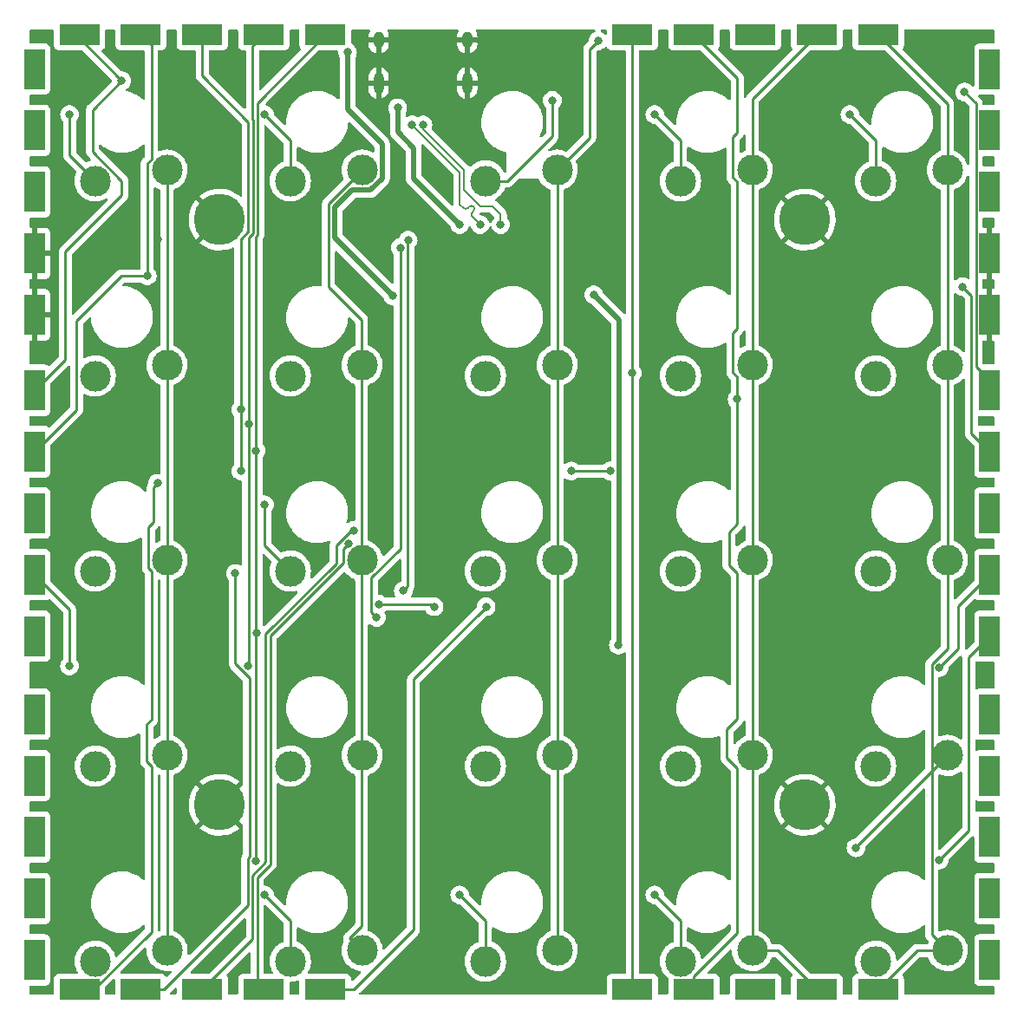
<source format=gtl>
%TF.GenerationSoftware,KiCad,Pcbnew,(6.0.2)*%
%TF.CreationDate,2022-04-11T13:37:05+01:00*%
%TF.ProjectId,v2,76322e6b-6963-4616-945f-706362585858,rev?*%
%TF.SameCoordinates,Original*%
%TF.FileFunction,Copper,L1,Top*%
%TF.FilePolarity,Positive*%
%FSLAX46Y46*%
G04 Gerber Fmt 4.6, Leading zero omitted, Abs format (unit mm)*
G04 Created by KiCad (PCBNEW (6.0.2)) date 2022-04-11 13:37:05*
%MOMM*%
%LPD*%
G01*
G04 APERTURE LIST*
%TA.AperFunction,ComponentPad*%
%ADD10C,3.000000*%
%TD*%
%TA.AperFunction,ComponentPad*%
%ADD11R,4.000000X2.000000*%
%TD*%
%TA.AperFunction,ComponentPad*%
%ADD12R,2.000000X4.000000*%
%TD*%
%TA.AperFunction,ComponentPad*%
%ADD13C,5.000000*%
%TD*%
%TA.AperFunction,ComponentPad*%
%ADD14O,1.000000X1.600000*%
%TD*%
%TA.AperFunction,ComponentPad*%
%ADD15O,1.000000X2.100000*%
%TD*%
%TA.AperFunction,ViaPad*%
%ADD16C,0.800000*%
%TD*%
%TA.AperFunction,Conductor*%
%ADD17C,0.250000*%
%TD*%
%TA.AperFunction,Conductor*%
%ADD18C,0.500000*%
%TD*%
%TA.AperFunction,Conductor*%
%ADD19C,0.200000*%
%TD*%
G04 APERTURE END LIST*
D10*
%TO.P,SW6,1,1*%
%TO.N,/b0c1*%
X33337500Y-61912500D03*
%TO.P,SW6,2,2*%
%TO.N,Net-(D6-Pad1)*%
X26337500Y-62962500D03*
%TD*%
D11*
%TO.P,J1,1,Pin_1*%
%TO.N,/b0r1*%
X24787500Y-29637500D03*
%TO.P,J1,2,Pin_2*%
%TO.N,/b0r2*%
X30787500Y-29637500D03*
%TO.P,J1,3,Pin_3*%
%TO.N,/b0r3*%
X36787500Y-29637500D03*
%TO.P,J1,4,Pin_4*%
%TO.N,/b0r4*%
X42787500Y-29637500D03*
%TO.P,J1,5,Pin_5*%
%TO.N,/b0r5*%
X48787500Y-29637500D03*
%TD*%
D10*
%TO.P,SW4,1,1*%
%TO.N,/b0c4*%
X90487500Y-42862500D03*
%TO.P,SW4,2,2*%
%TO.N,Net-(D4-Pad1)*%
X83487500Y-43912500D03*
%TD*%
D12*
%TO.P,J5,1,Pin_1*%
%TO.N,/b0c1*%
X20412500Y-95987500D03*
%TO.P,J5,2,Pin_2*%
%TO.N,/b0c2*%
X20412500Y-101987500D03*
%TO.P,J5,3,Pin_3*%
%TO.N,/b0c3*%
X20412500Y-107987500D03*
%TO.P,J5,4,Pin_4*%
%TO.N,/b0c4*%
X20412500Y-113987500D03*
%TO.P,J5,5,Pin_5*%
%TO.N,/b0c5*%
X20412500Y-119987500D03*
%TD*%
%TO.P,J9,1,Pin_1*%
%TO.N,/b1c1*%
X113662500Y-95987500D03*
%TO.P,J9,2,Pin_2*%
%TO.N,/b1c2*%
X113662500Y-101987500D03*
%TO.P,J9,3,Pin_3*%
%TO.N,/b1c3*%
X113662500Y-107987500D03*
%TO.P,J9,4,Pin_4*%
%TO.N,/b1c4*%
X113662500Y-113987500D03*
%TO.P,J9,5,Pin_5*%
%TO.N,/b1c5*%
X113662500Y-119987500D03*
%TD*%
D10*
%TO.P,SW10,1,1*%
%TO.N,/b0c5*%
X109537500Y-61912500D03*
%TO.P,SW10,2,2*%
%TO.N,Net-(D10-Pad1)*%
X102537500Y-62962500D03*
%TD*%
D12*
%TO.P,J7,1,Pin_1*%
%TO.N,+VDC*%
X113662500Y-32987500D03*
%TO.P,J7,2,Pin_2*%
%TO.N,/mTXsRX*%
X113662500Y-38987500D03*
%TO.P,J7,3,Pin_3*%
%TO.N,/mRXsTX*%
X113662500Y-44987500D03*
%TO.P,J7,4,Pin_4*%
%TO.N,GND*%
X113662500Y-50987500D03*
%TO.P,J7,5,Pin_5*%
X113662500Y-56987500D03*
%TD*%
D10*
%TO.P,SW9,1,1*%
%TO.N,/b0c4*%
X90487500Y-61912500D03*
%TO.P,SW9,2,2*%
%TO.N,Net-(D9-Pad1)*%
X83487500Y-62962500D03*
%TD*%
D13*
%TO.P,H4,1,1*%
%TO.N,GND*%
X38462500Y-47687500D03*
%TD*%
%TO.P,H3,1,1*%
%TO.N,GND*%
X95612500Y-47687500D03*
%TD*%
D10*
%TO.P,SW2,1,1*%
%TO.N,/b0c2*%
X52387500Y-42862500D03*
%TO.P,SW2,2,2*%
%TO.N,Net-(D2-Pad1)*%
X45387500Y-43912500D03*
%TD*%
D11*
%TO.P,J4,1,Pin_1*%
%TO.N,/b0c1*%
X78787500Y-122862500D03*
%TO.P,J4,2,Pin_2*%
%TO.N,/b0c2*%
X84787500Y-122862500D03*
%TO.P,J4,3,Pin_3*%
%TO.N,/b0c3*%
X90787500Y-122862500D03*
%TO.P,J4,4,Pin_4*%
%TO.N,/b0c4*%
X96787500Y-122862500D03*
%TO.P,J4,5,Pin_5*%
%TO.N,/b0c5*%
X102787500Y-122862500D03*
%TD*%
D10*
%TO.P,SW5,1,1*%
%TO.N,/b0c5*%
X109537500Y-42862500D03*
%TO.P,SW5,2,2*%
%TO.N,Net-(D5-Pad1)*%
X102537500Y-43912500D03*
%TD*%
%TO.P,SW21,1,1*%
%TO.N,/b0c1*%
X33337500Y-119062500D03*
%TO.P,SW21,2,2*%
%TO.N,Net-(D21-Pad1)*%
X26337500Y-120112500D03*
%TD*%
D12*
%TO.P,J8,1,Pin_1*%
%TO.N,/b0r1*%
X113662500Y-64362500D03*
%TO.P,J8,2,Pin_2*%
%TO.N,/b0r2*%
X113662500Y-70362500D03*
%TO.P,J8,3,Pin_3*%
%TO.N,/b0r3*%
X113662500Y-76362500D03*
%TO.P,J8,4,Pin_4*%
%TO.N,/b0r4*%
X113662500Y-82362500D03*
%TO.P,J8,5,Pin_5*%
%TO.N,/b0r5*%
X113662500Y-88362500D03*
%TD*%
D11*
%TO.P,J3,1,Pin_1*%
%TO.N,/b0c1*%
X78787500Y-29637500D03*
%TO.P,J3,2,Pin_2*%
%TO.N,/b0c2*%
X84787500Y-29637500D03*
%TO.P,J3,3,Pin_3*%
%TO.N,/b0c3*%
X90787500Y-29637500D03*
%TO.P,J3,4,Pin_4*%
%TO.N,/b0c4*%
X96787500Y-29637500D03*
%TO.P,J3,5,Pin_5*%
%TO.N,/b0c5*%
X102787500Y-29637500D03*
%TD*%
D10*
%TO.P,SW22,1,1*%
%TO.N,/b0c2*%
X52387500Y-119062500D03*
%TO.P,SW22,2,2*%
%TO.N,Net-(D22-Pad1)*%
X45387500Y-120112500D03*
%TD*%
%TO.P,SW13,1,1*%
%TO.N,/b0c3*%
X71437500Y-80962500D03*
%TO.P,SW13,2,2*%
%TO.N,Net-(D13-Pad1)*%
X64437500Y-82012500D03*
%TD*%
%TO.P,SW1,1,1*%
%TO.N,/b0c1*%
X33337500Y-42862500D03*
%TO.P,SW1,2,2*%
%TO.N,Net-(D1-Pad1)*%
X26337500Y-43912500D03*
%TD*%
D12*
%TO.P,J10,1,Pin_1*%
%TO.N,+VDC*%
X20412500Y-32987500D03*
%TO.P,J10,2,Pin_2*%
%TO.N,/mTXsRX*%
X20412500Y-38987500D03*
%TO.P,J10,3,Pin_3*%
%TO.N,/mRXsTX*%
X20412500Y-44987500D03*
%TO.P,J10,4,Pin_4*%
%TO.N,GND*%
X20412500Y-50987500D03*
%TO.P,J10,5,Pin_5*%
X20412500Y-56987500D03*
%TD*%
D10*
%TO.P,SW14,1,1*%
%TO.N,/b0c4*%
X90487500Y-80962500D03*
%TO.P,SW14,2,2*%
%TO.N,Net-(D14-Pad1)*%
X83487500Y-82012500D03*
%TD*%
%TO.P,SW19,1,1*%
%TO.N,/b0c4*%
X90487500Y-100012500D03*
%TO.P,SW19,2,2*%
%TO.N,Net-(D19-Pad1)*%
X83487500Y-101062500D03*
%TD*%
%TO.P,SW17,1,1*%
%TO.N,/b0c2*%
X52387500Y-100012500D03*
%TO.P,SW17,2,2*%
%TO.N,Net-(D17-Pad1)*%
X45387500Y-101062500D03*
%TD*%
D13*
%TO.P,H2,1,1*%
%TO.N,GND*%
X95612500Y-104837500D03*
%TD*%
D10*
%TO.P,SW15,1,1*%
%TO.N,/b0c5*%
X109537500Y-80962500D03*
%TO.P,SW15,2,2*%
%TO.N,Net-(D15-Pad1)*%
X102537500Y-82012500D03*
%TD*%
%TO.P,SW16,1,1*%
%TO.N,/b0c1*%
X33337500Y-100012500D03*
%TO.P,SW16,2,2*%
%TO.N,Net-(D16-Pad1)*%
X26337500Y-101062500D03*
%TD*%
%TO.P,SW24,1,1*%
%TO.N,/b0c4*%
X90487500Y-119062500D03*
%TO.P,SW24,2,2*%
%TO.N,Net-(D24-Pad1)*%
X83487500Y-120112500D03*
%TD*%
D13*
%TO.P,H1,1,1*%
%TO.N,GND*%
X38462500Y-104837500D03*
%TD*%
D11*
%TO.P,J2,1,Pin_1*%
%TO.N,/b1r1*%
X24787500Y-122862500D03*
%TO.P,J2,2,Pin_2*%
%TO.N,/b1r2*%
X30787500Y-122862500D03*
%TO.P,J2,3,Pin_3*%
%TO.N,/b1r3*%
X36787500Y-122862500D03*
%TO.P,J2,4,Pin_4*%
%TO.N,/b1r4*%
X42787500Y-122862500D03*
%TO.P,J2,5,Pin_5*%
%TO.N,/b1r5*%
X48787500Y-122862500D03*
%TD*%
D10*
%TO.P,SW20,1,1*%
%TO.N,/b0c5*%
X109537500Y-100012500D03*
%TO.P,SW20,2,2*%
%TO.N,Net-(D20-Pad1)*%
X102537500Y-101062500D03*
%TD*%
%TO.P,SW23,1,1*%
%TO.N,/b0c3*%
X71437500Y-119062500D03*
%TO.P,SW23,2,2*%
%TO.N,Net-(D23-Pad1)*%
X64437500Y-120112500D03*
%TD*%
%TO.P,SW18,1,1*%
%TO.N,/b0c3*%
X71437500Y-100012500D03*
%TO.P,SW18,2,2*%
%TO.N,Net-(D18-Pad1)*%
X64437500Y-101062500D03*
%TD*%
%TO.P,SW3,1,1*%
%TO.N,/b0c3*%
X71437500Y-42862500D03*
%TO.P,SW3,2,2*%
%TO.N,Net-(D3-Pad1)*%
X64437500Y-43912500D03*
%TD*%
%TO.P,SW25,1,1*%
%TO.N,/b0c5*%
X109537500Y-119062500D03*
%TO.P,SW25,2,2*%
%TO.N,Net-(D25-Pad1)*%
X102537500Y-120112500D03*
%TD*%
%TO.P,SW7,1,1*%
%TO.N,/b0c2*%
X52387500Y-61912500D03*
%TO.P,SW7,2,2*%
%TO.N,Net-(D7-Pad1)*%
X45387500Y-62962500D03*
%TD*%
%TO.P,SW11,1,1*%
%TO.N,/b0c1*%
X33337500Y-80962500D03*
%TO.P,SW11,2,2*%
%TO.N,Net-(D11-Pad1)*%
X26337500Y-82012500D03*
%TD*%
%TO.P,SW12,1,1*%
%TO.N,/b0c2*%
X52387500Y-80962500D03*
%TO.P,SW12,2,2*%
%TO.N,Net-(D12-Pad1)*%
X45387500Y-82012500D03*
%TD*%
D12*
%TO.P,J6,1,Pin_1*%
%TO.N,/b0r1*%
X20412500Y-64362500D03*
%TO.P,J6,2,Pin_2*%
%TO.N,/b0r2*%
X20412500Y-70362500D03*
%TO.P,J6,3,Pin_3*%
%TO.N,/b0r3*%
X20412500Y-76362500D03*
%TO.P,J6,4,Pin_4*%
%TO.N,/b0r4*%
X20412500Y-82362500D03*
%TO.P,J6,5,Pin_5*%
%TO.N,/b0r5*%
X20412500Y-88362500D03*
%TD*%
D10*
%TO.P,SW8,1,1*%
%TO.N,/b0c3*%
X71437500Y-61912500D03*
%TO.P,SW8,2,2*%
%TO.N,Net-(D8-Pad1)*%
X64437500Y-62962500D03*
%TD*%
D14*
%TO.P,J11,S1,SHIELD*%
%TO.N,GND*%
X62632500Y-30177500D03*
D15*
X53992500Y-34357500D03*
D14*
X53992500Y-30177500D03*
D15*
X62632500Y-34357500D03*
%TD*%
D16*
%TO.N,/b0r1*%
X28918750Y-34131250D03*
X111212500Y-35237500D03*
%TO.N,/b0r2*%
X31412500Y-53181250D03*
X111012500Y-54237500D03*
%TO.N,/b0r3*%
X40563500Y-66237500D03*
X76612500Y-72237500D03*
X40563500Y-72237500D03*
X72812500Y-72237500D03*
%TO.N,/b0r4*%
X23812500Y-91281250D03*
X41212500Y-91237500D03*
X108737000Y-91437500D03*
X41288000Y-67637500D03*
%TO.N,/b0r5*%
X42012500Y-110331250D03*
X42012500Y-70237500D03*
X108736989Y-110237500D03*
X42055261Y-88037500D03*
%TO.N,/b1r1*%
X32412500Y-73437500D03*
%TO.N,/b1r2*%
X40012500Y-82237500D03*
%TO.N,/b1r3*%
X51612500Y-78037500D03*
%TO.N,/b1r4*%
X51106094Y-79299398D03*
%TO.N,/b1r5*%
X64502500Y-85497500D03*
%TO.N,/b0c2*%
X89012500Y-65237500D03*
%TO.N,/b0c3*%
X75412500Y-30237500D03*
%TO.N,/b0c5*%
X100612500Y-109037500D03*
%TO.N,/b0c1*%
X78787500Y-62662500D03*
%TO.N,+VDC*%
X50962500Y-31337500D03*
X55388489Y-55137500D03*
%TO.N,/mRXsTX*%
X53812500Y-86537500D03*
X56112500Y-50428480D03*
%TO.N,/mTXsRX*%
X56412500Y-83937500D03*
X56886027Y-49703980D03*
%TO.N,GND*%
X58012500Y-89037500D03*
X95212500Y-113637500D03*
X29012500Y-85637500D03*
X37212500Y-113637500D03*
X66612500Y-67837500D03*
X32412500Y-49637500D03*
X35612500Y-76037500D03*
X69812500Y-47037500D03*
X95212500Y-40037500D03*
X30412500Y-67237500D03*
X69612500Y-85437500D03*
X69812500Y-74037500D03*
X59412500Y-55037500D03*
X72612500Y-47237500D03*
X95812500Y-65837500D03*
%TO.N,+5V*%
X75012500Y-55037500D03*
X77412500Y-89237500D03*
%TO.N,Net-(JP4-Pad2)*%
X59422500Y-85497500D03*
X54012500Y-85237500D03*
%TO.N,Net-(D1-Pad1)*%
X23812500Y-37431250D03*
%TO.N,Net-(D2-Pad1)*%
X42862500Y-37431250D03*
%TO.N,Net-(D3-Pad1)*%
X70962500Y-36037500D03*
%TO.N,Net-(D4-Pad1)*%
X80962500Y-37431250D03*
%TO.N,Net-(D5-Pad1)*%
X100012500Y-37431250D03*
%TO.N,Net-(D12-Pad1)*%
X42862500Y-75531250D03*
%TO.N,Net-(D22-Pad1)*%
X42862500Y-113631250D03*
%TO.N,Net-(D23-Pad1)*%
X61912500Y-113631250D03*
%TO.N,Net-(D24-Pad1)*%
X80962500Y-113631250D03*
%TO.N,/USB_VCC*%
X55862500Y-36787500D03*
X61912500Y-48187500D03*
%TO.N,/USB_D+*%
X65912500Y-48187500D03*
X58337500Y-38437500D03*
%TO.N,/USB_D-*%
X57287500Y-38437500D03*
X63912500Y-48187500D03*
%TD*%
D17*
%TO.N,/b0r1*%
X112337989Y-62037989D02*
X112337989Y-36362989D01*
X113662500Y-63362500D02*
X112337989Y-62037989D01*
X24787500Y-30000000D02*
X28918750Y-34131250D01*
X23412500Y-61362500D02*
X23412500Y-50837500D01*
X26062979Y-41057730D02*
X26062979Y-36971833D01*
X23412500Y-50837500D02*
X28918750Y-45331250D01*
X20412500Y-64362500D02*
X23412500Y-61362500D01*
X28918750Y-45331250D02*
X28918750Y-43913501D01*
X28903562Y-34131250D02*
X28918750Y-34131250D01*
X28918750Y-43913501D02*
X26062979Y-41057730D01*
X112337989Y-36362989D02*
X111212500Y-35237500D01*
X26062979Y-36971833D02*
X28903562Y-34131250D01*
%TO.N,/b0r2*%
X24512989Y-57571823D02*
X24512989Y-66262011D01*
X31412500Y-53181250D02*
X31412500Y-42207251D01*
X111888469Y-68588469D02*
X111888469Y-55113469D01*
X31412500Y-53181250D02*
X28903562Y-53181250D01*
X24512989Y-66262011D02*
X20412500Y-70362500D01*
X28903562Y-53181250D02*
X24512989Y-57571823D01*
X31412500Y-42207251D02*
X31812021Y-41807730D01*
X111888469Y-55113469D02*
X111012500Y-54237500D01*
X31812021Y-30662021D02*
X30787500Y-29637500D01*
X113662500Y-70362500D02*
X111888469Y-68588469D01*
X31812021Y-41807730D02*
X31812021Y-30662021D01*
%TO.N,/b0r3*%
X40563500Y-72237500D02*
X40563489Y-72237511D01*
X40563489Y-49580974D02*
X41287011Y-48857452D01*
X41287011Y-48857452D02*
X41287011Y-38151810D01*
X40563489Y-72237511D02*
X40563489Y-49580974D01*
X36787500Y-33652299D02*
X36787500Y-29637500D01*
X72812500Y-72237500D02*
X76612500Y-72237500D01*
X41287011Y-38151810D02*
X36787500Y-33652299D01*
%TO.N,/b0r4*%
X110612500Y-85412500D02*
X113662500Y-82362500D01*
X41688469Y-37917550D02*
X41688469Y-30736531D01*
X41212500Y-91237500D02*
X41288011Y-91161989D01*
X41288011Y-91161989D02*
X41288011Y-70537625D01*
X108737000Y-91437500D02*
X110612500Y-89562000D01*
X41736531Y-37965613D02*
X41688469Y-37917550D01*
X41288011Y-66537603D02*
X41288011Y-49492169D01*
X23812500Y-85762500D02*
X23812500Y-91281250D01*
X41287989Y-66537625D02*
X41288011Y-66537603D01*
X41688469Y-30736531D02*
X42787500Y-29637500D01*
X41287989Y-70537603D02*
X41287989Y-66537625D01*
X41288011Y-49492169D02*
X41736531Y-49043649D01*
X20412500Y-82362500D02*
X23812500Y-85762500D01*
X41736531Y-49043649D02*
X41736531Y-37965613D01*
X41288011Y-70537625D02*
X41287989Y-70537603D01*
X110612500Y-89562000D02*
X110612500Y-85412500D01*
%TO.N,/b0r5*%
X48787500Y-29637500D02*
X42137989Y-36287011D01*
X42012500Y-49403397D02*
X42012500Y-70237500D01*
X42012500Y-110331250D02*
X42012500Y-70237500D01*
X42137989Y-36287011D02*
X42137989Y-37731354D01*
X42137989Y-37731354D02*
X42186051Y-37779416D01*
X42186051Y-37779416D02*
X42186051Y-49229846D01*
X111612500Y-90412500D02*
X113662500Y-88362500D01*
X108736989Y-110237500D02*
X111612500Y-107361989D01*
X111612500Y-107361989D02*
X111612500Y-90412500D01*
X42186051Y-49229846D02*
X42012500Y-49403397D01*
%TO.N,/b1r1*%
X31812500Y-101067749D02*
X31812500Y-117237500D01*
X31812021Y-96503167D02*
X31345094Y-96970094D01*
X26187500Y-122862500D02*
X31812500Y-117237500D01*
X31812021Y-82017270D02*
X31812021Y-96503167D01*
X32012500Y-77237500D02*
X31512989Y-77737011D01*
X32012500Y-73837500D02*
X32012500Y-77237500D01*
X31512989Y-81718238D02*
X31812021Y-82017270D01*
X31345094Y-96970094D02*
X31345094Y-100600343D01*
X31345094Y-100600343D02*
X31812500Y-101067749D01*
X32412500Y-73437500D02*
X32012500Y-73837500D01*
X31512989Y-77737011D02*
X31512989Y-81718238D01*
%TO.N,/b1r2*%
X40012500Y-91062114D02*
X40012500Y-82237500D01*
X41238949Y-114661051D02*
X41238949Y-110080187D01*
X41412500Y-109906636D02*
X41412500Y-92462114D01*
X41412500Y-92462114D02*
X40012500Y-91062114D01*
X41238949Y-110080187D02*
X41412500Y-109906636D01*
X33037500Y-122862500D02*
X41238949Y-114661051D01*
X30787500Y-122862500D02*
X33037500Y-122862500D01*
%TO.N,/b1r3*%
X36787500Y-122862500D02*
X41688469Y-117961531D01*
X41688469Y-111725813D02*
X42962980Y-110451302D01*
X42962980Y-110451302D02*
X42962980Y-88154395D01*
X49845094Y-81272281D02*
X49845094Y-79535784D01*
X42962980Y-88154395D02*
X49845094Y-81272281D01*
X41688469Y-117961531D02*
X41688469Y-111725813D01*
X51343378Y-78037500D02*
X51612500Y-78037500D01*
X49845094Y-79535784D02*
X51343378Y-78037500D01*
%TO.N,/b1r4*%
X43412500Y-88340593D02*
X50562989Y-81190104D01*
X42137989Y-111912011D02*
X43412500Y-110637500D01*
X50562989Y-81190104D02*
X50562989Y-79842503D01*
X42137989Y-122212989D02*
X42137989Y-111912011D01*
X43412500Y-110637500D02*
X43412500Y-88340593D01*
X50562989Y-79842503D02*
X51106094Y-79299398D01*
%TO.N,/b1r5*%
X57412500Y-92587500D02*
X64502500Y-85497500D01*
X57412500Y-116987500D02*
X57412500Y-92587500D01*
X51537500Y-122862500D02*
X57412500Y-116987500D01*
X48787500Y-122862500D02*
X51537500Y-122862500D01*
%TO.N,/b0c2*%
X89012500Y-96452688D02*
X89012500Y-82237500D01*
X88612500Y-43567749D02*
X88612500Y-39637500D01*
X49112500Y-46137500D02*
X52387500Y-42862500D01*
X52387500Y-119062500D02*
X51180359Y-117855359D01*
X88212500Y-81437500D02*
X88212500Y-78202688D01*
X88012500Y-100237500D02*
X88012500Y-97452688D01*
X88212500Y-78202688D02*
X89012500Y-77402688D01*
X89012500Y-65237500D02*
X89012500Y-63017749D01*
X52337011Y-116698707D02*
X52337011Y-57496823D01*
X88612500Y-58752688D02*
X89012500Y-58352688D01*
X89012500Y-63017749D02*
X88612500Y-62617749D01*
X88612500Y-39637500D02*
X89012500Y-39237500D01*
X89012500Y-77402688D02*
X89012500Y-65237500D01*
X88612500Y-62617749D02*
X88612500Y-58752688D01*
X84787500Y-122862500D02*
X84787500Y-121612500D01*
X89012500Y-117387500D02*
X89012500Y-101237500D01*
X88012500Y-97452688D02*
X89012500Y-96452688D01*
X49112500Y-54272312D02*
X49112500Y-46137500D01*
X89012500Y-101237500D02*
X88012500Y-100237500D01*
X84787500Y-121612500D02*
X89012500Y-117387500D01*
X89012500Y-33862500D02*
X84787500Y-29637500D01*
X51180359Y-117855359D02*
X52337011Y-116698707D01*
X89012500Y-58352688D02*
X89012500Y-43967749D01*
X52337011Y-57496823D02*
X49112500Y-54272312D01*
X89012500Y-43967749D02*
X88612500Y-43567749D01*
X89012500Y-82237500D02*
X88212500Y-81437500D01*
X89012500Y-39237500D02*
X89012500Y-33862500D01*
%TO.N,/b0c3*%
X74612500Y-31037500D02*
X74612500Y-39687500D01*
X75412500Y-30237500D02*
X74612500Y-31037500D01*
X74612500Y-39687500D02*
X71437500Y-42862500D01*
X71437500Y-42862500D02*
X71437500Y-119062500D01*
%TO.N,/b0c4*%
X90487500Y-42862500D02*
X90487500Y-35937500D01*
X90487500Y-35937500D02*
X96787500Y-29637500D01*
X92987500Y-119062500D02*
X90487500Y-119062500D01*
X90487500Y-119062500D02*
X90487500Y-42862500D01*
X96787500Y-122862500D02*
X92987500Y-119062500D01*
%TO.N,/b0c5*%
X109537500Y-36387500D02*
X109537500Y-42862500D01*
X106587500Y-119062500D02*
X109537500Y-119062500D01*
X109537500Y-119062500D02*
X108012489Y-117537489D01*
X108012489Y-117537489D02*
X108012489Y-99637489D01*
X100612500Y-109037500D02*
X100612500Y-108937500D01*
X109537500Y-89612386D02*
X109537500Y-42862500D01*
X108012489Y-99637489D02*
X108012489Y-91137397D01*
X102787500Y-29637500D02*
X109537500Y-36387500D01*
X108387500Y-100012500D02*
X108012489Y-99637489D01*
X108012489Y-91137397D02*
X109537500Y-89612386D01*
X102787500Y-122862500D02*
X106587500Y-119062500D01*
X100612500Y-108937500D02*
X109537500Y-100012500D01*
%TO.N,/b0c1*%
X78787500Y-62662500D02*
X78787500Y-122862500D01*
X33337500Y-42862500D02*
X33337500Y-119062500D01*
X78787500Y-29637500D02*
X78787500Y-62662500D01*
D18*
%TO.N,+VDC*%
X54337011Y-43670015D02*
X53195015Y-44812011D01*
X50962500Y-36895536D02*
X54337011Y-40270047D01*
X54337011Y-40270047D02*
X54337011Y-43670015D01*
X49687020Y-46512979D02*
X49687020Y-49436031D01*
X49687020Y-49436031D02*
X55388489Y-55137500D01*
X53195015Y-44812011D02*
X51387988Y-44812011D01*
X51387988Y-44812011D02*
X49687020Y-46512979D01*
X50962500Y-31337500D02*
X50962500Y-36895536D01*
D17*
%TO.N,/mRXsTX*%
X56112989Y-79817260D02*
X53287989Y-82642260D01*
X56112500Y-50428480D02*
X56112989Y-50428969D01*
X56112989Y-50428969D02*
X56112989Y-79817260D01*
X53287989Y-86012989D02*
X53812500Y-86537500D01*
X53287989Y-82642260D02*
X53287989Y-86012989D01*
%TO.N,/mTXsRX*%
X56837980Y-83512020D02*
X56412500Y-83937500D01*
X56837980Y-49752027D02*
X56837980Y-83512020D01*
X56886027Y-49703980D02*
X56837980Y-49752027D01*
D18*
%TO.N,+5V*%
X77462011Y-89187989D02*
X77412500Y-89237500D01*
X75012500Y-55037500D02*
X77462011Y-57487011D01*
X77462011Y-57487011D02*
X77462011Y-89187989D01*
D17*
%TO.N,Net-(JP4-Pad2)*%
X59162500Y-85237500D02*
X59422500Y-85497500D01*
X54012500Y-85237500D02*
X59162500Y-85237500D01*
%TO.N,Net-(D1-Pad1)*%
X23812500Y-41387500D02*
X23812500Y-37431250D01*
X26337500Y-43912500D02*
X23812500Y-41387500D01*
%TO.N,Net-(D2-Pad1)*%
X45387500Y-39956250D02*
X42862500Y-37431250D01*
X45387500Y-43912500D02*
X45387500Y-39956250D01*
%TO.N,Net-(D3-Pad1)*%
X64437500Y-43912500D02*
X66558820Y-43912500D01*
X70962500Y-39508820D02*
X70962500Y-36037500D01*
X66558820Y-43912500D02*
X70962500Y-39508820D01*
%TO.N,Net-(D4-Pad1)*%
X83487500Y-39956250D02*
X80962500Y-37431250D01*
X83487500Y-43912500D02*
X83487500Y-39956250D01*
%TO.N,Net-(D5-Pad1)*%
X102537500Y-43912500D02*
X102537500Y-39956250D01*
X102537500Y-39956250D02*
X100012500Y-37431250D01*
%TO.N,Net-(D12-Pad1)*%
X42862500Y-79487500D02*
X42862500Y-75531250D01*
X45387500Y-82012500D02*
X42862500Y-79487500D01*
%TO.N,Net-(D22-Pad1)*%
X45387500Y-116156250D02*
X42862500Y-113631250D01*
X45387500Y-120112500D02*
X45387500Y-116156250D01*
%TO.N,Net-(D23-Pad1)*%
X64437500Y-120112500D02*
X64437500Y-116156250D01*
X64437500Y-116156250D02*
X61912500Y-113631250D01*
%TO.N,Net-(D24-Pad1)*%
X83487500Y-116156250D02*
X80962500Y-113631250D01*
X83487500Y-120112500D02*
X83487500Y-116156250D01*
D18*
%TO.N,/USB_VCC*%
X55862500Y-39150696D02*
X55862500Y-36787500D01*
X57412500Y-43687500D02*
X57412500Y-40700696D01*
X61912500Y-48187500D02*
X57412500Y-43687500D01*
X57412500Y-40700696D02*
X55862500Y-39150696D01*
D19*
%TO.N,/USB_D+*%
X65912500Y-47187500D02*
X65137500Y-46412500D01*
X58337500Y-38851103D02*
X58337500Y-38437500D01*
X62337989Y-42851592D02*
X58337500Y-38851103D01*
X65137500Y-46412500D02*
X63968342Y-46412500D01*
X62337989Y-44782147D02*
X62337989Y-42851592D01*
X65912500Y-48187500D02*
X65912500Y-47187500D01*
X63968342Y-46412500D02*
X62337989Y-44782147D01*
%TO.N,/USB_D-*%
X61938469Y-46213469D02*
X62287500Y-46562500D01*
X57287500Y-38437500D02*
X61938469Y-43088469D01*
X63136027Y-46986763D02*
X63267803Y-46854990D01*
X62711764Y-46562500D02*
X62843539Y-46430726D01*
X63136028Y-47411028D02*
X63912500Y-48187500D01*
X61938469Y-43088469D02*
X61938469Y-46213469D01*
X63136027Y-47411027D02*
X63136028Y-47411028D01*
X63267802Y-46430727D02*
G75*
G03*
X62843540Y-46430727I-212131J-212131D01*
G01*
X63136028Y-47411026D02*
G75*
G02*
X63136028Y-46986764I212131J212131D01*
G01*
X63267802Y-46854991D02*
G75*
G03*
X63267803Y-46430726I-212134J212133D01*
G01*
X62711765Y-46562499D02*
G75*
G02*
X62287500Y-46562500I-212133J212127D01*
G01*
%TD*%
%TA.AperFunction,Conductor*%
%TO.N,GND*%
G36*
X32238954Y-44544389D02*
G01*
X32386164Y-44636734D01*
X32629852Y-44746764D01*
X32683705Y-44793026D01*
X32704000Y-44861600D01*
X32704000Y-59915862D01*
X32683998Y-59983983D01*
X32627435Y-60031759D01*
X32576947Y-60053294D01*
X32427482Y-60117046D01*
X32427478Y-60117048D01*
X32423530Y-60118732D01*
X32304914Y-60189722D01*
X32192225Y-60257164D01*
X32192221Y-60257167D01*
X32188543Y-60259368D01*
X31974818Y-60430594D01*
X31958217Y-60448088D01*
X31828618Y-60584657D01*
X31786308Y-60629242D01*
X31626502Y-60851636D01*
X31498357Y-61093661D01*
X31496885Y-61097684D01*
X31496883Y-61097688D01*
X31413989Y-61324206D01*
X31404243Y-61350837D01*
X31345904Y-61618407D01*
X31345568Y-61622677D01*
X31330267Y-61817095D01*
X31324417Y-61891418D01*
X31340182Y-62164820D01*
X31341007Y-62169025D01*
X31341008Y-62169033D01*
X31369522Y-62314366D01*
X31392905Y-62433553D01*
X31394292Y-62437603D01*
X31394293Y-62437608D01*
X31480223Y-62688588D01*
X31481612Y-62692644D01*
X31523810Y-62776546D01*
X31561975Y-62852428D01*
X31604660Y-62937299D01*
X31607086Y-62940828D01*
X31607089Y-62940834D01*
X31710322Y-63091037D01*
X31759774Y-63162990D01*
X31762661Y-63166163D01*
X31762662Y-63166164D01*
X31866893Y-63280713D01*
X31944082Y-63365543D01*
X32154175Y-63541207D01*
X32157816Y-63543491D01*
X32382524Y-63684451D01*
X32382528Y-63684453D01*
X32386164Y-63686734D01*
X32629852Y-63796764D01*
X32683705Y-63843026D01*
X32704000Y-63911600D01*
X32704000Y-72415066D01*
X32683998Y-72483187D01*
X32630342Y-72529680D01*
X32560068Y-72539784D01*
X32551804Y-72538313D01*
X32514446Y-72530373D01*
X32514447Y-72530373D01*
X32507987Y-72529000D01*
X32317013Y-72529000D01*
X32310561Y-72530372D01*
X32310556Y-72530372D01*
X32223613Y-72548853D01*
X32130212Y-72568706D01*
X32124182Y-72571391D01*
X32124181Y-72571391D01*
X31961778Y-72643697D01*
X31961776Y-72643698D01*
X31955748Y-72646382D01*
X31801247Y-72758634D01*
X31796826Y-72763544D01*
X31796825Y-72763545D01*
X31700405Y-72870631D01*
X31673460Y-72900556D01*
X31577973Y-73065944D01*
X31518958Y-73247572D01*
X31518269Y-73254131D01*
X31518268Y-73254134D01*
X31499294Y-73434664D01*
X31473546Y-73498716D01*
X31462886Y-73512459D01*
X31459741Y-73519728D01*
X31459738Y-73519732D01*
X31445326Y-73553037D01*
X31440109Y-73563687D01*
X31418805Y-73602440D01*
X31416834Y-73610115D01*
X31416834Y-73610116D01*
X31413767Y-73622062D01*
X31407363Y-73640766D01*
X31399319Y-73659355D01*
X31398080Y-73667178D01*
X31398077Y-73667188D01*
X31392401Y-73703024D01*
X31389995Y-73714644D01*
X31384748Y-73735083D01*
X31379000Y-73757470D01*
X31379000Y-73777724D01*
X31377449Y-73797434D01*
X31374280Y-73817443D01*
X31375026Y-73825335D01*
X31378441Y-73861461D01*
X31379000Y-73873319D01*
X31379000Y-74143911D01*
X31358998Y-74212032D01*
X31305342Y-74258525D01*
X31235068Y-74268629D01*
X31170488Y-74239135D01*
X31164372Y-74233472D01*
X30933007Y-74004517D01*
X30933006Y-74004516D01*
X30930429Y-74001966D01*
X30922149Y-73995474D01*
X30660259Y-73790126D01*
X30660257Y-73790125D01*
X30657402Y-73787886D01*
X30645092Y-73780342D01*
X30435787Y-73652080D01*
X30361579Y-73606605D01*
X30358294Y-73605080D01*
X30358290Y-73605078D01*
X30050163Y-73462051D01*
X30046880Y-73460527D01*
X29876612Y-73404216D01*
X29720922Y-73352726D01*
X29720917Y-73352725D01*
X29717477Y-73351587D01*
X29713922Y-73350851D01*
X29713919Y-73350850D01*
X29381286Y-73281965D01*
X29381283Y-73281965D01*
X29377736Y-73281230D01*
X29223447Y-73267460D01*
X29075424Y-73254249D01*
X29075418Y-73254249D01*
X29072631Y-73254000D01*
X28849068Y-73254000D01*
X28847249Y-73254105D01*
X28847245Y-73254105D01*
X28594746Y-73268664D01*
X28594741Y-73268665D01*
X28591126Y-73268873D01*
X28522169Y-73280908D01*
X28252915Y-73327900D01*
X28252908Y-73327902D01*
X28249342Y-73328524D01*
X28245867Y-73329553D01*
X28245860Y-73329555D01*
X28167637Y-73352726D01*
X27916680Y-73427063D01*
X27913344Y-73428486D01*
X27913341Y-73428487D01*
X27600886Y-73561760D01*
X27600883Y-73561762D01*
X27597548Y-73563184D01*
X27594401Y-73564979D01*
X27594397Y-73564981D01*
X27477486Y-73631666D01*
X27296176Y-73735083D01*
X27293264Y-73737222D01*
X27293261Y-73737224D01*
X27226873Y-73785991D01*
X27016560Y-73940482D01*
X27013907Y-73942948D01*
X27013905Y-73942949D01*
X26957381Y-73995474D01*
X26762404Y-74176658D01*
X26537078Y-74440481D01*
X26343569Y-74728453D01*
X26341908Y-74731670D01*
X26341908Y-74731671D01*
X26236644Y-74935615D01*
X26184440Y-75036759D01*
X26061802Y-75361311D01*
X25977280Y-75697808D01*
X25931994Y-76041789D01*
X25926544Y-76388696D01*
X25926905Y-76392310D01*
X25926905Y-76392316D01*
X25951194Y-76635657D01*
X25961003Y-76733931D01*
X26034914Y-77072917D01*
X26036087Y-77076344D01*
X26036089Y-77076350D01*
X26118664Y-77317530D01*
X26147297Y-77401161D01*
X26296663Y-77714312D01*
X26298594Y-77717391D01*
X26298595Y-77717392D01*
X26304473Y-77726762D01*
X26481032Y-78008221D01*
X26483304Y-78011057D01*
X26483309Y-78011064D01*
X26539752Y-78081516D01*
X26697959Y-78278991D01*
X26944571Y-78523034D01*
X26947429Y-78525275D01*
X27209982Y-78731142D01*
X27217598Y-78737114D01*
X27220687Y-78739007D01*
X27220690Y-78739009D01*
X27300271Y-78787776D01*
X27513421Y-78918395D01*
X27516706Y-78919920D01*
X27516710Y-78919922D01*
X27615680Y-78965862D01*
X27828120Y-79064473D01*
X27932426Y-79098969D01*
X28154078Y-79172274D01*
X28154083Y-79172275D01*
X28157523Y-79173413D01*
X28161078Y-79174149D01*
X28161081Y-79174150D01*
X28493714Y-79243035D01*
X28493717Y-79243035D01*
X28497264Y-79243770D01*
X28635721Y-79256127D01*
X28799576Y-79270751D01*
X28799582Y-79270751D01*
X28802369Y-79271000D01*
X29025932Y-79271000D01*
X29027751Y-79270895D01*
X29027755Y-79270895D01*
X29280254Y-79256336D01*
X29280259Y-79256335D01*
X29283874Y-79256127D01*
X29386465Y-79238222D01*
X29622085Y-79197100D01*
X29622092Y-79197098D01*
X29625658Y-79196476D01*
X29629133Y-79195447D01*
X29629140Y-79195445D01*
X29762363Y-79155982D01*
X29958320Y-79097937D01*
X30023703Y-79070049D01*
X30274114Y-78963240D01*
X30274117Y-78963238D01*
X30277452Y-78961816D01*
X30280599Y-78960021D01*
X30280603Y-78960019D01*
X30575684Y-78791708D01*
X30578824Y-78789917D01*
X30678896Y-78716407D01*
X30745637Y-78692199D01*
X30814872Y-78707917D01*
X30864618Y-78758571D01*
X30879489Y-78817954D01*
X30879489Y-81639471D01*
X30878962Y-81650654D01*
X30877287Y-81658147D01*
X30877536Y-81666073D01*
X30877536Y-81666074D01*
X30879427Y-81726224D01*
X30879489Y-81730183D01*
X30879489Y-81758094D01*
X30879986Y-81762028D01*
X30879986Y-81762029D01*
X30879994Y-81762094D01*
X30880927Y-81773931D01*
X30882316Y-81818127D01*
X30885435Y-81828862D01*
X30887967Y-81837577D01*
X30891976Y-81856938D01*
X30894515Y-81877035D01*
X30897434Y-81884406D01*
X30897434Y-81884408D01*
X30910793Y-81918150D01*
X30914638Y-81929380D01*
X30926971Y-81971831D01*
X30931004Y-81978650D01*
X30931006Y-81978655D01*
X30937282Y-81989266D01*
X30945977Y-82007014D01*
X30953437Y-82025855D01*
X30958099Y-82032271D01*
X30958099Y-82032272D01*
X30979425Y-82061625D01*
X30985941Y-82071545D01*
X31008447Y-82109600D01*
X31014053Y-82115207D01*
X31022769Y-82123923D01*
X31035609Y-82138956D01*
X31047517Y-82155345D01*
X31053624Y-82160397D01*
X31081587Y-82183530D01*
X31090367Y-82191520D01*
X31141616Y-82242769D01*
X31175642Y-82305081D01*
X31178521Y-82331864D01*
X31178521Y-92995520D01*
X31158519Y-93063641D01*
X31104863Y-93110134D01*
X31034589Y-93120238D01*
X30970009Y-93090744D01*
X30963894Y-93085081D01*
X30933016Y-93054525D01*
X30933006Y-93054516D01*
X30930429Y-93051966D01*
X30657402Y-92837886D01*
X30361579Y-92656605D01*
X30358294Y-92655080D01*
X30358290Y-92655078D01*
X30050163Y-92512051D01*
X30046880Y-92510527D01*
X29873008Y-92453024D01*
X29720922Y-92402726D01*
X29720917Y-92402725D01*
X29717477Y-92401587D01*
X29713922Y-92400851D01*
X29713919Y-92400850D01*
X29381286Y-92331965D01*
X29381283Y-92331965D01*
X29377736Y-92331230D01*
X29181295Y-92313698D01*
X29075424Y-92304249D01*
X29075418Y-92304249D01*
X29072631Y-92304000D01*
X28849068Y-92304000D01*
X28847249Y-92304105D01*
X28847245Y-92304105D01*
X28594746Y-92318664D01*
X28594741Y-92318665D01*
X28591126Y-92318873D01*
X28522169Y-92330908D01*
X28252915Y-92377900D01*
X28252908Y-92377902D01*
X28249342Y-92378524D01*
X28245867Y-92379553D01*
X28245860Y-92379555D01*
X28112637Y-92419018D01*
X27916680Y-92477063D01*
X27913344Y-92478486D01*
X27913341Y-92478487D01*
X27600886Y-92611760D01*
X27600883Y-92611762D01*
X27597548Y-92613184D01*
X27594401Y-92614979D01*
X27594397Y-92614981D01*
X27518102Y-92658499D01*
X27296176Y-92785083D01*
X27293264Y-92787222D01*
X27293261Y-92787224D01*
X27226873Y-92835991D01*
X27016560Y-92990482D01*
X26762404Y-93226658D01*
X26537078Y-93490481D01*
X26343569Y-93778453D01*
X26184440Y-94086759D01*
X26061802Y-94411311D01*
X25977280Y-94747808D01*
X25931994Y-95091789D01*
X25926544Y-95438696D01*
X25926905Y-95442310D01*
X25926905Y-95442316D01*
X25951194Y-95685657D01*
X25961003Y-95783931D01*
X26034914Y-96122917D01*
X26147297Y-96451161D01*
X26296663Y-96764312D01*
X26481032Y-97058221D01*
X26483304Y-97061057D01*
X26483309Y-97061064D01*
X26620654Y-97232498D01*
X26697959Y-97328991D01*
X26944571Y-97573034D01*
X27217598Y-97787114D01*
X27513421Y-97968395D01*
X27516706Y-97969920D01*
X27516710Y-97969922D01*
X27668192Y-98040237D01*
X27828120Y-98114473D01*
X27998388Y-98170784D01*
X28154078Y-98222274D01*
X28154083Y-98222275D01*
X28157523Y-98223413D01*
X28161078Y-98224149D01*
X28161081Y-98224150D01*
X28493714Y-98293035D01*
X28493717Y-98293035D01*
X28497264Y-98293770D01*
X28635721Y-98306127D01*
X28799576Y-98320751D01*
X28799582Y-98320751D01*
X28802369Y-98321000D01*
X29025932Y-98321000D01*
X29027751Y-98320895D01*
X29027755Y-98320895D01*
X29280254Y-98306336D01*
X29280259Y-98306335D01*
X29283874Y-98306127D01*
X29358888Y-98293035D01*
X29622085Y-98247100D01*
X29622092Y-98247098D01*
X29625658Y-98246476D01*
X29629133Y-98245447D01*
X29629140Y-98245445D01*
X29813718Y-98190770D01*
X29958320Y-98147937D01*
X29961659Y-98146513D01*
X30274114Y-98013240D01*
X30274117Y-98013238D01*
X30277452Y-98011816D01*
X30280599Y-98010021D01*
X30280603Y-98010019D01*
X30523166Y-97871664D01*
X30592249Y-97855288D01*
X30659218Y-97878860D01*
X30702812Y-97934896D01*
X30711594Y-97981112D01*
X30711594Y-100521576D01*
X30711067Y-100532759D01*
X30709392Y-100540252D01*
X30709641Y-100548178D01*
X30709641Y-100548179D01*
X30711532Y-100608329D01*
X30711594Y-100612288D01*
X30711594Y-100640199D01*
X30712091Y-100644133D01*
X30712091Y-100644134D01*
X30712099Y-100644199D01*
X30713032Y-100656036D01*
X30714421Y-100700232D01*
X30717488Y-100710788D01*
X30720072Y-100719682D01*
X30724081Y-100739043D01*
X30726620Y-100759140D01*
X30729539Y-100766511D01*
X30729539Y-100766513D01*
X30742898Y-100800255D01*
X30746743Y-100811485D01*
X30759076Y-100853936D01*
X30763109Y-100860755D01*
X30763111Y-100860760D01*
X30769387Y-100871371D01*
X30778082Y-100889119D01*
X30785542Y-100907960D01*
X30790204Y-100914376D01*
X30790204Y-100914377D01*
X30811530Y-100943730D01*
X30818046Y-100953650D01*
X30840552Y-100991705D01*
X30854873Y-101006026D01*
X30867713Y-101021059D01*
X30879622Y-101037450D01*
X30906903Y-101060019D01*
X30913687Y-101065631D01*
X30922468Y-101073621D01*
X31142096Y-101293250D01*
X31176121Y-101355562D01*
X31179000Y-101382345D01*
X31179000Y-112045994D01*
X31158998Y-112114115D01*
X31105342Y-112160608D01*
X31035068Y-112170712D01*
X30970488Y-112141218D01*
X30964373Y-112135555D01*
X30933016Y-112104525D01*
X30933006Y-112104516D01*
X30930429Y-112101966D01*
X30657402Y-111887886D01*
X30361579Y-111706605D01*
X30358294Y-111705080D01*
X30358290Y-111705078D01*
X30050163Y-111562051D01*
X30046880Y-111560527D01*
X29800366Y-111479000D01*
X29720922Y-111452726D01*
X29720917Y-111452725D01*
X29717477Y-111451587D01*
X29713922Y-111450851D01*
X29713919Y-111450850D01*
X29381286Y-111381965D01*
X29381283Y-111381965D01*
X29377736Y-111381230D01*
X29223447Y-111367460D01*
X29075424Y-111354249D01*
X29075418Y-111354249D01*
X29072631Y-111354000D01*
X28849068Y-111354000D01*
X28847249Y-111354105D01*
X28847245Y-111354105D01*
X28594746Y-111368664D01*
X28594741Y-111368665D01*
X28591126Y-111368873D01*
X28522169Y-111380908D01*
X28252915Y-111427900D01*
X28252908Y-111427902D01*
X28249342Y-111428524D01*
X28245867Y-111429553D01*
X28245860Y-111429555D01*
X28117376Y-111467614D01*
X27916680Y-111527063D01*
X27913344Y-111528486D01*
X27913341Y-111528487D01*
X27600886Y-111661760D01*
X27600883Y-111661762D01*
X27597548Y-111663184D01*
X27594401Y-111664979D01*
X27594397Y-111664981D01*
X27518102Y-111708499D01*
X27296176Y-111835083D01*
X27293264Y-111837222D01*
X27293261Y-111837224D01*
X27228168Y-111885040D01*
X27016560Y-112040482D01*
X26762404Y-112276658D01*
X26537078Y-112540481D01*
X26343569Y-112828453D01*
X26341908Y-112831670D01*
X26341908Y-112831671D01*
X26236644Y-113035615D01*
X26184440Y-113136759D01*
X26061802Y-113461311D01*
X25977280Y-113797808D01*
X25931994Y-114141789D01*
X25926544Y-114488696D01*
X25926905Y-114492310D01*
X25926905Y-114492316D01*
X25942156Y-114645109D01*
X25961003Y-114833931D01*
X26034914Y-115172917D01*
X26147297Y-115501161D01*
X26296663Y-115814312D01*
X26481032Y-116108221D01*
X26483304Y-116111057D01*
X26483309Y-116111064D01*
X26581964Y-116234205D01*
X26697959Y-116378991D01*
X26944571Y-116623034D01*
X26947429Y-116625275D01*
X27212585Y-116833183D01*
X27217598Y-116837114D01*
X27513421Y-117018395D01*
X27516706Y-117019920D01*
X27516710Y-117019922D01*
X27723933Y-117116111D01*
X27828120Y-117164473D01*
X27932426Y-117198969D01*
X28154078Y-117272274D01*
X28154083Y-117272275D01*
X28157523Y-117273413D01*
X28161078Y-117274149D01*
X28161081Y-117274150D01*
X28493714Y-117343035D01*
X28493717Y-117343035D01*
X28497264Y-117343770D01*
X28651553Y-117357540D01*
X28799576Y-117370751D01*
X28799582Y-117370751D01*
X28802369Y-117371000D01*
X29025932Y-117371000D01*
X29027751Y-117370895D01*
X29027755Y-117370895D01*
X29280254Y-117356336D01*
X29280259Y-117356335D01*
X29283874Y-117356127D01*
X29397025Y-117336379D01*
X29622085Y-117297100D01*
X29622092Y-117297098D01*
X29625658Y-117296476D01*
X29629133Y-117295447D01*
X29629140Y-117295445D01*
X29762363Y-117255982D01*
X29958320Y-117197937D01*
X29969112Y-117193334D01*
X30274114Y-117063240D01*
X30274117Y-117063238D01*
X30277452Y-117061816D01*
X30280599Y-117060021D01*
X30280603Y-117060019D01*
X30575684Y-116891708D01*
X30578824Y-116889917D01*
X30858440Y-116684518D01*
X30867903Y-116675725D01*
X30967229Y-116583425D01*
X31030746Y-116551706D01*
X31101329Y-116559362D01*
X31156567Y-116603963D01*
X31179000Y-116675725D01*
X31179000Y-116922905D01*
X31158998Y-116991026D01*
X31142095Y-117012000D01*
X28494230Y-119659865D01*
X28431918Y-119693891D01*
X28361103Y-119688826D01*
X28304267Y-119646279D01*
X28281753Y-119596322D01*
X28277402Y-119575315D01*
X28276532Y-119571112D01*
X28233156Y-119448621D01*
X28186548Y-119317006D01*
X28185117Y-119312965D01*
X28059513Y-119069612D01*
X28056261Y-119064984D01*
X27904508Y-118849062D01*
X27902045Y-118845557D01*
X27725417Y-118655482D01*
X27718546Y-118648088D01*
X27718543Y-118648085D01*
X27715625Y-118644945D01*
X27712310Y-118642231D01*
X27712306Y-118642228D01*
X27547834Y-118507609D01*
X27503705Y-118471490D01*
X27299414Y-118346301D01*
X27273866Y-118330645D01*
X27273865Y-118330645D01*
X27270204Y-118328401D01*
X27266268Y-118326673D01*
X27023373Y-118220049D01*
X27023369Y-118220048D01*
X27019445Y-118218325D01*
X26756066Y-118143300D01*
X26751824Y-118142696D01*
X26751818Y-118142695D01*
X26514727Y-118108952D01*
X26484943Y-118104713D01*
X26341089Y-118103960D01*
X26215377Y-118103302D01*
X26215371Y-118103302D01*
X26211091Y-118103280D01*
X26206847Y-118103839D01*
X26206843Y-118103839D01*
X26123860Y-118114764D01*
X25939578Y-118139025D01*
X25935438Y-118140158D01*
X25935436Y-118140158D01*
X25866985Y-118158884D01*
X25675428Y-118211288D01*
X25671480Y-118212972D01*
X25427482Y-118317046D01*
X25427478Y-118317048D01*
X25423530Y-118318732D01*
X25362359Y-118355342D01*
X25192225Y-118457164D01*
X25192221Y-118457167D01*
X25188543Y-118459368D01*
X24974818Y-118630594D01*
X24945520Y-118661468D01*
X24815807Y-118798157D01*
X24786308Y-118829242D01*
X24626502Y-119051636D01*
X24498357Y-119293661D01*
X24496885Y-119297684D01*
X24496883Y-119297688D01*
X24473381Y-119361911D01*
X24404243Y-119550837D01*
X24345904Y-119818407D01*
X24324417Y-120091418D01*
X24340182Y-120364820D01*
X24341007Y-120369025D01*
X24341008Y-120369033D01*
X24351627Y-120423157D01*
X24392905Y-120633553D01*
X24394292Y-120637603D01*
X24394293Y-120637608D01*
X24463074Y-120838500D01*
X24481612Y-120892644D01*
X24604660Y-121137299D01*
X24617949Y-121156634D01*
X24640048Y-121224102D01*
X24622163Y-121292809D01*
X24569971Y-121340939D01*
X24514108Y-121354000D01*
X22739366Y-121354000D01*
X22677184Y-121360755D01*
X22540795Y-121411885D01*
X22424239Y-121499239D01*
X22336885Y-121615795D01*
X22285755Y-121752184D01*
X22279000Y-121814366D01*
X22279000Y-123253500D01*
X22258998Y-123321621D01*
X22205342Y-123368114D01*
X22153000Y-123379500D01*
X20046500Y-123379500D01*
X19978379Y-123359498D01*
X19931886Y-123305842D01*
X19920500Y-123253500D01*
X19920500Y-122622000D01*
X19940502Y-122553879D01*
X19994158Y-122507386D01*
X20046500Y-122496000D01*
X21460634Y-122496000D01*
X21522816Y-122489245D01*
X21659205Y-122438115D01*
X21775761Y-122350761D01*
X21863115Y-122234205D01*
X21914245Y-122097816D01*
X21921000Y-122035634D01*
X21921000Y-117939366D01*
X21914245Y-117877184D01*
X21863115Y-117740795D01*
X21775761Y-117624239D01*
X21659205Y-117536885D01*
X21522816Y-117485755D01*
X21460634Y-117479000D01*
X20046500Y-117479000D01*
X19978379Y-117458998D01*
X19931886Y-117405342D01*
X19920500Y-117353000D01*
X19920500Y-116622000D01*
X19940502Y-116553879D01*
X19994158Y-116507386D01*
X20046500Y-116496000D01*
X21460634Y-116496000D01*
X21522816Y-116489245D01*
X21659205Y-116438115D01*
X21775761Y-116350761D01*
X21863115Y-116234205D01*
X21914245Y-116097816D01*
X21921000Y-116035634D01*
X21921000Y-111939366D01*
X21914245Y-111877184D01*
X21863115Y-111740795D01*
X21775761Y-111624239D01*
X21659205Y-111536885D01*
X21522816Y-111485755D01*
X21460634Y-111479000D01*
X20046500Y-111479000D01*
X19978379Y-111458998D01*
X19931886Y-111405342D01*
X19920500Y-111353000D01*
X19920500Y-110622000D01*
X19940502Y-110553879D01*
X19994158Y-110507386D01*
X20046500Y-110496000D01*
X21460634Y-110496000D01*
X21522816Y-110489245D01*
X21659205Y-110438115D01*
X21775761Y-110350761D01*
X21863115Y-110234205D01*
X21914245Y-110097816D01*
X21921000Y-110035634D01*
X21921000Y-105939366D01*
X21914245Y-105877184D01*
X21863115Y-105740795D01*
X21775761Y-105624239D01*
X21659205Y-105536885D01*
X21522816Y-105485755D01*
X21460634Y-105479000D01*
X20046500Y-105479000D01*
X19978379Y-105458998D01*
X19931886Y-105405342D01*
X19920500Y-105353000D01*
X19920500Y-104622000D01*
X19940502Y-104553879D01*
X19994158Y-104507386D01*
X20046500Y-104496000D01*
X21460634Y-104496000D01*
X21522816Y-104489245D01*
X21659205Y-104438115D01*
X21775761Y-104350761D01*
X21863115Y-104234205D01*
X21914245Y-104097816D01*
X21921000Y-104035634D01*
X21921000Y-101041418D01*
X24324417Y-101041418D01*
X24340182Y-101314820D01*
X24341007Y-101319025D01*
X24341008Y-101319033D01*
X24359085Y-101411170D01*
X24392905Y-101583553D01*
X24394292Y-101587603D01*
X24394293Y-101587608D01*
X24476395Y-101827406D01*
X24481612Y-101842644D01*
X24530964Y-101940770D01*
X24584184Y-102046586D01*
X24604660Y-102087299D01*
X24607086Y-102090828D01*
X24607089Y-102090834D01*
X24713746Y-102246019D01*
X24759774Y-102312990D01*
X24762661Y-102316163D01*
X24762662Y-102316164D01*
X24871206Y-102435453D01*
X24944082Y-102515543D01*
X24947377Y-102518298D01*
X24947378Y-102518299D01*
X24971596Y-102538548D01*
X25154175Y-102691207D01*
X25157816Y-102693491D01*
X25382524Y-102834451D01*
X25382528Y-102834453D01*
X25386164Y-102836734D01*
X25454044Y-102867383D01*
X25631845Y-102947664D01*
X25631849Y-102947666D01*
X25635757Y-102949430D01*
X25639877Y-102950650D01*
X25639876Y-102950650D01*
X25894223Y-103025991D01*
X25894227Y-103025992D01*
X25898336Y-103027209D01*
X25902570Y-103027857D01*
X25902575Y-103027858D01*
X26164798Y-103067983D01*
X26164800Y-103067983D01*
X26169040Y-103068632D01*
X26308412Y-103070822D01*
X26438571Y-103072867D01*
X26438577Y-103072867D01*
X26442862Y-103072934D01*
X26714735Y-103040034D01*
X26979627Y-102970541D01*
X26983587Y-102968901D01*
X26983592Y-102968899D01*
X27125872Y-102909964D01*
X27232636Y-102865741D01*
X27469082Y-102727573D01*
X27684589Y-102558594D01*
X27693096Y-102549816D01*
X27854060Y-102383714D01*
X27875169Y-102361931D01*
X27877702Y-102358483D01*
X27877706Y-102358478D01*
X28034757Y-102144678D01*
X28037295Y-102141223D01*
X28064654Y-102090834D01*
X28165918Y-101904330D01*
X28165919Y-101904328D01*
X28167968Y-101900554D01*
X28251408Y-101679737D01*
X28263251Y-101648395D01*
X28263252Y-101648391D01*
X28264769Y-101644377D01*
X28325907Y-101377433D01*
X28330127Y-101330154D01*
X28350031Y-101107127D01*
X28350031Y-101107125D01*
X28350251Y-101104661D01*
X28350621Y-101069419D01*
X28350667Y-101064984D01*
X28350667Y-101064983D01*
X28350693Y-101062500D01*
X28346843Y-101006026D01*
X28332359Y-100793555D01*
X28332358Y-100793549D01*
X28332067Y-100789278D01*
X28324197Y-100751273D01*
X28277401Y-100525309D01*
X28276532Y-100521112D01*
X28185117Y-100262965D01*
X28059513Y-100019612D01*
X28056261Y-100014984D01*
X27980779Y-99907584D01*
X27902045Y-99795557D01*
X27764413Y-99647447D01*
X27718546Y-99598088D01*
X27718543Y-99598085D01*
X27715625Y-99594945D01*
X27712310Y-99592231D01*
X27712306Y-99592228D01*
X27549531Y-99458998D01*
X27503705Y-99421490D01*
X27339347Y-99320772D01*
X27273866Y-99280645D01*
X27273865Y-99280645D01*
X27270204Y-99278401D01*
X27266268Y-99276673D01*
X27023373Y-99170049D01*
X27023369Y-99170048D01*
X27019445Y-99168325D01*
X26756066Y-99093300D01*
X26751824Y-99092696D01*
X26751818Y-99092695D01*
X26551334Y-99064162D01*
X26484943Y-99054713D01*
X26341089Y-99053960D01*
X26215377Y-99053302D01*
X26215371Y-99053302D01*
X26211091Y-99053280D01*
X26206847Y-99053839D01*
X26206843Y-99053839D01*
X26087802Y-99069511D01*
X25939578Y-99089025D01*
X25935438Y-99090158D01*
X25935436Y-99090158D01*
X25862508Y-99110109D01*
X25675428Y-99161288D01*
X25671480Y-99162972D01*
X25427482Y-99267046D01*
X25427478Y-99267048D01*
X25423530Y-99268732D01*
X25403625Y-99280645D01*
X25192225Y-99407164D01*
X25192221Y-99407167D01*
X25188543Y-99409368D01*
X24974818Y-99580594D01*
X24786308Y-99779242D01*
X24626502Y-100001636D01*
X24498357Y-100243661D01*
X24496885Y-100247684D01*
X24496883Y-100247688D01*
X24439801Y-100403670D01*
X24404243Y-100500837D01*
X24345904Y-100768407D01*
X24324417Y-101041418D01*
X21921000Y-101041418D01*
X21921000Y-99939366D01*
X21914245Y-99877184D01*
X21863115Y-99740795D01*
X21775761Y-99624239D01*
X21659205Y-99536885D01*
X21522816Y-99485755D01*
X21460634Y-99479000D01*
X20046500Y-99479000D01*
X19978379Y-99458998D01*
X19931886Y-99405342D01*
X19920500Y-99353000D01*
X19920500Y-98622000D01*
X19940502Y-98553879D01*
X19994158Y-98507386D01*
X20046500Y-98496000D01*
X21460634Y-98496000D01*
X21522816Y-98489245D01*
X21659205Y-98438115D01*
X21775761Y-98350761D01*
X21863115Y-98234205D01*
X21914245Y-98097816D01*
X21921000Y-98035634D01*
X21921000Y-93939366D01*
X21914245Y-93877184D01*
X21863115Y-93740795D01*
X21775761Y-93624239D01*
X21659205Y-93536885D01*
X21522816Y-93485755D01*
X21460634Y-93479000D01*
X20046500Y-93479000D01*
X19978379Y-93458998D01*
X19931886Y-93405342D01*
X19920500Y-93353000D01*
X19920500Y-90997000D01*
X19940502Y-90928879D01*
X19994158Y-90882386D01*
X20046500Y-90871000D01*
X21460634Y-90871000D01*
X21522816Y-90864245D01*
X21659205Y-90813115D01*
X21775761Y-90725761D01*
X21863115Y-90609205D01*
X21914245Y-90472816D01*
X21921000Y-90410634D01*
X21921000Y-86314366D01*
X21914245Y-86252184D01*
X21863115Y-86115795D01*
X21775761Y-85999239D01*
X21659205Y-85911885D01*
X21522816Y-85860755D01*
X21460634Y-85854000D01*
X20046500Y-85854000D01*
X19978379Y-85833998D01*
X19931886Y-85780342D01*
X19920500Y-85728000D01*
X19920500Y-84997000D01*
X19940502Y-84928879D01*
X19994158Y-84882386D01*
X20046500Y-84871000D01*
X21460634Y-84871000D01*
X21522816Y-84864245D01*
X21659205Y-84813115D01*
X21747848Y-84746681D01*
X21814353Y-84721833D01*
X21883735Y-84736886D01*
X21912507Y-84758412D01*
X23142095Y-85988000D01*
X23176121Y-86050312D01*
X23179000Y-86077095D01*
X23179000Y-90578726D01*
X23158998Y-90646847D01*
X23146642Y-90663029D01*
X23073460Y-90744306D01*
X23037528Y-90806542D01*
X22982221Y-90902337D01*
X22977973Y-90909694D01*
X22918958Y-91091322D01*
X22918268Y-91097883D01*
X22918268Y-91097885D01*
X22910351Y-91173216D01*
X22898996Y-91281250D01*
X22899686Y-91287815D01*
X22906317Y-91350901D01*
X22918958Y-91471178D01*
X22977973Y-91652806D01*
X23073460Y-91818194D01*
X23201247Y-91960116D01*
X23355748Y-92072368D01*
X23361776Y-92075052D01*
X23361778Y-92075053D01*
X23463291Y-92120249D01*
X23530212Y-92150044D01*
X23613418Y-92167730D01*
X23710556Y-92188378D01*
X23710561Y-92188378D01*
X23717013Y-92189750D01*
X23907987Y-92189750D01*
X23914439Y-92188378D01*
X23914444Y-92188378D01*
X24011582Y-92167730D01*
X24094788Y-92150044D01*
X24161709Y-92120249D01*
X24263222Y-92075053D01*
X24263224Y-92075052D01*
X24269252Y-92072368D01*
X24423753Y-91960116D01*
X24551540Y-91818194D01*
X24647027Y-91652806D01*
X24706042Y-91471178D01*
X24718684Y-91350901D01*
X24725314Y-91287815D01*
X24726004Y-91281250D01*
X24714649Y-91173216D01*
X24706732Y-91097885D01*
X24706732Y-91097883D01*
X24706042Y-91091322D01*
X24647027Y-90909694D01*
X24642780Y-90902337D01*
X24587472Y-90806542D01*
X24551540Y-90744306D01*
X24478363Y-90663035D01*
X24447647Y-90599029D01*
X24446000Y-90578726D01*
X24446000Y-85841267D01*
X24446527Y-85830084D01*
X24448202Y-85822591D01*
X24446062Y-85754514D01*
X24446000Y-85750555D01*
X24446000Y-85722644D01*
X24445495Y-85718644D01*
X24444562Y-85706801D01*
X24444151Y-85693706D01*
X24443173Y-85662610D01*
X24437522Y-85643158D01*
X24433514Y-85623806D01*
X24431967Y-85611563D01*
X24430974Y-85603703D01*
X24428056Y-85596332D01*
X24414700Y-85562597D01*
X24410855Y-85551370D01*
X24407101Y-85538449D01*
X24398518Y-85508907D01*
X24388207Y-85491472D01*
X24379512Y-85473724D01*
X24372052Y-85454883D01*
X24346064Y-85419113D01*
X24339548Y-85409193D01*
X24321080Y-85377965D01*
X24321078Y-85377962D01*
X24317042Y-85371138D01*
X24302721Y-85356817D01*
X24289880Y-85341783D01*
X24282631Y-85331806D01*
X24277972Y-85325393D01*
X24243895Y-85297202D01*
X24235116Y-85289212D01*
X21957905Y-83012000D01*
X21923879Y-82949688D01*
X21921000Y-82922905D01*
X21921000Y-81991418D01*
X24324417Y-81991418D01*
X24340182Y-82264820D01*
X24341007Y-82269025D01*
X24341008Y-82269033D01*
X24351627Y-82323157D01*
X24392905Y-82533553D01*
X24394292Y-82537603D01*
X24394293Y-82537608D01*
X24477059Y-82779347D01*
X24481612Y-82792644D01*
X24530669Y-82890184D01*
X24566588Y-82961600D01*
X24604660Y-83037299D01*
X24607086Y-83040828D01*
X24607089Y-83040834D01*
X24679631Y-83146382D01*
X24759774Y-83262990D01*
X24944082Y-83465543D01*
X25154175Y-83641207D01*
X25157816Y-83643491D01*
X25382524Y-83784451D01*
X25382528Y-83784453D01*
X25386164Y-83786734D01*
X25454044Y-83817383D01*
X25631845Y-83897664D01*
X25631849Y-83897666D01*
X25635757Y-83899430D01*
X25639877Y-83900650D01*
X25639876Y-83900650D01*
X25894223Y-83975991D01*
X25894227Y-83975992D01*
X25898336Y-83977209D01*
X25902570Y-83977857D01*
X25902575Y-83977858D01*
X26164798Y-84017983D01*
X26164800Y-84017983D01*
X26169040Y-84018632D01*
X26308412Y-84020822D01*
X26438571Y-84022867D01*
X26438577Y-84022867D01*
X26442862Y-84022934D01*
X26714735Y-83990034D01*
X26979627Y-83920541D01*
X26983587Y-83918901D01*
X26983592Y-83918899D01*
X27123615Y-83860899D01*
X27232636Y-83815741D01*
X27435084Y-83697440D01*
X27465379Y-83679737D01*
X27465380Y-83679736D01*
X27469082Y-83677573D01*
X27684589Y-83508594D01*
X27726309Y-83465543D01*
X27872186Y-83315009D01*
X27875169Y-83311931D01*
X27877702Y-83308483D01*
X27877706Y-83308478D01*
X28034757Y-83094678D01*
X28037295Y-83091223D01*
X28064654Y-83040834D01*
X28165918Y-82854330D01*
X28165919Y-82854328D01*
X28167968Y-82850554D01*
X28251408Y-82629737D01*
X28263251Y-82598395D01*
X28263252Y-82598391D01*
X28264769Y-82594377D01*
X28325907Y-82327433D01*
X28330170Y-82279674D01*
X28350031Y-82057127D01*
X28350031Y-82057125D01*
X28350251Y-82054661D01*
X28350693Y-82012500D01*
X28349548Y-81995698D01*
X28332359Y-81743555D01*
X28332358Y-81743549D01*
X28332067Y-81739278D01*
X28330184Y-81730183D01*
X28277401Y-81475309D01*
X28276532Y-81471112D01*
X28185117Y-81212965D01*
X28059513Y-80969612D01*
X28056261Y-80964984D01*
X27904508Y-80749062D01*
X27902045Y-80745557D01*
X27715625Y-80544945D01*
X27712310Y-80542231D01*
X27712306Y-80542228D01*
X27559398Y-80417074D01*
X27503705Y-80371490D01*
X27321834Y-80260040D01*
X27273866Y-80230645D01*
X27273865Y-80230645D01*
X27270204Y-80228401D01*
X27266268Y-80226673D01*
X27023373Y-80120049D01*
X27023369Y-80120048D01*
X27019445Y-80118325D01*
X26756066Y-80043300D01*
X26751824Y-80042696D01*
X26751818Y-80042695D01*
X26551334Y-80014162D01*
X26484943Y-80004713D01*
X26341089Y-80003960D01*
X26215377Y-80003302D01*
X26215371Y-80003302D01*
X26211091Y-80003280D01*
X26206847Y-80003839D01*
X26206843Y-80003839D01*
X26087802Y-80019511D01*
X25939578Y-80039025D01*
X25935438Y-80040158D01*
X25935436Y-80040158D01*
X25862508Y-80060109D01*
X25675428Y-80111288D01*
X25671480Y-80112972D01*
X25427482Y-80217046D01*
X25427478Y-80217048D01*
X25423530Y-80218732D01*
X25354509Y-80260040D01*
X25192225Y-80357164D01*
X25192221Y-80357167D01*
X25188543Y-80359368D01*
X24974818Y-80530594D01*
X24786308Y-80729242D01*
X24626502Y-80951636D01*
X24498357Y-81193661D01*
X24496885Y-81197684D01*
X24496883Y-81197688D01*
X24434801Y-81367334D01*
X24404243Y-81450837D01*
X24345904Y-81718407D01*
X24342471Y-81762029D01*
X24326558Y-81964221D01*
X24324417Y-81991418D01*
X21921000Y-81991418D01*
X21921000Y-80314366D01*
X21914245Y-80252184D01*
X21863115Y-80115795D01*
X21775761Y-79999239D01*
X21659205Y-79911885D01*
X21522816Y-79860755D01*
X21460634Y-79854000D01*
X20046500Y-79854000D01*
X19978379Y-79833998D01*
X19931886Y-79780342D01*
X19920500Y-79728000D01*
X19920500Y-78997000D01*
X19940502Y-78928879D01*
X19994158Y-78882386D01*
X20046500Y-78871000D01*
X21460634Y-78871000D01*
X21522816Y-78864245D01*
X21659205Y-78813115D01*
X21775761Y-78725761D01*
X21863115Y-78609205D01*
X21914245Y-78472816D01*
X21921000Y-78410634D01*
X21921000Y-74314366D01*
X21914245Y-74252184D01*
X21863115Y-74115795D01*
X21775761Y-73999239D01*
X21659205Y-73911885D01*
X21522816Y-73860755D01*
X21460634Y-73854000D01*
X20046500Y-73854000D01*
X19978379Y-73833998D01*
X19931886Y-73780342D01*
X19920500Y-73728000D01*
X19920500Y-72997000D01*
X19940502Y-72928879D01*
X19994158Y-72882386D01*
X20046500Y-72871000D01*
X21460634Y-72871000D01*
X21522816Y-72864245D01*
X21659205Y-72813115D01*
X21775761Y-72725761D01*
X21863115Y-72609205D01*
X21914245Y-72472816D01*
X21921000Y-72410634D01*
X21921000Y-69802094D01*
X21941002Y-69733973D01*
X21957905Y-69712999D01*
X24905236Y-66765668D01*
X24913526Y-66758124D01*
X24920007Y-66754011D01*
X24966648Y-66704343D01*
X24969402Y-66701502D01*
X24989123Y-66681781D01*
X24991601Y-66678586D01*
X24999307Y-66669564D01*
X25024147Y-66643112D01*
X25029575Y-66637332D01*
X25039335Y-66619579D01*
X25050188Y-66603056D01*
X25057742Y-66593317D01*
X25062602Y-66587052D01*
X25080165Y-66546468D01*
X25085372Y-66535838D01*
X25106684Y-66497071D01*
X25108655Y-66489394D01*
X25108657Y-66489389D01*
X25111721Y-66477453D01*
X25118127Y-66458741D01*
X25123022Y-66447430D01*
X25126170Y-66440156D01*
X25127410Y-66432328D01*
X25127412Y-66432321D01*
X25133088Y-66396487D01*
X25135494Y-66384867D01*
X25144517Y-66349722D01*
X25144517Y-66349721D01*
X25146489Y-66342041D01*
X25146489Y-66321787D01*
X25148040Y-66302076D01*
X25149969Y-66289897D01*
X25151209Y-66282068D01*
X25147048Y-66238049D01*
X25146489Y-66226192D01*
X25146489Y-64814164D01*
X25166491Y-64746043D01*
X25220147Y-64699550D01*
X25290421Y-64689446D01*
X25339443Y-64707426D01*
X25386164Y-64736734D01*
X25454044Y-64767383D01*
X25631845Y-64847664D01*
X25631849Y-64847666D01*
X25635757Y-64849430D01*
X25639877Y-64850650D01*
X25639876Y-64850650D01*
X25894223Y-64925991D01*
X25894227Y-64925992D01*
X25898336Y-64927209D01*
X25902570Y-64927857D01*
X25902575Y-64927858D01*
X26164798Y-64967983D01*
X26164800Y-64967983D01*
X26169040Y-64968632D01*
X26308412Y-64970822D01*
X26438571Y-64972867D01*
X26438577Y-64972867D01*
X26442862Y-64972934D01*
X26714735Y-64940034D01*
X26979627Y-64870541D01*
X26983587Y-64868901D01*
X26983592Y-64868899D01*
X27115733Y-64814164D01*
X27232636Y-64765741D01*
X27469082Y-64627573D01*
X27684589Y-64458594D01*
X27726309Y-64415543D01*
X27872186Y-64265009D01*
X27875169Y-64261931D01*
X27877702Y-64258483D01*
X27877706Y-64258478D01*
X28034757Y-64044678D01*
X28037295Y-64041223D01*
X28064654Y-63990834D01*
X28165918Y-63804330D01*
X28165919Y-63804328D01*
X28167968Y-63800554D01*
X28251408Y-63579737D01*
X28263251Y-63548395D01*
X28263252Y-63548391D01*
X28264769Y-63544377D01*
X28314667Y-63326509D01*
X28324949Y-63281617D01*
X28324950Y-63281613D01*
X28325907Y-63277433D01*
X28327429Y-63260387D01*
X28350031Y-63007127D01*
X28350031Y-63007125D01*
X28350251Y-63004661D01*
X28350693Y-62962500D01*
X28341585Y-62828891D01*
X28332359Y-62693555D01*
X28332358Y-62693549D01*
X28332067Y-62689278D01*
X28326522Y-62662500D01*
X28303398Y-62550842D01*
X28276532Y-62421112D01*
X28185117Y-62162965D01*
X28059513Y-61919612D01*
X28056261Y-61914984D01*
X27904508Y-61699062D01*
X27902045Y-61695557D01*
X27715625Y-61494945D01*
X27712310Y-61492231D01*
X27712306Y-61492228D01*
X27559398Y-61367074D01*
X27503705Y-61321490D01*
X27270204Y-61178401D01*
X27266268Y-61176673D01*
X27023373Y-61070049D01*
X27023369Y-61070048D01*
X27019445Y-61068325D01*
X26756066Y-60993300D01*
X26751824Y-60992696D01*
X26751818Y-60992695D01*
X26551334Y-60964162D01*
X26484943Y-60954713D01*
X26341089Y-60953960D01*
X26215377Y-60953302D01*
X26215371Y-60953302D01*
X26211091Y-60953280D01*
X26206847Y-60953839D01*
X26206843Y-60953839D01*
X26087802Y-60969511D01*
X25939578Y-60989025D01*
X25935438Y-60990158D01*
X25935436Y-60990158D01*
X25862508Y-61010109D01*
X25675428Y-61061288D01*
X25671480Y-61062972D01*
X25427482Y-61167046D01*
X25427478Y-61167048D01*
X25423530Y-61168732D01*
X25403625Y-61180645D01*
X25337195Y-61220402D01*
X25268471Y-61238222D01*
X25201023Y-61216058D01*
X25156264Y-61160947D01*
X25146489Y-61112286D01*
X25146489Y-57886417D01*
X25166491Y-57818296D01*
X25183394Y-57797322D01*
X25712665Y-57268051D01*
X25774977Y-57234025D01*
X25845792Y-57239090D01*
X25902628Y-57281637D01*
X25927136Y-57344630D01*
X25961003Y-57683931D01*
X26034914Y-58022917D01*
X26147297Y-58351161D01*
X26296663Y-58664312D01*
X26298594Y-58667391D01*
X26298595Y-58667392D01*
X26315119Y-58693733D01*
X26481032Y-58958221D01*
X26483304Y-58961057D01*
X26483309Y-58961064D01*
X26678832Y-59205116D01*
X26697959Y-59228991D01*
X26944571Y-59473034D01*
X26947429Y-59475275D01*
X27067162Y-59569157D01*
X27217598Y-59687114D01*
X27513421Y-59868395D01*
X27516706Y-59869920D01*
X27516710Y-59869922D01*
X27750200Y-59978304D01*
X27828120Y-60014473D01*
X27998388Y-60070784D01*
X28154078Y-60122274D01*
X28154083Y-60122275D01*
X28157523Y-60123413D01*
X28161078Y-60124149D01*
X28161081Y-60124150D01*
X28493714Y-60193035D01*
X28493717Y-60193035D01*
X28497264Y-60193770D01*
X28635721Y-60206127D01*
X28799576Y-60220751D01*
X28799582Y-60220751D01*
X28802369Y-60221000D01*
X29025932Y-60221000D01*
X29027751Y-60220895D01*
X29027755Y-60220895D01*
X29280254Y-60206336D01*
X29280259Y-60206335D01*
X29283874Y-60206127D01*
X29358888Y-60193035D01*
X29622085Y-60147100D01*
X29622092Y-60147098D01*
X29625658Y-60146476D01*
X29629133Y-60145447D01*
X29629140Y-60145445D01*
X29762363Y-60105982D01*
X29958320Y-60047937D01*
X30000052Y-60030137D01*
X30274114Y-59913240D01*
X30274117Y-59913238D01*
X30277452Y-59911816D01*
X30280599Y-59910021D01*
X30280603Y-59910019D01*
X30575684Y-59741708D01*
X30578824Y-59739917D01*
X30628407Y-59703495D01*
X30682765Y-59663565D01*
X30858440Y-59534518D01*
X30900429Y-59495500D01*
X31109941Y-59300809D01*
X31112596Y-59298342D01*
X31337922Y-59034519D01*
X31531431Y-58746547D01*
X31554648Y-58701566D01*
X31661860Y-58493847D01*
X31690560Y-58438241D01*
X31813198Y-58113689D01*
X31897720Y-57777192D01*
X31910473Y-57680323D01*
X31942532Y-57436815D01*
X31942533Y-57436807D01*
X31943006Y-57433211D01*
X31945601Y-57268051D01*
X31948399Y-57089946D01*
X31948399Y-57089942D01*
X31948456Y-57086304D01*
X31947270Y-57074416D01*
X31914357Y-56744677D01*
X31913997Y-56741069D01*
X31840086Y-56402083D01*
X31727703Y-56073839D01*
X31578337Y-55760688D01*
X31393968Y-55466779D01*
X31391696Y-55463943D01*
X31391691Y-55463936D01*
X31179313Y-55198845D01*
X31177041Y-55196009D01*
X30930429Y-54951966D01*
X30845213Y-54885148D01*
X30660259Y-54740126D01*
X30660257Y-54740125D01*
X30657402Y-54737886D01*
X30650818Y-54733851D01*
X30540004Y-54665944D01*
X30361579Y-54556605D01*
X30358294Y-54555080D01*
X30358290Y-54555078D01*
X30050163Y-54412051D01*
X30046880Y-54410527D01*
X29874447Y-54353500D01*
X29720922Y-54302726D01*
X29720917Y-54302725D01*
X29717477Y-54301587D01*
X29713922Y-54300851D01*
X29713919Y-54300850D01*
X29381286Y-54231965D01*
X29381283Y-54231965D01*
X29377736Y-54231230D01*
X29149853Y-54210892D01*
X29075422Y-54204249D01*
X29075420Y-54204249D01*
X29074865Y-54204199D01*
X29074864Y-54204199D01*
X29072631Y-54204000D01*
X29072680Y-54203451D01*
X29007784Y-54181215D01*
X28963725Y-54125544D01*
X28956758Y-54054890D01*
X28991459Y-53989258D01*
X29129062Y-53851655D01*
X29191374Y-53817629D01*
X29218157Y-53814750D01*
X30704300Y-53814750D01*
X30772421Y-53834752D01*
X30791647Y-53851093D01*
X30791920Y-53850790D01*
X30796832Y-53855213D01*
X30801247Y-53860116D01*
X30809269Y-53865944D01*
X30947318Y-53966243D01*
X30955748Y-53972368D01*
X30961776Y-53975052D01*
X30961778Y-53975053D01*
X31124181Y-54047359D01*
X31130212Y-54050044D01*
X31223612Y-54069897D01*
X31310556Y-54088378D01*
X31310561Y-54088378D01*
X31317013Y-54089750D01*
X31507987Y-54089750D01*
X31514439Y-54088378D01*
X31514444Y-54088378D01*
X31601388Y-54069897D01*
X31694788Y-54050044D01*
X31700819Y-54047359D01*
X31863222Y-53975053D01*
X31863224Y-53975052D01*
X31869252Y-53972368D01*
X31877683Y-53966243D01*
X32015731Y-53865944D01*
X32023753Y-53860116D01*
X32046591Y-53834752D01*
X32147121Y-53723102D01*
X32147122Y-53723101D01*
X32151540Y-53718194D01*
X32237587Y-53569157D01*
X32243723Y-53558529D01*
X32243724Y-53558528D01*
X32247027Y-53552806D01*
X32306042Y-53371178D01*
X32319709Y-53241149D01*
X32325314Y-53187815D01*
X32326004Y-53181250D01*
X32311052Y-53038986D01*
X32306732Y-52997885D01*
X32306732Y-52997883D01*
X32306042Y-52991322D01*
X32247027Y-52809694D01*
X32151540Y-52644306D01*
X32078363Y-52563035D01*
X32047647Y-52499029D01*
X32046000Y-52478726D01*
X32046000Y-44651127D01*
X32066002Y-44583006D01*
X32119658Y-44536513D01*
X32189932Y-44526409D01*
X32238954Y-44544389D01*
G37*
%TD.AperFunction*%
%TA.AperFunction,Conductor*%
G36*
X100221121Y-29165502D02*
G01*
X100267614Y-29219158D01*
X100279000Y-29271500D01*
X100279000Y-30685634D01*
X100285755Y-30747816D01*
X100336885Y-30884205D01*
X100424239Y-31000761D01*
X100540795Y-31088115D01*
X100677184Y-31139245D01*
X100739366Y-31146000D01*
X103347906Y-31146000D01*
X103416027Y-31166002D01*
X103437001Y-31182905D01*
X108867095Y-36612999D01*
X108901121Y-36675311D01*
X108904000Y-36702094D01*
X108904000Y-40865862D01*
X108883998Y-40933983D01*
X108827435Y-40981759D01*
X108775451Y-41003932D01*
X108627482Y-41067046D01*
X108627478Y-41067048D01*
X108623530Y-41068732D01*
X108539312Y-41119135D01*
X108392225Y-41207164D01*
X108392221Y-41207167D01*
X108388543Y-41209368D01*
X108174818Y-41380594D01*
X108115408Y-41443199D01*
X108010377Y-41553879D01*
X107986308Y-41579242D01*
X107826502Y-41801636D01*
X107698357Y-42043661D01*
X107696885Y-42047684D01*
X107696883Y-42047688D01*
X107614201Y-42273625D01*
X107604243Y-42300837D01*
X107545904Y-42568407D01*
X107524417Y-42841418D01*
X107540182Y-43114820D01*
X107541007Y-43119025D01*
X107541008Y-43119033D01*
X107542717Y-43127742D01*
X107592905Y-43383553D01*
X107594292Y-43387603D01*
X107594293Y-43387608D01*
X107680223Y-43638588D01*
X107681612Y-43642644D01*
X107726449Y-43731793D01*
X107792812Y-43863741D01*
X107804660Y-43887299D01*
X107807086Y-43890828D01*
X107807089Y-43890834D01*
X107910322Y-44041037D01*
X107959774Y-44112990D01*
X107962661Y-44116163D01*
X107962662Y-44116164D01*
X108081750Y-44247041D01*
X108144082Y-44315543D01*
X108147377Y-44318298D01*
X108147378Y-44318299D01*
X108177991Y-44343895D01*
X108354175Y-44491207D01*
X108357816Y-44493491D01*
X108582524Y-44634451D01*
X108582528Y-44634453D01*
X108586164Y-44636734D01*
X108829852Y-44746764D01*
X108883705Y-44793026D01*
X108904000Y-44861600D01*
X108904000Y-59915862D01*
X108883998Y-59983983D01*
X108827435Y-60031759D01*
X108776947Y-60053294D01*
X108627482Y-60117046D01*
X108627478Y-60117048D01*
X108623530Y-60118732D01*
X108504914Y-60189722D01*
X108392225Y-60257164D01*
X108392221Y-60257167D01*
X108388543Y-60259368D01*
X108174818Y-60430594D01*
X108158217Y-60448088D01*
X108028618Y-60584657D01*
X107986308Y-60629242D01*
X107826502Y-60851636D01*
X107698357Y-61093661D01*
X107696885Y-61097684D01*
X107696883Y-61097688D01*
X107613989Y-61324206D01*
X107604243Y-61350837D01*
X107545904Y-61618407D01*
X107545568Y-61622677D01*
X107530267Y-61817095D01*
X107524417Y-61891418D01*
X107540182Y-62164820D01*
X107541007Y-62169025D01*
X107541008Y-62169033D01*
X107569522Y-62314366D01*
X107592905Y-62433553D01*
X107594292Y-62437603D01*
X107594293Y-62437608D01*
X107680223Y-62688588D01*
X107681612Y-62692644D01*
X107723810Y-62776546D01*
X107761975Y-62852428D01*
X107804660Y-62937299D01*
X107807086Y-62940828D01*
X107807089Y-62940834D01*
X107910322Y-63091037D01*
X107959774Y-63162990D01*
X107962661Y-63166163D01*
X107962662Y-63166164D01*
X108066893Y-63280713D01*
X108144082Y-63365543D01*
X108354175Y-63541207D01*
X108357816Y-63543491D01*
X108582524Y-63684451D01*
X108582528Y-63684453D01*
X108586164Y-63686734D01*
X108829852Y-63796764D01*
X108883705Y-63843026D01*
X108904000Y-63911600D01*
X108904000Y-78965862D01*
X108883998Y-79033983D01*
X108827435Y-79081759D01*
X108757174Y-79111728D01*
X108627482Y-79167046D01*
X108627478Y-79167048D01*
X108623530Y-79168732D01*
X108551167Y-79212040D01*
X108392225Y-79307164D01*
X108392221Y-79307167D01*
X108388543Y-79309368D01*
X108174818Y-79480594D01*
X107986308Y-79679242D01*
X107826502Y-79901636D01*
X107698357Y-80143661D01*
X107696885Y-80147684D01*
X107696883Y-80147688D01*
X107613989Y-80374206D01*
X107604243Y-80400837D01*
X107545904Y-80668407D01*
X107524417Y-80941418D01*
X107540182Y-81214820D01*
X107541007Y-81219025D01*
X107541008Y-81219033D01*
X107551627Y-81273157D01*
X107592905Y-81483553D01*
X107594292Y-81487603D01*
X107594293Y-81487608D01*
X107679935Y-81737746D01*
X107681612Y-81742644D01*
X107691362Y-81762029D01*
X107800313Y-81978655D01*
X107804660Y-81987299D01*
X107807086Y-81990828D01*
X107807089Y-81990834D01*
X107942127Y-82187314D01*
X107959774Y-82212990D01*
X107962661Y-82216163D01*
X107962662Y-82216164D01*
X108067716Y-82331617D01*
X108144082Y-82415543D01*
X108354175Y-82591207D01*
X108357816Y-82593491D01*
X108582524Y-82734451D01*
X108582528Y-82734453D01*
X108586164Y-82736734D01*
X108829852Y-82846764D01*
X108883705Y-82893026D01*
X108904000Y-82961600D01*
X108904000Y-89297791D01*
X108883998Y-89365912D01*
X108867095Y-89386886D01*
X107620236Y-90633745D01*
X107611950Y-90641285D01*
X107605471Y-90645397D01*
X107600046Y-90651174D01*
X107558846Y-90695048D01*
X107556091Y-90697890D01*
X107536354Y-90717627D01*
X107533874Y-90720824D01*
X107526171Y-90729844D01*
X107495903Y-90762076D01*
X107492084Y-90769022D01*
X107492082Y-90769025D01*
X107486141Y-90779831D01*
X107475290Y-90796350D01*
X107462875Y-90812356D01*
X107459730Y-90819625D01*
X107459727Y-90819629D01*
X107445315Y-90852934D01*
X107440098Y-90863584D01*
X107418794Y-90902337D01*
X107416823Y-90910012D01*
X107416823Y-90910013D01*
X107413756Y-90921959D01*
X107407352Y-90940663D01*
X107399308Y-90959252D01*
X107398069Y-90967075D01*
X107398066Y-90967085D01*
X107392390Y-91002921D01*
X107389984Y-91014541D01*
X107378989Y-91057367D01*
X107378989Y-91077621D01*
X107377438Y-91097331D01*
X107374269Y-91117340D01*
X107375015Y-91125232D01*
X107378430Y-91161358D01*
X107378989Y-91173216D01*
X107378989Y-92995984D01*
X107358987Y-93064105D01*
X107305331Y-93110598D01*
X107235057Y-93120702D01*
X107170477Y-93091208D01*
X107164361Y-93085544D01*
X107133016Y-93054525D01*
X107133006Y-93054516D01*
X107130429Y-93051966D01*
X106857402Y-92837886D01*
X106561579Y-92656605D01*
X106558294Y-92655080D01*
X106558290Y-92655078D01*
X106250163Y-92512051D01*
X106246880Y-92510527D01*
X106073008Y-92453024D01*
X105920922Y-92402726D01*
X105920917Y-92402725D01*
X105917477Y-92401587D01*
X105913922Y-92400851D01*
X105913919Y-92400850D01*
X105581286Y-92331965D01*
X105581283Y-92331965D01*
X105577736Y-92331230D01*
X105381295Y-92313698D01*
X105275424Y-92304249D01*
X105275418Y-92304249D01*
X105272631Y-92304000D01*
X105049068Y-92304000D01*
X105047249Y-92304105D01*
X105047245Y-92304105D01*
X104794746Y-92318664D01*
X104794741Y-92318665D01*
X104791126Y-92318873D01*
X104722169Y-92330908D01*
X104452915Y-92377900D01*
X104452908Y-92377902D01*
X104449342Y-92378524D01*
X104445867Y-92379553D01*
X104445860Y-92379555D01*
X104312637Y-92419018D01*
X104116680Y-92477063D01*
X104113344Y-92478486D01*
X104113341Y-92478487D01*
X103800886Y-92611760D01*
X103800883Y-92611762D01*
X103797548Y-92613184D01*
X103794401Y-92614979D01*
X103794397Y-92614981D01*
X103718102Y-92658499D01*
X103496176Y-92785083D01*
X103493264Y-92787222D01*
X103493261Y-92787224D01*
X103426873Y-92835991D01*
X103216560Y-92990482D01*
X102962404Y-93226658D01*
X102737078Y-93490481D01*
X102543569Y-93778453D01*
X102384440Y-94086759D01*
X102261802Y-94411311D01*
X102177280Y-94747808D01*
X102131994Y-95091789D01*
X102126544Y-95438696D01*
X102126905Y-95442310D01*
X102126905Y-95442316D01*
X102151194Y-95685657D01*
X102161003Y-95783931D01*
X102234914Y-96122917D01*
X102347297Y-96451161D01*
X102496663Y-96764312D01*
X102681032Y-97058221D01*
X102683304Y-97061057D01*
X102683309Y-97061064D01*
X102820654Y-97232498D01*
X102897959Y-97328991D01*
X103144571Y-97573034D01*
X103417598Y-97787114D01*
X103713421Y-97968395D01*
X103716706Y-97969920D01*
X103716710Y-97969922D01*
X103868192Y-98040237D01*
X104028120Y-98114473D01*
X104198388Y-98170784D01*
X104354078Y-98222274D01*
X104354083Y-98222275D01*
X104357523Y-98223413D01*
X104361078Y-98224149D01*
X104361081Y-98224150D01*
X104693714Y-98293035D01*
X104693717Y-98293035D01*
X104697264Y-98293770D01*
X104835721Y-98306127D01*
X104999576Y-98320751D01*
X104999582Y-98320751D01*
X105002369Y-98321000D01*
X105225932Y-98321000D01*
X105227751Y-98320895D01*
X105227755Y-98320895D01*
X105480254Y-98306336D01*
X105480259Y-98306335D01*
X105483874Y-98306127D01*
X105558888Y-98293035D01*
X105822085Y-98247100D01*
X105822092Y-98247098D01*
X105825658Y-98246476D01*
X105829133Y-98245447D01*
X105829140Y-98245445D01*
X106013718Y-98190770D01*
X106158320Y-98147937D01*
X106161659Y-98146513D01*
X106474114Y-98013240D01*
X106474117Y-98013238D01*
X106477452Y-98011816D01*
X106480599Y-98010021D01*
X106480603Y-98010019D01*
X106775684Y-97841708D01*
X106778824Y-97839917D01*
X107058440Y-97634518D01*
X107167219Y-97533435D01*
X107230735Y-97501716D01*
X107301318Y-97509372D01*
X107356556Y-97553973D01*
X107378989Y-97625735D01*
X107378989Y-99558722D01*
X107378462Y-99569905D01*
X107376787Y-99577398D01*
X107377036Y-99585324D01*
X107377036Y-99585325D01*
X107378927Y-99645475D01*
X107378989Y-99649434D01*
X107378989Y-101222917D01*
X107358987Y-101291038D01*
X107342084Y-101312012D01*
X100553669Y-108100426D01*
X100490771Y-108134578D01*
X100330212Y-108168706D01*
X100324182Y-108171391D01*
X100324181Y-108171391D01*
X100161778Y-108243697D01*
X100161776Y-108243698D01*
X100155748Y-108246382D01*
X100001247Y-108358634D01*
X99873460Y-108500556D01*
X99777973Y-108665944D01*
X99718958Y-108847572D01*
X99718268Y-108854133D01*
X99718268Y-108854135D01*
X99703899Y-108990854D01*
X99698996Y-109037500D01*
X99699686Y-109044065D01*
X99717915Y-109217500D01*
X99718958Y-109227428D01*
X99777973Y-109409056D01*
X99873460Y-109574444D01*
X99877878Y-109579351D01*
X99877879Y-109579352D01*
X99969331Y-109680920D01*
X100001247Y-109716366D01*
X100155748Y-109828618D01*
X100161776Y-109831302D01*
X100161778Y-109831303D01*
X100324181Y-109903609D01*
X100330212Y-109906294D01*
X100423613Y-109926147D01*
X100510556Y-109944628D01*
X100510561Y-109944628D01*
X100517013Y-109946000D01*
X100707987Y-109946000D01*
X100714439Y-109944628D01*
X100714444Y-109944628D01*
X100801387Y-109926147D01*
X100894788Y-109906294D01*
X100900819Y-109903609D01*
X101063222Y-109831303D01*
X101063224Y-109831302D01*
X101069252Y-109828618D01*
X101223753Y-109716366D01*
X101255669Y-109680920D01*
X101347121Y-109579352D01*
X101347122Y-109579351D01*
X101351540Y-109574444D01*
X101447027Y-109409056D01*
X101506042Y-109227428D01*
X101507086Y-109217500D01*
X101525314Y-109044065D01*
X101526004Y-109037500D01*
X101521101Y-108990853D01*
X101533873Y-108921016D01*
X101557316Y-108888588D01*
X107163894Y-103282011D01*
X107226206Y-103247985D01*
X107297021Y-103253050D01*
X107353857Y-103295597D01*
X107378668Y-103362117D01*
X107378989Y-103371106D01*
X107378989Y-112045984D01*
X107358987Y-112114105D01*
X107305331Y-112160598D01*
X107235057Y-112170702D01*
X107170477Y-112141208D01*
X107164361Y-112135544D01*
X107133016Y-112104525D01*
X107133006Y-112104516D01*
X107130429Y-112101966D01*
X106857402Y-111887886D01*
X106561579Y-111706605D01*
X106558294Y-111705080D01*
X106558290Y-111705078D01*
X106250163Y-111562051D01*
X106246880Y-111560527D01*
X106000366Y-111479000D01*
X105920922Y-111452726D01*
X105920917Y-111452725D01*
X105917477Y-111451587D01*
X105913922Y-111450851D01*
X105913919Y-111450850D01*
X105581286Y-111381965D01*
X105581283Y-111381965D01*
X105577736Y-111381230D01*
X105423447Y-111367460D01*
X105275424Y-111354249D01*
X105275418Y-111354249D01*
X105272631Y-111354000D01*
X105049068Y-111354000D01*
X105047249Y-111354105D01*
X105047245Y-111354105D01*
X104794746Y-111368664D01*
X104794741Y-111368665D01*
X104791126Y-111368873D01*
X104722169Y-111380908D01*
X104452915Y-111427900D01*
X104452908Y-111427902D01*
X104449342Y-111428524D01*
X104445867Y-111429553D01*
X104445860Y-111429555D01*
X104317376Y-111467614D01*
X104116680Y-111527063D01*
X104113344Y-111528486D01*
X104113341Y-111528487D01*
X103800886Y-111661760D01*
X103800883Y-111661762D01*
X103797548Y-111663184D01*
X103794401Y-111664979D01*
X103794397Y-111664981D01*
X103718102Y-111708499D01*
X103496176Y-111835083D01*
X103493264Y-111837222D01*
X103493261Y-111837224D01*
X103428168Y-111885040D01*
X103216560Y-112040482D01*
X102962404Y-112276658D01*
X102737078Y-112540481D01*
X102543569Y-112828453D01*
X102541908Y-112831670D01*
X102541908Y-112831671D01*
X102436644Y-113035615D01*
X102384440Y-113136759D01*
X102261802Y-113461311D01*
X102177280Y-113797808D01*
X102131994Y-114141789D01*
X102126544Y-114488696D01*
X102126905Y-114492310D01*
X102126905Y-114492316D01*
X102142156Y-114645109D01*
X102161003Y-114833931D01*
X102234914Y-115172917D01*
X102347297Y-115501161D01*
X102496663Y-115814312D01*
X102681032Y-116108221D01*
X102683304Y-116111057D01*
X102683309Y-116111064D01*
X102781964Y-116234205D01*
X102897959Y-116378991D01*
X103144571Y-116623034D01*
X103147429Y-116625275D01*
X103412585Y-116833183D01*
X103417598Y-116837114D01*
X103713421Y-117018395D01*
X103716706Y-117019920D01*
X103716710Y-117019922D01*
X103923933Y-117116111D01*
X104028120Y-117164473D01*
X104132426Y-117198969D01*
X104354078Y-117272274D01*
X104354083Y-117272275D01*
X104357523Y-117273413D01*
X104361078Y-117274149D01*
X104361081Y-117274150D01*
X104693714Y-117343035D01*
X104693717Y-117343035D01*
X104697264Y-117343770D01*
X104851553Y-117357540D01*
X104999576Y-117370751D01*
X104999582Y-117370751D01*
X105002369Y-117371000D01*
X105225932Y-117371000D01*
X105227751Y-117370895D01*
X105227755Y-117370895D01*
X105480254Y-117356336D01*
X105480259Y-117356335D01*
X105483874Y-117356127D01*
X105597025Y-117336379D01*
X105822085Y-117297100D01*
X105822092Y-117297098D01*
X105825658Y-117296476D01*
X105829133Y-117295447D01*
X105829140Y-117295445D01*
X105962363Y-117255982D01*
X106158320Y-117197937D01*
X106169112Y-117193334D01*
X106474114Y-117063240D01*
X106474117Y-117063238D01*
X106477452Y-117061816D01*
X106480599Y-117060021D01*
X106480603Y-117060019D01*
X106775684Y-116891708D01*
X106778824Y-116889917D01*
X107058440Y-116684518D01*
X107067903Y-116675725D01*
X107102304Y-116643757D01*
X107167219Y-116583435D01*
X107230735Y-116551716D01*
X107301318Y-116559372D01*
X107356556Y-116603973D01*
X107378989Y-116675735D01*
X107378989Y-117458722D01*
X107378462Y-117469905D01*
X107376787Y-117477398D01*
X107377036Y-117485324D01*
X107377036Y-117485325D01*
X107378927Y-117545475D01*
X107378989Y-117549434D01*
X107378989Y-117577345D01*
X107379486Y-117581279D01*
X107379486Y-117581280D01*
X107379494Y-117581345D01*
X107380427Y-117593182D01*
X107381816Y-117637378D01*
X107387467Y-117656828D01*
X107391476Y-117676189D01*
X107391606Y-117677214D01*
X107394015Y-117696286D01*
X107396934Y-117703657D01*
X107396934Y-117703659D01*
X107410293Y-117737401D01*
X107414138Y-117748631D01*
X107426471Y-117791082D01*
X107430504Y-117797901D01*
X107430506Y-117797906D01*
X107436782Y-117808517D01*
X107445477Y-117826265D01*
X107452937Y-117845106D01*
X107457599Y-117851522D01*
X107457599Y-117851523D01*
X107478925Y-117880876D01*
X107485441Y-117890796D01*
X107507947Y-117928851D01*
X107522268Y-117943172D01*
X107535108Y-117958205D01*
X107547017Y-117974596D01*
X107571259Y-117994651D01*
X107581094Y-118002787D01*
X107589873Y-118010777D01*
X107675668Y-118096572D01*
X107709694Y-118158884D01*
X107704629Y-118229699D01*
X107701679Y-118236917D01*
X107700364Y-118239870D01*
X107698357Y-118243661D01*
X107660796Y-118346301D01*
X107618602Y-118403399D01*
X107552236Y-118428621D01*
X107542470Y-118429000D01*
X106666268Y-118429000D01*
X106655085Y-118428473D01*
X106647592Y-118426798D01*
X106639666Y-118427047D01*
X106639665Y-118427047D01*
X106579502Y-118428938D01*
X106575544Y-118429000D01*
X106547644Y-118429000D01*
X106543654Y-118429504D01*
X106531820Y-118430436D01*
X106487611Y-118431826D01*
X106479995Y-118434039D01*
X106479993Y-118434039D01*
X106468152Y-118437479D01*
X106448793Y-118441488D01*
X106447483Y-118441654D01*
X106428703Y-118444026D01*
X106421337Y-118446942D01*
X106421331Y-118446944D01*
X106387598Y-118460300D01*
X106376368Y-118464145D01*
X106341517Y-118474270D01*
X106333907Y-118476481D01*
X106327084Y-118480516D01*
X106316466Y-118486795D01*
X106298713Y-118495492D01*
X106295367Y-118496817D01*
X106279883Y-118502948D01*
X106266205Y-118512886D01*
X106244112Y-118528937D01*
X106234195Y-118535451D01*
X106196138Y-118557958D01*
X106181817Y-118572279D01*
X106166784Y-118585119D01*
X106150393Y-118597028D01*
X106141717Y-118607516D01*
X106122202Y-118631105D01*
X106114212Y-118639884D01*
X104752449Y-120001646D01*
X104690137Y-120035672D01*
X104619321Y-120030607D01*
X104562486Y-119988060D01*
X104537646Y-119921120D01*
X104532359Y-119843556D01*
X104532358Y-119843551D01*
X104532067Y-119839278D01*
X104529108Y-119824987D01*
X104504299Y-119705195D01*
X104476532Y-119571112D01*
X104385117Y-119312965D01*
X104259513Y-119069612D01*
X104256261Y-119064984D01*
X104104508Y-118849062D01*
X104102045Y-118845557D01*
X103925417Y-118655482D01*
X103918546Y-118648088D01*
X103918543Y-118648085D01*
X103915625Y-118644945D01*
X103912310Y-118642231D01*
X103912306Y-118642228D01*
X103747834Y-118507609D01*
X103703705Y-118471490D01*
X103499414Y-118346301D01*
X103473866Y-118330645D01*
X103473865Y-118330645D01*
X103470204Y-118328401D01*
X103466268Y-118326673D01*
X103223373Y-118220049D01*
X103223369Y-118220048D01*
X103219445Y-118218325D01*
X102956066Y-118143300D01*
X102951824Y-118142696D01*
X102951818Y-118142695D01*
X102714727Y-118108952D01*
X102684943Y-118104713D01*
X102541089Y-118103960D01*
X102415377Y-118103302D01*
X102415371Y-118103302D01*
X102411091Y-118103280D01*
X102406847Y-118103839D01*
X102406843Y-118103839D01*
X102323860Y-118114764D01*
X102139578Y-118139025D01*
X102135438Y-118140158D01*
X102135436Y-118140158D01*
X102066985Y-118158884D01*
X101875428Y-118211288D01*
X101871480Y-118212972D01*
X101627482Y-118317046D01*
X101627478Y-118317048D01*
X101623530Y-118318732D01*
X101562359Y-118355342D01*
X101392225Y-118457164D01*
X101392221Y-118457167D01*
X101388543Y-118459368D01*
X101174818Y-118630594D01*
X101145520Y-118661468D01*
X101015807Y-118798157D01*
X100986308Y-118829242D01*
X100826502Y-119051636D01*
X100698357Y-119293661D01*
X100696885Y-119297684D01*
X100696883Y-119297688D01*
X100673381Y-119361911D01*
X100604243Y-119550837D01*
X100545904Y-119818407D01*
X100524417Y-120091418D01*
X100540182Y-120364820D01*
X100541007Y-120369025D01*
X100541008Y-120369033D01*
X100551627Y-120423157D01*
X100592905Y-120633553D01*
X100594292Y-120637603D01*
X100594293Y-120637608D01*
X100663074Y-120838500D01*
X100681612Y-120892644D01*
X100804660Y-121137299D01*
X100807085Y-121140827D01*
X100807088Y-121140832D01*
X100809443Y-121144258D01*
X100819228Y-121158495D01*
X100841329Y-121225962D01*
X100823445Y-121294670D01*
X100771254Y-121342801D01*
X100728998Y-121355126D01*
X100707232Y-121357491D01*
X100677184Y-121360755D01*
X100540795Y-121411885D01*
X100424239Y-121499239D01*
X100336885Y-121615795D01*
X100285755Y-121752184D01*
X100279000Y-121814366D01*
X100279000Y-123253500D01*
X100258998Y-123321621D01*
X100205342Y-123368114D01*
X100153000Y-123379500D01*
X99422000Y-123379500D01*
X99353879Y-123359498D01*
X99307386Y-123305842D01*
X99296000Y-123253500D01*
X99296000Y-121814366D01*
X99289245Y-121752184D01*
X99238115Y-121615795D01*
X99150761Y-121499239D01*
X99034205Y-121411885D01*
X98897816Y-121360755D01*
X98835634Y-121354000D01*
X96227094Y-121354000D01*
X96158973Y-121333998D01*
X96137999Y-121317095D01*
X94822551Y-120001646D01*
X93491152Y-118670247D01*
X93483612Y-118661961D01*
X93479500Y-118655482D01*
X93429848Y-118608856D01*
X93427007Y-118606102D01*
X93407270Y-118586365D01*
X93404073Y-118583885D01*
X93395051Y-118576180D01*
X93390897Y-118572279D01*
X93362821Y-118545914D01*
X93355875Y-118542095D01*
X93355872Y-118542093D01*
X93345066Y-118536152D01*
X93328547Y-118525301D01*
X93323146Y-118521112D01*
X93312541Y-118512886D01*
X93305272Y-118509741D01*
X93305268Y-118509738D01*
X93271963Y-118495326D01*
X93261313Y-118490109D01*
X93222560Y-118468805D01*
X93202937Y-118463767D01*
X93184234Y-118457363D01*
X93172920Y-118452467D01*
X93172919Y-118452467D01*
X93165645Y-118449319D01*
X93157822Y-118448080D01*
X93157812Y-118448077D01*
X93121976Y-118442401D01*
X93110356Y-118439995D01*
X93075211Y-118430972D01*
X93075210Y-118430972D01*
X93067530Y-118429000D01*
X93047276Y-118429000D01*
X93027565Y-118427449D01*
X93015386Y-118425520D01*
X93007557Y-118424280D01*
X92978286Y-118427047D01*
X92963539Y-118428441D01*
X92951681Y-118429000D01*
X92482961Y-118429000D01*
X92414840Y-118408998D01*
X92368347Y-118355342D01*
X92364188Y-118345059D01*
X92336550Y-118267010D01*
X92336547Y-118267002D01*
X92335117Y-118262965D01*
X92209513Y-118019612D01*
X92199540Y-118005421D01*
X92124826Y-117899114D01*
X92052045Y-117795557D01*
X91899519Y-117631419D01*
X91868546Y-117598088D01*
X91868543Y-117598085D01*
X91865625Y-117594945D01*
X91862310Y-117592231D01*
X91862306Y-117592228D01*
X91717521Y-117473723D01*
X91653705Y-117421490D01*
X91420204Y-117278401D01*
X91410520Y-117274150D01*
X91196354Y-117180137D01*
X91142019Y-117134441D01*
X91121000Y-117064764D01*
X91121000Y-107139181D01*
X93676360Y-107139181D01*
X93676378Y-107139433D01*
X93682293Y-107148177D01*
X93713611Y-107176674D01*
X93719248Y-107181238D01*
X93995044Y-107379418D01*
X94001182Y-107383313D01*
X94297935Y-107548484D01*
X94304455Y-107551636D01*
X94618238Y-107681609D01*
X94625089Y-107683995D01*
X94951712Y-107777036D01*
X94958801Y-107778620D01*
X95293965Y-107833506D01*
X95301171Y-107834263D01*
X95640426Y-107850262D01*
X95647676Y-107850186D01*
X95986510Y-107827087D01*
X95993719Y-107826176D01*
X96327660Y-107764284D01*
X96334690Y-107762557D01*
X96659319Y-107662687D01*
X96666097Y-107660167D01*
X96977103Y-107523645D01*
X96983543Y-107520364D01*
X97276793Y-107349002D01*
X97282826Y-107344993D01*
X97541328Y-107150905D01*
X97549782Y-107139578D01*
X97543037Y-107127248D01*
X95625310Y-105209520D01*
X95611369Y-105201908D01*
X95609534Y-105202039D01*
X95602920Y-105206290D01*
X93683974Y-107125237D01*
X93676360Y-107139181D01*
X91121000Y-107139181D01*
X91121000Y-104746487D01*
X92600984Y-104746487D01*
X92609874Y-105086005D01*
X92610480Y-105093221D01*
X92658335Y-105429463D01*
X92659769Y-105436574D01*
X92745955Y-105765095D01*
X92748192Y-105771978D01*
X92871564Y-106088414D01*
X92874581Y-106095003D01*
X93033502Y-106395152D01*
X93037261Y-106401360D01*
X93229629Y-106681257D01*
X93234074Y-106686986D01*
X93301243Y-106763984D01*
X93314417Y-106772388D01*
X93324269Y-106766520D01*
X95240480Y-104850310D01*
X95246857Y-104838631D01*
X95976908Y-104838631D01*
X95977039Y-104840466D01*
X95981290Y-104847080D01*
X97898768Y-106764557D01*
X97912122Y-106771849D01*
X97922094Y-106764795D01*
X98029141Y-106636767D01*
X98033457Y-106630956D01*
X98219932Y-106347075D01*
X98223546Y-106340813D01*
X98376158Y-106037382D01*
X98379030Y-106030744D01*
X98495749Y-105711793D01*
X98497845Y-105704851D01*
X98577131Y-105374603D01*
X98578415Y-105367464D01*
X98619316Y-105029473D01*
X98619740Y-105023903D01*
X98625510Y-104840297D01*
X98625437Y-104834704D01*
X98605838Y-104494803D01*
X98605006Y-104487613D01*
X98546613Y-104153029D01*
X98544958Y-104145974D01*
X98448498Y-103820334D01*
X98446040Y-103813506D01*
X98312790Y-103501108D01*
X98309573Y-103494625D01*
X98141288Y-103199589D01*
X98137356Y-103193534D01*
X97936274Y-102919795D01*
X97931666Y-102914226D01*
X97926330Y-102908484D01*
X97912678Y-102900366D01*
X97912070Y-102900387D01*
X97903592Y-102905619D01*
X95984520Y-104824690D01*
X95976908Y-104838631D01*
X95246857Y-104838631D01*
X95248092Y-104836369D01*
X95247961Y-104834534D01*
X95243710Y-104827920D01*
X93324874Y-102909085D01*
X93312081Y-102902099D01*
X93301327Y-102909964D01*
X93140537Y-103115027D01*
X93136402Y-103120976D01*
X92958940Y-103410568D01*
X92955519Y-103416947D01*
X92812516Y-103725022D01*
X92809856Y-103731741D01*
X92703211Y-104054207D01*
X92701334Y-104061211D01*
X92632461Y-104393788D01*
X92631404Y-104400949D01*
X92601212Y-104739235D01*
X92600984Y-104746487D01*
X91121000Y-104746487D01*
X91121000Y-102538548D01*
X93677632Y-102538548D01*
X93684027Y-102549816D01*
X95599690Y-104465480D01*
X95613631Y-104473092D01*
X95615466Y-104472961D01*
X95622080Y-104468710D01*
X97539574Y-102551216D01*
X97546966Y-102537679D01*
X97540179Y-102527979D01*
X97436976Y-102439835D01*
X97431204Y-102435453D01*
X97149296Y-102246019D01*
X97143075Y-102242339D01*
X96841257Y-102086560D01*
X96834646Y-102083616D01*
X96516939Y-101963565D01*
X96510013Y-101961394D01*
X96180612Y-101878655D01*
X96173505Y-101877299D01*
X95836778Y-101832968D01*
X95829536Y-101832437D01*
X95489967Y-101827102D01*
X95482705Y-101827406D01*
X95144756Y-101861138D01*
X95137608Y-101862270D01*
X94805763Y-101934624D01*
X94798785Y-101936572D01*
X94477460Y-102046586D01*
X94470753Y-102049323D01*
X94164207Y-102195539D01*
X94157849Y-102199034D01*
X93870154Y-102379505D01*
X93864231Y-102383714D01*
X93686101Y-102526423D01*
X93677632Y-102538548D01*
X91121000Y-102538548D01*
X91121000Y-102008305D01*
X91141002Y-101940184D01*
X91198782Y-101891896D01*
X91217439Y-101884168D01*
X91382636Y-101815741D01*
X91619082Y-101677573D01*
X91834589Y-101508594D01*
X91843011Y-101499904D01*
X91965837Y-101373157D01*
X92025169Y-101311931D01*
X92027702Y-101308483D01*
X92027706Y-101308478D01*
X92184757Y-101094678D01*
X92187295Y-101091223D01*
X92199134Y-101069419D01*
X92214337Y-101041418D01*
X100524417Y-101041418D01*
X100540182Y-101314820D01*
X100541007Y-101319025D01*
X100541008Y-101319033D01*
X100559085Y-101411170D01*
X100592905Y-101583553D01*
X100594292Y-101587603D01*
X100594293Y-101587608D01*
X100676395Y-101827406D01*
X100681612Y-101842644D01*
X100730964Y-101940770D01*
X100784184Y-102046586D01*
X100804660Y-102087299D01*
X100807086Y-102090828D01*
X100807089Y-102090834D01*
X100913746Y-102246019D01*
X100959774Y-102312990D01*
X100962661Y-102316163D01*
X100962662Y-102316164D01*
X101071206Y-102435453D01*
X101144082Y-102515543D01*
X101147377Y-102518298D01*
X101147378Y-102518299D01*
X101171596Y-102538548D01*
X101354175Y-102691207D01*
X101357816Y-102693491D01*
X101582524Y-102834451D01*
X101582528Y-102834453D01*
X101586164Y-102836734D01*
X101654044Y-102867383D01*
X101831845Y-102947664D01*
X101831849Y-102947666D01*
X101835757Y-102949430D01*
X101839877Y-102950650D01*
X101839876Y-102950650D01*
X102094223Y-103025991D01*
X102094227Y-103025992D01*
X102098336Y-103027209D01*
X102102570Y-103027857D01*
X102102575Y-103027858D01*
X102364798Y-103067983D01*
X102364800Y-103067983D01*
X102369040Y-103068632D01*
X102508412Y-103070822D01*
X102638571Y-103072867D01*
X102638577Y-103072867D01*
X102642862Y-103072934D01*
X102914735Y-103040034D01*
X103179627Y-102970541D01*
X103183587Y-102968901D01*
X103183592Y-102968899D01*
X103325872Y-102909964D01*
X103432636Y-102865741D01*
X103669082Y-102727573D01*
X103884589Y-102558594D01*
X103893096Y-102549816D01*
X104054060Y-102383714D01*
X104075169Y-102361931D01*
X104077702Y-102358483D01*
X104077706Y-102358478D01*
X104234757Y-102144678D01*
X104237295Y-102141223D01*
X104264654Y-102090834D01*
X104365918Y-101904330D01*
X104365919Y-101904328D01*
X104367968Y-101900554D01*
X104451408Y-101679737D01*
X104463251Y-101648395D01*
X104463252Y-101648391D01*
X104464769Y-101644377D01*
X104525907Y-101377433D01*
X104530127Y-101330154D01*
X104550031Y-101107127D01*
X104550031Y-101107125D01*
X104550251Y-101104661D01*
X104550621Y-101069419D01*
X104550667Y-101064984D01*
X104550667Y-101064983D01*
X104550693Y-101062500D01*
X104546843Y-101006026D01*
X104532359Y-100793555D01*
X104532358Y-100793549D01*
X104532067Y-100789278D01*
X104524197Y-100751273D01*
X104477401Y-100525309D01*
X104476532Y-100521112D01*
X104385117Y-100262965D01*
X104259513Y-100019612D01*
X104256261Y-100014984D01*
X104180779Y-99907584D01*
X104102045Y-99795557D01*
X103964413Y-99647447D01*
X103918546Y-99598088D01*
X103918543Y-99598085D01*
X103915625Y-99594945D01*
X103912310Y-99592231D01*
X103912306Y-99592228D01*
X103749531Y-99458998D01*
X103703705Y-99421490D01*
X103539347Y-99320772D01*
X103473866Y-99280645D01*
X103473865Y-99280645D01*
X103470204Y-99278401D01*
X103466268Y-99276673D01*
X103223373Y-99170049D01*
X103223369Y-99170048D01*
X103219445Y-99168325D01*
X102956066Y-99093300D01*
X102951824Y-99092696D01*
X102951818Y-99092695D01*
X102751334Y-99064162D01*
X102684943Y-99054713D01*
X102541089Y-99053960D01*
X102415377Y-99053302D01*
X102415371Y-99053302D01*
X102411091Y-99053280D01*
X102406847Y-99053839D01*
X102406843Y-99053839D01*
X102287802Y-99069511D01*
X102139578Y-99089025D01*
X102135438Y-99090158D01*
X102135436Y-99090158D01*
X102062508Y-99110109D01*
X101875428Y-99161288D01*
X101871480Y-99162972D01*
X101627482Y-99267046D01*
X101627478Y-99267048D01*
X101623530Y-99268732D01*
X101603625Y-99280645D01*
X101392225Y-99407164D01*
X101392221Y-99407167D01*
X101388543Y-99409368D01*
X101174818Y-99580594D01*
X100986308Y-99779242D01*
X100826502Y-100001636D01*
X100698357Y-100243661D01*
X100696885Y-100247684D01*
X100696883Y-100247688D01*
X100639801Y-100403670D01*
X100604243Y-100500837D01*
X100545904Y-100768407D01*
X100524417Y-101041418D01*
X92214337Y-101041418D01*
X92315918Y-100854330D01*
X92315919Y-100854328D01*
X92317968Y-100850554D01*
X92391468Y-100656042D01*
X92413251Y-100598395D01*
X92413252Y-100598391D01*
X92414769Y-100594377D01*
X92450719Y-100437412D01*
X92474949Y-100331617D01*
X92474950Y-100331613D01*
X92475907Y-100327433D01*
X92478963Y-100293199D01*
X92500031Y-100057127D01*
X92500031Y-100057125D01*
X92500251Y-100054661D01*
X92500693Y-100012500D01*
X92500524Y-100010019D01*
X92482359Y-99743555D01*
X92482358Y-99743549D01*
X92482067Y-99739278D01*
X92426532Y-99471112D01*
X92335117Y-99212965D01*
X92209513Y-98969612D01*
X92199540Y-98955421D01*
X92101204Y-98815503D01*
X92052045Y-98745557D01*
X91865625Y-98544945D01*
X91862310Y-98542231D01*
X91862306Y-98542228D01*
X91687295Y-98398983D01*
X91653705Y-98371490D01*
X91420204Y-98228401D01*
X91410520Y-98224150D01*
X91196354Y-98130137D01*
X91142019Y-98084441D01*
X91121000Y-98014764D01*
X91121000Y-82958305D01*
X91141002Y-82890184D01*
X91198782Y-82841896D01*
X91242066Y-82823967D01*
X91382636Y-82765741D01*
X91619082Y-82627573D01*
X91834589Y-82458594D01*
X91858708Y-82433706D01*
X92007975Y-82279674D01*
X92025169Y-82261931D01*
X92027702Y-82258483D01*
X92027706Y-82258478D01*
X92184757Y-82044678D01*
X92187295Y-82041223D01*
X92201542Y-82014984D01*
X92214337Y-81991418D01*
X100524417Y-81991418D01*
X100540182Y-82264820D01*
X100541007Y-82269025D01*
X100541008Y-82269033D01*
X100551627Y-82323157D01*
X100592905Y-82533553D01*
X100594292Y-82537603D01*
X100594293Y-82537608D01*
X100677059Y-82779347D01*
X100681612Y-82792644D01*
X100730669Y-82890184D01*
X100766588Y-82961600D01*
X100804660Y-83037299D01*
X100807086Y-83040828D01*
X100807089Y-83040834D01*
X100879631Y-83146382D01*
X100959774Y-83262990D01*
X101144082Y-83465543D01*
X101354175Y-83641207D01*
X101357816Y-83643491D01*
X101582524Y-83784451D01*
X101582528Y-83784453D01*
X101586164Y-83786734D01*
X101654044Y-83817383D01*
X101831845Y-83897664D01*
X101831849Y-83897666D01*
X101835757Y-83899430D01*
X101839877Y-83900650D01*
X101839876Y-83900650D01*
X102094223Y-83975991D01*
X102094227Y-83975992D01*
X102098336Y-83977209D01*
X102102570Y-83977857D01*
X102102575Y-83977858D01*
X102364798Y-84017983D01*
X102364800Y-84017983D01*
X102369040Y-84018632D01*
X102508412Y-84020822D01*
X102638571Y-84022867D01*
X102638577Y-84022867D01*
X102642862Y-84022934D01*
X102914735Y-83990034D01*
X103179627Y-83920541D01*
X103183587Y-83918901D01*
X103183592Y-83918899D01*
X103323615Y-83860899D01*
X103432636Y-83815741D01*
X103635084Y-83697440D01*
X103665379Y-83679737D01*
X103665380Y-83679736D01*
X103669082Y-83677573D01*
X103884589Y-83508594D01*
X103926309Y-83465543D01*
X104072186Y-83315009D01*
X104075169Y-83311931D01*
X104077702Y-83308483D01*
X104077706Y-83308478D01*
X104234757Y-83094678D01*
X104237295Y-83091223D01*
X104264654Y-83040834D01*
X104365918Y-82854330D01*
X104365919Y-82854328D01*
X104367968Y-82850554D01*
X104451408Y-82629737D01*
X104463251Y-82598395D01*
X104463252Y-82598391D01*
X104464769Y-82594377D01*
X104525907Y-82327433D01*
X104530170Y-82279674D01*
X104550031Y-82057127D01*
X104550031Y-82057125D01*
X104550251Y-82054661D01*
X104550693Y-82012500D01*
X104549548Y-81995698D01*
X104532359Y-81743555D01*
X104532358Y-81743549D01*
X104532067Y-81739278D01*
X104530184Y-81730183D01*
X104477401Y-81475309D01*
X104476532Y-81471112D01*
X104385117Y-81212965D01*
X104259513Y-80969612D01*
X104256261Y-80964984D01*
X104104508Y-80749062D01*
X104102045Y-80745557D01*
X103915625Y-80544945D01*
X103912310Y-80542231D01*
X103912306Y-80542228D01*
X103759398Y-80417074D01*
X103703705Y-80371490D01*
X103521834Y-80260040D01*
X103473866Y-80230645D01*
X103473865Y-80230645D01*
X103470204Y-80228401D01*
X103466268Y-80226673D01*
X103223373Y-80120049D01*
X103223369Y-80120048D01*
X103219445Y-80118325D01*
X102956066Y-80043300D01*
X102951824Y-80042696D01*
X102951818Y-80042695D01*
X102751334Y-80014162D01*
X102684943Y-80004713D01*
X102541089Y-80003960D01*
X102415377Y-80003302D01*
X102415371Y-80003302D01*
X102411091Y-80003280D01*
X102406847Y-80003839D01*
X102406843Y-80003839D01*
X102287802Y-80019511D01*
X102139578Y-80039025D01*
X102135438Y-80040158D01*
X102135436Y-80040158D01*
X102062508Y-80060109D01*
X101875428Y-80111288D01*
X101871480Y-80112972D01*
X101627482Y-80217046D01*
X101627478Y-80217048D01*
X101623530Y-80218732D01*
X101554509Y-80260040D01*
X101392225Y-80357164D01*
X101392221Y-80357167D01*
X101388543Y-80359368D01*
X101174818Y-80530594D01*
X100986308Y-80729242D01*
X100826502Y-80951636D01*
X100698357Y-81193661D01*
X100696885Y-81197684D01*
X100696883Y-81197688D01*
X100634801Y-81367334D01*
X100604243Y-81450837D01*
X100545904Y-81718407D01*
X100542471Y-81762029D01*
X100526558Y-81964221D01*
X100524417Y-81991418D01*
X92214337Y-81991418D01*
X92315918Y-81804330D01*
X92315919Y-81804328D01*
X92317968Y-81800554D01*
X92414769Y-81544377D01*
X92457287Y-81358733D01*
X92474949Y-81281617D01*
X92474950Y-81281613D01*
X92475907Y-81277433D01*
X92482001Y-81209156D01*
X92500031Y-81007127D01*
X92500031Y-81007125D01*
X92500251Y-81004661D01*
X92500693Y-80962500D01*
X92500365Y-80957687D01*
X92482359Y-80693555D01*
X92482358Y-80693549D01*
X92482067Y-80689278D01*
X92426532Y-80421112D01*
X92335117Y-80162965D01*
X92270858Y-80038465D01*
X92211478Y-79923419D01*
X92211478Y-79923418D01*
X92209513Y-79919612D01*
X92204083Y-79911885D01*
X92054508Y-79699062D01*
X92052045Y-79695557D01*
X91936101Y-79570786D01*
X91868546Y-79498088D01*
X91868543Y-79498085D01*
X91865625Y-79494945D01*
X91862310Y-79492231D01*
X91862306Y-79492228D01*
X91657023Y-79324206D01*
X91653705Y-79321490D01*
X91420204Y-79178401D01*
X91410520Y-79174150D01*
X91196354Y-79080137D01*
X91142019Y-79034441D01*
X91121000Y-78964764D01*
X91121000Y-76388696D01*
X102126544Y-76388696D01*
X102126905Y-76392310D01*
X102126905Y-76392316D01*
X102151194Y-76635657D01*
X102161003Y-76733931D01*
X102234914Y-77072917D01*
X102236087Y-77076344D01*
X102236089Y-77076350D01*
X102318664Y-77317530D01*
X102347297Y-77401161D01*
X102496663Y-77714312D01*
X102498594Y-77717391D01*
X102498595Y-77717392D01*
X102504473Y-77726762D01*
X102681032Y-78008221D01*
X102683304Y-78011057D01*
X102683309Y-78011064D01*
X102739752Y-78081516D01*
X102897959Y-78278991D01*
X103144571Y-78523034D01*
X103147429Y-78525275D01*
X103409982Y-78731142D01*
X103417598Y-78737114D01*
X103420687Y-78739007D01*
X103420690Y-78739009D01*
X103500271Y-78787776D01*
X103713421Y-78918395D01*
X103716706Y-78919920D01*
X103716710Y-78919922D01*
X103815680Y-78965862D01*
X104028120Y-79064473D01*
X104132426Y-79098969D01*
X104354078Y-79172274D01*
X104354083Y-79172275D01*
X104357523Y-79173413D01*
X104361078Y-79174149D01*
X104361081Y-79174150D01*
X104693714Y-79243035D01*
X104693717Y-79243035D01*
X104697264Y-79243770D01*
X104835721Y-79256127D01*
X104999576Y-79270751D01*
X104999582Y-79270751D01*
X105002369Y-79271000D01*
X105225932Y-79271000D01*
X105227751Y-79270895D01*
X105227755Y-79270895D01*
X105480254Y-79256336D01*
X105480259Y-79256335D01*
X105483874Y-79256127D01*
X105586465Y-79238222D01*
X105822085Y-79197100D01*
X105822092Y-79197098D01*
X105825658Y-79196476D01*
X105829133Y-79195447D01*
X105829140Y-79195445D01*
X105962363Y-79155982D01*
X106158320Y-79097937D01*
X106223703Y-79070049D01*
X106474114Y-78963240D01*
X106474117Y-78963238D01*
X106477452Y-78961816D01*
X106480599Y-78960021D01*
X106480603Y-78960019D01*
X106775684Y-78791708D01*
X106778824Y-78789917D01*
X106821497Y-78758571D01*
X106890453Y-78707917D01*
X107058440Y-78584518D01*
X107312596Y-78348342D01*
X107537922Y-78084519D01*
X107731431Y-77796547D01*
X107813394Y-77637748D01*
X107888898Y-77491461D01*
X107890560Y-77488241D01*
X108013198Y-77163689D01*
X108021912Y-77129000D01*
X108096837Y-76830706D01*
X108097720Y-76827192D01*
X108143006Y-76483211D01*
X108148456Y-76136304D01*
X108138663Y-76038185D01*
X108114357Y-75794677D01*
X108113997Y-75791069D01*
X108040086Y-75452083D01*
X107938020Y-75153971D01*
X107928876Y-75127265D01*
X107927703Y-75123839D01*
X107778337Y-74810688D01*
X107593968Y-74516779D01*
X107591696Y-74513943D01*
X107591691Y-74513936D01*
X107379313Y-74248845D01*
X107377041Y-74246009D01*
X107130429Y-74001966D01*
X107122149Y-73995474D01*
X106860259Y-73790126D01*
X106860257Y-73790125D01*
X106857402Y-73787886D01*
X106845092Y-73780342D01*
X106635787Y-73652080D01*
X106561579Y-73606605D01*
X106558294Y-73605080D01*
X106558290Y-73605078D01*
X106250163Y-73462051D01*
X106246880Y-73460527D01*
X106076612Y-73404216D01*
X105920922Y-73352726D01*
X105920917Y-73352725D01*
X105917477Y-73351587D01*
X105913922Y-73350851D01*
X105913919Y-73350850D01*
X105581286Y-73281965D01*
X105581283Y-73281965D01*
X105577736Y-73281230D01*
X105423447Y-73267460D01*
X105275424Y-73254249D01*
X105275418Y-73254249D01*
X105272631Y-73254000D01*
X105049068Y-73254000D01*
X105047249Y-73254105D01*
X105047245Y-73254105D01*
X104794746Y-73268664D01*
X104794741Y-73268665D01*
X104791126Y-73268873D01*
X104722169Y-73280908D01*
X104452915Y-73327900D01*
X104452908Y-73327902D01*
X104449342Y-73328524D01*
X104445867Y-73329553D01*
X104445860Y-73329555D01*
X104367637Y-73352726D01*
X104116680Y-73427063D01*
X104113344Y-73428486D01*
X104113341Y-73428487D01*
X103800886Y-73561760D01*
X103800883Y-73561762D01*
X103797548Y-73563184D01*
X103794401Y-73564979D01*
X103794397Y-73564981D01*
X103677486Y-73631666D01*
X103496176Y-73735083D01*
X103493264Y-73737222D01*
X103493261Y-73737224D01*
X103426873Y-73785991D01*
X103216560Y-73940482D01*
X103213907Y-73942948D01*
X103213905Y-73942949D01*
X103157381Y-73995474D01*
X102962404Y-74176658D01*
X102737078Y-74440481D01*
X102543569Y-74728453D01*
X102541908Y-74731670D01*
X102541908Y-74731671D01*
X102436644Y-74935615D01*
X102384440Y-75036759D01*
X102261802Y-75361311D01*
X102177280Y-75697808D01*
X102131994Y-76041789D01*
X102126544Y-76388696D01*
X91121000Y-76388696D01*
X91121000Y-63908305D01*
X91141002Y-63840184D01*
X91198782Y-63791896D01*
X91300159Y-63749904D01*
X91382636Y-63715741D01*
X91619082Y-63577573D01*
X91834589Y-63408594D01*
X91876309Y-63365543D01*
X91994821Y-63243248D01*
X92025169Y-63211931D01*
X92027702Y-63208483D01*
X92027706Y-63208478D01*
X92184757Y-62994678D01*
X92187295Y-62991223D01*
X92201542Y-62964984D01*
X92214337Y-62941418D01*
X100524417Y-62941418D01*
X100540182Y-63214820D01*
X100541007Y-63219025D01*
X100541008Y-63219033D01*
X100562094Y-63326509D01*
X100592905Y-63483553D01*
X100594292Y-63487603D01*
X100594293Y-63487608D01*
X100663074Y-63688500D01*
X100681612Y-63742644D01*
X100720790Y-63820541D01*
X100766588Y-63911600D01*
X100804660Y-63987299D01*
X100807086Y-63990828D01*
X100807089Y-63990834D01*
X100957343Y-64209453D01*
X100959774Y-64212990D01*
X101144082Y-64415543D01*
X101354175Y-64591207D01*
X101357816Y-64593491D01*
X101582524Y-64734451D01*
X101582528Y-64734453D01*
X101586164Y-64736734D01*
X101654044Y-64767383D01*
X101831845Y-64847664D01*
X101831849Y-64847666D01*
X101835757Y-64849430D01*
X101839877Y-64850650D01*
X101839876Y-64850650D01*
X102094223Y-64925991D01*
X102094227Y-64925992D01*
X102098336Y-64927209D01*
X102102570Y-64927857D01*
X102102575Y-64927858D01*
X102364798Y-64967983D01*
X102364800Y-64967983D01*
X102369040Y-64968632D01*
X102508412Y-64970822D01*
X102638571Y-64972867D01*
X102638577Y-64972867D01*
X102642862Y-64972934D01*
X102914735Y-64940034D01*
X103179627Y-64870541D01*
X103183587Y-64868901D01*
X103183592Y-64868899D01*
X103315733Y-64814164D01*
X103432636Y-64765741D01*
X103669082Y-64627573D01*
X103884589Y-64458594D01*
X103926309Y-64415543D01*
X104072186Y-64265009D01*
X104075169Y-64261931D01*
X104077702Y-64258483D01*
X104077706Y-64258478D01*
X104234757Y-64044678D01*
X104237295Y-64041223D01*
X104264654Y-63990834D01*
X104365918Y-63804330D01*
X104365919Y-63804328D01*
X104367968Y-63800554D01*
X104451408Y-63579737D01*
X104463251Y-63548395D01*
X104463252Y-63548391D01*
X104464769Y-63544377D01*
X104514667Y-63326509D01*
X104524949Y-63281617D01*
X104524950Y-63281613D01*
X104525907Y-63277433D01*
X104527429Y-63260387D01*
X104550031Y-63007127D01*
X104550031Y-63007125D01*
X104550251Y-63004661D01*
X104550693Y-62962500D01*
X104541585Y-62828891D01*
X104532359Y-62693555D01*
X104532358Y-62693549D01*
X104532067Y-62689278D01*
X104526522Y-62662500D01*
X104503398Y-62550842D01*
X104476532Y-62421112D01*
X104385117Y-62162965D01*
X104259513Y-61919612D01*
X104256261Y-61914984D01*
X104104508Y-61699062D01*
X104102045Y-61695557D01*
X103915625Y-61494945D01*
X103912310Y-61492231D01*
X103912306Y-61492228D01*
X103759398Y-61367074D01*
X103703705Y-61321490D01*
X103470204Y-61178401D01*
X103466268Y-61176673D01*
X103223373Y-61070049D01*
X103223369Y-61070048D01*
X103219445Y-61068325D01*
X102956066Y-60993300D01*
X102951824Y-60992696D01*
X102951818Y-60992695D01*
X102751334Y-60964162D01*
X102684943Y-60954713D01*
X102541089Y-60953960D01*
X102415377Y-60953302D01*
X102415371Y-60953302D01*
X102411091Y-60953280D01*
X102406847Y-60953839D01*
X102406843Y-60953839D01*
X102287802Y-60969511D01*
X102139578Y-60989025D01*
X102135438Y-60990158D01*
X102135436Y-60990158D01*
X102062508Y-61010109D01*
X101875428Y-61061288D01*
X101871480Y-61062972D01*
X101627482Y-61167046D01*
X101627478Y-61167048D01*
X101623530Y-61168732D01*
X101603625Y-61180645D01*
X101392225Y-61307164D01*
X101392221Y-61307167D01*
X101388543Y-61309368D01*
X101174818Y-61480594D01*
X100986308Y-61679242D01*
X100826502Y-61901636D01*
X100698357Y-62143661D01*
X100696885Y-62147684D01*
X100696883Y-62147688D01*
X100635887Y-62314366D01*
X100604243Y-62400837D01*
X100545904Y-62668407D01*
X100524417Y-62941418D01*
X92214337Y-62941418D01*
X92315918Y-62754330D01*
X92315919Y-62754328D01*
X92317968Y-62750554D01*
X92414769Y-62494377D01*
X92475907Y-62227433D01*
X92482001Y-62159156D01*
X92500031Y-61957127D01*
X92500031Y-61957125D01*
X92500251Y-61954661D01*
X92500693Y-61912500D01*
X92500436Y-61908733D01*
X92482359Y-61643555D01*
X92482358Y-61643549D01*
X92482067Y-61639278D01*
X92426532Y-61371112D01*
X92335117Y-61112965D01*
X92209513Y-60869612D01*
X92204970Y-60863147D01*
X92054508Y-60649062D01*
X92052045Y-60645557D01*
X91865625Y-60444945D01*
X91862310Y-60442231D01*
X91862306Y-60442228D01*
X91657023Y-60274206D01*
X91653705Y-60271490D01*
X91420204Y-60128401D01*
X91410520Y-60124150D01*
X91196354Y-60030137D01*
X91142019Y-59984441D01*
X91121000Y-59914764D01*
X91121000Y-57338696D01*
X102126544Y-57338696D01*
X102126905Y-57342310D01*
X102126905Y-57342316D01*
X102141135Y-57484878D01*
X102161003Y-57683931D01*
X102234914Y-58022917D01*
X102347297Y-58351161D01*
X102496663Y-58664312D01*
X102498594Y-58667391D01*
X102498595Y-58667392D01*
X102515119Y-58693733D01*
X102681032Y-58958221D01*
X102683304Y-58961057D01*
X102683309Y-58961064D01*
X102878832Y-59205116D01*
X102897959Y-59228991D01*
X103144571Y-59473034D01*
X103147429Y-59475275D01*
X103267162Y-59569157D01*
X103417598Y-59687114D01*
X103713421Y-59868395D01*
X103716706Y-59869920D01*
X103716710Y-59869922D01*
X103950200Y-59978304D01*
X104028120Y-60014473D01*
X104198388Y-60070784D01*
X104354078Y-60122274D01*
X104354083Y-60122275D01*
X104357523Y-60123413D01*
X104361078Y-60124149D01*
X104361081Y-60124150D01*
X104693714Y-60193035D01*
X104693717Y-60193035D01*
X104697264Y-60193770D01*
X104835721Y-60206127D01*
X104999576Y-60220751D01*
X104999582Y-60220751D01*
X105002369Y-60221000D01*
X105225932Y-60221000D01*
X105227751Y-60220895D01*
X105227755Y-60220895D01*
X105480254Y-60206336D01*
X105480259Y-60206335D01*
X105483874Y-60206127D01*
X105558888Y-60193035D01*
X105822085Y-60147100D01*
X105822092Y-60147098D01*
X105825658Y-60146476D01*
X105829133Y-60145447D01*
X105829140Y-60145445D01*
X105962363Y-60105982D01*
X106158320Y-60047937D01*
X106200052Y-60030137D01*
X106474114Y-59913240D01*
X106474117Y-59913238D01*
X106477452Y-59911816D01*
X106480599Y-59910021D01*
X106480603Y-59910019D01*
X106775684Y-59741708D01*
X106778824Y-59739917D01*
X106828407Y-59703495D01*
X106882765Y-59663565D01*
X107058440Y-59534518D01*
X107100429Y-59495500D01*
X107309941Y-59300809D01*
X107312596Y-59298342D01*
X107537922Y-59034519D01*
X107731431Y-58746547D01*
X107754648Y-58701566D01*
X107861860Y-58493847D01*
X107890560Y-58438241D01*
X108013198Y-58113689D01*
X108097720Y-57777192D01*
X108110473Y-57680323D01*
X108142532Y-57436815D01*
X108142533Y-57436807D01*
X108143006Y-57433211D01*
X108145601Y-57268051D01*
X108148399Y-57089946D01*
X108148399Y-57089942D01*
X108148456Y-57086304D01*
X108147270Y-57074416D01*
X108114357Y-56744677D01*
X108113997Y-56741069D01*
X108040086Y-56402083D01*
X107927703Y-56073839D01*
X107778337Y-55760688D01*
X107593968Y-55466779D01*
X107591696Y-55463943D01*
X107591691Y-55463936D01*
X107379313Y-55198845D01*
X107377041Y-55196009D01*
X107130429Y-54951966D01*
X107045213Y-54885148D01*
X106860259Y-54740126D01*
X106860257Y-54740125D01*
X106857402Y-54737886D01*
X106850818Y-54733851D01*
X106740004Y-54665944D01*
X106561579Y-54556605D01*
X106558294Y-54555080D01*
X106558290Y-54555078D01*
X106250163Y-54412051D01*
X106246880Y-54410527D01*
X106074447Y-54353500D01*
X105920922Y-54302726D01*
X105920917Y-54302725D01*
X105917477Y-54301587D01*
X105913922Y-54300851D01*
X105913919Y-54300850D01*
X105581286Y-54231965D01*
X105581283Y-54231965D01*
X105577736Y-54231230D01*
X105423447Y-54217460D01*
X105275424Y-54204249D01*
X105275418Y-54204249D01*
X105272631Y-54204000D01*
X105049068Y-54204000D01*
X105047249Y-54204105D01*
X105047245Y-54204105D01*
X104794746Y-54218664D01*
X104794741Y-54218665D01*
X104791126Y-54218873D01*
X104764271Y-54223560D01*
X104452915Y-54277900D01*
X104452908Y-54277902D01*
X104449342Y-54278524D01*
X104445867Y-54279553D01*
X104445860Y-54279555D01*
X104367637Y-54302726D01*
X104116680Y-54377063D01*
X104113344Y-54378486D01*
X104113341Y-54378487D01*
X103800886Y-54511760D01*
X103800883Y-54511762D01*
X103797548Y-54513184D01*
X103794401Y-54514979D01*
X103794397Y-54514981D01*
X103718102Y-54558499D01*
X103496176Y-54685083D01*
X103493264Y-54687222D01*
X103493261Y-54687224D01*
X103426873Y-54735991D01*
X103216560Y-54890482D01*
X103213907Y-54892948D01*
X103213905Y-54892949D01*
X103193989Y-54911456D01*
X102962404Y-55126658D01*
X102737078Y-55390481D01*
X102543569Y-55678453D01*
X102384440Y-55986759D01*
X102261802Y-56311311D01*
X102177280Y-56647808D01*
X102176807Y-56651401D01*
X102140417Y-56927812D01*
X102131994Y-56991789D01*
X102129721Y-57136455D01*
X102127701Y-57265074D01*
X102126544Y-57338696D01*
X91121000Y-57338696D01*
X91121000Y-49989181D01*
X93676360Y-49989181D01*
X93676378Y-49989433D01*
X93682293Y-49998177D01*
X93713611Y-50026674D01*
X93719248Y-50031238D01*
X93995044Y-50229418D01*
X94001182Y-50233313D01*
X94297935Y-50398484D01*
X94304455Y-50401636D01*
X94618238Y-50531609D01*
X94625089Y-50533995D01*
X94951712Y-50627036D01*
X94958801Y-50628620D01*
X95293965Y-50683506D01*
X95301171Y-50684263D01*
X95640426Y-50700262D01*
X95647676Y-50700186D01*
X95986510Y-50677087D01*
X95993719Y-50676176D01*
X96327660Y-50614284D01*
X96334690Y-50612557D01*
X96659319Y-50512687D01*
X96666097Y-50510167D01*
X96977103Y-50373645D01*
X96983543Y-50370364D01*
X97276793Y-50199002D01*
X97282826Y-50194993D01*
X97541328Y-50000905D01*
X97549782Y-49989578D01*
X97543037Y-49977248D01*
X95625310Y-48059520D01*
X95611369Y-48051908D01*
X95609534Y-48052039D01*
X95602920Y-48056290D01*
X93683974Y-49975237D01*
X93676360Y-49989181D01*
X91121000Y-49989181D01*
X91121000Y-47596487D01*
X92600984Y-47596487D01*
X92609874Y-47936005D01*
X92610480Y-47943221D01*
X92658335Y-48279463D01*
X92659769Y-48286574D01*
X92745955Y-48615095D01*
X92748192Y-48621978D01*
X92871564Y-48938414D01*
X92874581Y-48945003D01*
X93033502Y-49245152D01*
X93037261Y-49251360D01*
X93229629Y-49531257D01*
X93234074Y-49536986D01*
X93301243Y-49613984D01*
X93314417Y-49622388D01*
X93324269Y-49616520D01*
X95240480Y-47700310D01*
X95246857Y-47688631D01*
X95976908Y-47688631D01*
X95977039Y-47690466D01*
X95981290Y-47697080D01*
X97898768Y-49614557D01*
X97912122Y-49621849D01*
X97922094Y-49614795D01*
X98029141Y-49486767D01*
X98033457Y-49480956D01*
X98219932Y-49197075D01*
X98223546Y-49190813D01*
X98376158Y-48887382D01*
X98379030Y-48880744D01*
X98495749Y-48561793D01*
X98497845Y-48554851D01*
X98577131Y-48224603D01*
X98578415Y-48217464D01*
X98619316Y-47879473D01*
X98619740Y-47873903D01*
X98625510Y-47690297D01*
X98625437Y-47684704D01*
X98605838Y-47344803D01*
X98605006Y-47337613D01*
X98546613Y-47003029D01*
X98544958Y-46995974D01*
X98448498Y-46670334D01*
X98446040Y-46663506D01*
X98312790Y-46351108D01*
X98309573Y-46344625D01*
X98141288Y-46049589D01*
X98137356Y-46043534D01*
X97936274Y-45769795D01*
X97931666Y-45764226D01*
X97926330Y-45758484D01*
X97912678Y-45750366D01*
X97912070Y-45750387D01*
X97903592Y-45755619D01*
X95984520Y-47674690D01*
X95976908Y-47688631D01*
X95246857Y-47688631D01*
X95248092Y-47686369D01*
X95247961Y-47684534D01*
X95243710Y-47677920D01*
X93324874Y-45759085D01*
X93312081Y-45752099D01*
X93301327Y-45759964D01*
X93140537Y-45965027D01*
X93136402Y-45970976D01*
X92958940Y-46260568D01*
X92955519Y-46266947D01*
X92812516Y-46575022D01*
X92809856Y-46581741D01*
X92703211Y-46904207D01*
X92701334Y-46911211D01*
X92632461Y-47243788D01*
X92631404Y-47250949D01*
X92601212Y-47589235D01*
X92600984Y-47596487D01*
X91121000Y-47596487D01*
X91121000Y-45388548D01*
X93677632Y-45388548D01*
X93684027Y-45399816D01*
X95599690Y-47315480D01*
X95613631Y-47323092D01*
X95615466Y-47322961D01*
X95622080Y-47318710D01*
X97539574Y-45401216D01*
X97546966Y-45387679D01*
X97540179Y-45377979D01*
X97436976Y-45289835D01*
X97431204Y-45285453D01*
X97149296Y-45096019D01*
X97143075Y-45092339D01*
X96841257Y-44936560D01*
X96834646Y-44933616D01*
X96516939Y-44813565D01*
X96510013Y-44811394D01*
X96180612Y-44728655D01*
X96173505Y-44727299D01*
X95836778Y-44682968D01*
X95829536Y-44682437D01*
X95489967Y-44677102D01*
X95482705Y-44677406D01*
X95144756Y-44711138D01*
X95137608Y-44712270D01*
X94805763Y-44784624D01*
X94798785Y-44786572D01*
X94477460Y-44896586D01*
X94470753Y-44899323D01*
X94164207Y-45045539D01*
X94157849Y-45049034D01*
X93870154Y-45229505D01*
X93864231Y-45233714D01*
X93686101Y-45376423D01*
X93677632Y-45388548D01*
X91121000Y-45388548D01*
X91121000Y-44858305D01*
X91141002Y-44790184D01*
X91198782Y-44741896D01*
X91201108Y-44740933D01*
X91382636Y-44665741D01*
X91584206Y-44547953D01*
X91615379Y-44529737D01*
X91615380Y-44529736D01*
X91619082Y-44527573D01*
X91834589Y-44358594D01*
X91848834Y-44343895D01*
X91999667Y-44188247D01*
X92025169Y-44161931D01*
X92027702Y-44158483D01*
X92027706Y-44158478D01*
X92184757Y-43944678D01*
X92187295Y-43941223D01*
X92189341Y-43937455D01*
X92315918Y-43704330D01*
X92315919Y-43704328D01*
X92317968Y-43700554D01*
X92385385Y-43522139D01*
X92413251Y-43448395D01*
X92413252Y-43448391D01*
X92414769Y-43444377D01*
X92475907Y-43177433D01*
X92482001Y-43109156D01*
X92500031Y-42907127D01*
X92500031Y-42907125D01*
X92500251Y-42904661D01*
X92500693Y-42862500D01*
X92500524Y-42860019D01*
X92482359Y-42593555D01*
X92482358Y-42593549D01*
X92482067Y-42589278D01*
X92426532Y-42321112D01*
X92335117Y-42062965D01*
X92230766Y-41860788D01*
X92211478Y-41823419D01*
X92211478Y-41823418D01*
X92209513Y-41819612D01*
X92201505Y-41808217D01*
X92102300Y-41667063D01*
X92052045Y-41595557D01*
X91950676Y-41486471D01*
X91868546Y-41398088D01*
X91868543Y-41398085D01*
X91865625Y-41394945D01*
X91862310Y-41392231D01*
X91862306Y-41392228D01*
X91697874Y-41257642D01*
X91653705Y-41221490D01*
X91420204Y-41078401D01*
X91410518Y-41074149D01*
X91196354Y-40980137D01*
X91142019Y-40934441D01*
X91121000Y-40864764D01*
X91121000Y-37431250D01*
X99098996Y-37431250D01*
X99118958Y-37621178D01*
X99177973Y-37802806D01*
X99273460Y-37968194D01*
X99401247Y-38110116D01*
X99555748Y-38222368D01*
X99561776Y-38225052D01*
X99561778Y-38225053D01*
X99724181Y-38297359D01*
X99730212Y-38300044D01*
X99823613Y-38319897D01*
X99910556Y-38338378D01*
X99910561Y-38338378D01*
X99917013Y-38339750D01*
X99972906Y-38339750D01*
X100041027Y-38359752D01*
X100062001Y-38376655D01*
X101867095Y-40181749D01*
X101901121Y-40244061D01*
X101904000Y-40270844D01*
X101904000Y-41915862D01*
X101883998Y-41983983D01*
X101827435Y-42031759D01*
X101763218Y-42059150D01*
X101627482Y-42117046D01*
X101627478Y-42117048D01*
X101623530Y-42118732D01*
X101575504Y-42147475D01*
X101392225Y-42257164D01*
X101392221Y-42257167D01*
X101388543Y-42259368D01*
X101174818Y-42430594D01*
X101083654Y-42526661D01*
X100991056Y-42624239D01*
X100986308Y-42629242D01*
X100826502Y-42851636D01*
X100698357Y-43093661D01*
X100696885Y-43097684D01*
X100696883Y-43097688D01*
X100689072Y-43119033D01*
X100604243Y-43350837D01*
X100545904Y-43618407D01*
X100543925Y-43643555D01*
X100526099Y-43870053D01*
X100524417Y-43891418D01*
X100540182Y-44164820D01*
X100541007Y-44169025D01*
X100541008Y-44169033D01*
X100553532Y-44232866D01*
X100592905Y-44433553D01*
X100594292Y-44437603D01*
X100594293Y-44437608D01*
X100676395Y-44677406D01*
X100681612Y-44692644D01*
X100691483Y-44712270D01*
X100784184Y-44896586D01*
X100804660Y-44937299D01*
X100807086Y-44940828D01*
X100807089Y-44940834D01*
X100913746Y-45096019D01*
X100959774Y-45162990D01*
X100962661Y-45166163D01*
X100962662Y-45166164D01*
X101071206Y-45285453D01*
X101144082Y-45365543D01*
X101147377Y-45368298D01*
X101147378Y-45368299D01*
X101198741Y-45411245D01*
X101354175Y-45541207D01*
X101357816Y-45543491D01*
X101582524Y-45684451D01*
X101582528Y-45684453D01*
X101586164Y-45686734D01*
X101661736Y-45720856D01*
X101831845Y-45797664D01*
X101831849Y-45797666D01*
X101835757Y-45799430D01*
X101898893Y-45818132D01*
X102094223Y-45875991D01*
X102094227Y-45875992D01*
X102098336Y-45877209D01*
X102102570Y-45877857D01*
X102102575Y-45877858D01*
X102364798Y-45917983D01*
X102364800Y-45917983D01*
X102369040Y-45918632D01*
X102508412Y-45920822D01*
X102638571Y-45922867D01*
X102638577Y-45922867D01*
X102642862Y-45922934D01*
X102914735Y-45890034D01*
X103179627Y-45820541D01*
X103183587Y-45818901D01*
X103183592Y-45818899D01*
X103325872Y-45759964D01*
X103432636Y-45715741D01*
X103669082Y-45577573D01*
X103884589Y-45408594D01*
X103889400Y-45403630D01*
X104054060Y-45233714D01*
X104075169Y-45211931D01*
X104077702Y-45208483D01*
X104077706Y-45208478D01*
X104234757Y-44994678D01*
X104237295Y-44991223D01*
X104264654Y-44940834D01*
X104365918Y-44754330D01*
X104365919Y-44754328D01*
X104367968Y-44750554D01*
X104431279Y-44583006D01*
X104463251Y-44498395D01*
X104463252Y-44498391D01*
X104464769Y-44494377D01*
X104500280Y-44339327D01*
X104524949Y-44231617D01*
X104524950Y-44231613D01*
X104525907Y-44227433D01*
X104529405Y-44188247D01*
X104550031Y-43957127D01*
X104550031Y-43957125D01*
X104550251Y-43954661D01*
X104550445Y-43936207D01*
X104550667Y-43914984D01*
X104550667Y-43914983D01*
X104550693Y-43912500D01*
X104550107Y-43903902D01*
X104532359Y-43643555D01*
X104532358Y-43643549D01*
X104532067Y-43639278D01*
X104525152Y-43605884D01*
X104503200Y-43499887D01*
X104476532Y-43371112D01*
X104385117Y-43112965D01*
X104259513Y-42869612D01*
X104256261Y-42864984D01*
X104104508Y-42649062D01*
X104102045Y-42645557D01*
X103953548Y-42485755D01*
X103918546Y-42448088D01*
X103918543Y-42448085D01*
X103915625Y-42444945D01*
X103912310Y-42442231D01*
X103912306Y-42442228D01*
X103759398Y-42317074D01*
X103703705Y-42271490D01*
X103501330Y-42147475D01*
X103473866Y-42130645D01*
X103473865Y-42130645D01*
X103470204Y-42128401D01*
X103466268Y-42126673D01*
X103246354Y-42030137D01*
X103192019Y-41984441D01*
X103171000Y-41914764D01*
X103171000Y-40702668D01*
X103191002Y-40634547D01*
X103244658Y-40588054D01*
X103314932Y-40577950D01*
X103374746Y-40603514D01*
X103382553Y-40609635D01*
X103417598Y-40637114D01*
X103420687Y-40639007D01*
X103420690Y-40639009D01*
X103455052Y-40660066D01*
X103713421Y-40818395D01*
X103716706Y-40819920D01*
X103716710Y-40819922D01*
X103873487Y-40892695D01*
X104028120Y-40964473D01*
X104170927Y-41011702D01*
X104354078Y-41072274D01*
X104354083Y-41072275D01*
X104357523Y-41073413D01*
X104361078Y-41074149D01*
X104361081Y-41074150D01*
X104693714Y-41143035D01*
X104693717Y-41143035D01*
X104697264Y-41143770D01*
X104835721Y-41156127D01*
X104999576Y-41170751D01*
X104999582Y-41170751D01*
X105002369Y-41171000D01*
X105225932Y-41171000D01*
X105227751Y-41170895D01*
X105227755Y-41170895D01*
X105480254Y-41156336D01*
X105480259Y-41156335D01*
X105483874Y-41156127D01*
X105602445Y-41135433D01*
X105822085Y-41097100D01*
X105822092Y-41097098D01*
X105825658Y-41096476D01*
X105829133Y-41095447D01*
X105829140Y-41095445D01*
X105962363Y-41055982D01*
X106158320Y-40997937D01*
X106161659Y-40996513D01*
X106474114Y-40863240D01*
X106474117Y-40863238D01*
X106477452Y-40861816D01*
X106480599Y-40860021D01*
X106480603Y-40860019D01*
X106775684Y-40691708D01*
X106778824Y-40689917D01*
X106799570Y-40674678D01*
X106931248Y-40577950D01*
X107058440Y-40484518D01*
X107312596Y-40248342D01*
X107537922Y-39984519D01*
X107731431Y-39696547D01*
X107890560Y-39388241D01*
X108013198Y-39063689D01*
X108097720Y-38727192D01*
X108115993Y-38588395D01*
X108142532Y-38386815D01*
X108142533Y-38386807D01*
X108143006Y-38383211D01*
X108146925Y-38133774D01*
X108148399Y-38039946D01*
X108148399Y-38039942D01*
X108148456Y-38036304D01*
X108144894Y-38000610D01*
X108114357Y-37694677D01*
X108113997Y-37691069D01*
X108040086Y-37352083D01*
X107938020Y-37053971D01*
X107928876Y-37027265D01*
X107927703Y-37023839D01*
X107778337Y-36710688D01*
X107766400Y-36691658D01*
X107680832Y-36555252D01*
X107593968Y-36416779D01*
X107591696Y-36413943D01*
X107591691Y-36413936D01*
X107390718Y-36163081D01*
X107377041Y-36146009D01*
X107150878Y-35922202D01*
X107133007Y-35904517D01*
X107133006Y-35904516D01*
X107130429Y-35901966D01*
X107101082Y-35878955D01*
X106860259Y-35690126D01*
X106860257Y-35690125D01*
X106857402Y-35687886D01*
X106829046Y-35670509D01*
X106740802Y-35616433D01*
X106561579Y-35506605D01*
X106558294Y-35505080D01*
X106558290Y-35505078D01*
X106250163Y-35362051D01*
X106246880Y-35360527D01*
X106060586Y-35298916D01*
X105920922Y-35252726D01*
X105920917Y-35252725D01*
X105917477Y-35251587D01*
X105913922Y-35250851D01*
X105913919Y-35250850D01*
X105581286Y-35181965D01*
X105581283Y-35181965D01*
X105577736Y-35181230D01*
X105422035Y-35167334D01*
X105275424Y-35154249D01*
X105275418Y-35154249D01*
X105272631Y-35154000D01*
X105049068Y-35154000D01*
X105047249Y-35154105D01*
X105047245Y-35154105D01*
X104794746Y-35168664D01*
X104794741Y-35168665D01*
X104791126Y-35168873D01*
X104776699Y-35171391D01*
X104452915Y-35227900D01*
X104452908Y-35227902D01*
X104449342Y-35228524D01*
X104445867Y-35229553D01*
X104445860Y-35229555D01*
X104367637Y-35252726D01*
X104116680Y-35327063D01*
X104113344Y-35328486D01*
X104113341Y-35328487D01*
X103800886Y-35461760D01*
X103800883Y-35461762D01*
X103797548Y-35463184D01*
X103794401Y-35464979D01*
X103794397Y-35464981D01*
X103592863Y-35579934D01*
X103496176Y-35635083D01*
X103493264Y-35637222D01*
X103493261Y-35637224D01*
X103454164Y-35665944D01*
X103216560Y-35840482D01*
X103213907Y-35842948D01*
X103213905Y-35842949D01*
X103091380Y-35956806D01*
X102962404Y-36076658D01*
X102737078Y-36340481D01*
X102735061Y-36343483D01*
X102735060Y-36343484D01*
X102732265Y-36347644D01*
X102543569Y-36628453D01*
X102541908Y-36631670D01*
X102541908Y-36631671D01*
X102461327Y-36787794D01*
X102384440Y-36936759D01*
X102261802Y-37261311D01*
X102177280Y-37597808D01*
X102176807Y-37601401D01*
X102136670Y-37906274D01*
X102131994Y-37941789D01*
X102129945Y-38072229D01*
X102127701Y-38215075D01*
X102126544Y-38288696D01*
X102126905Y-38292312D01*
X102126905Y-38292314D01*
X102131491Y-38338254D01*
X102118354Y-38408024D01*
X102069582Y-38459617D01*
X102000659Y-38476651D01*
X101933468Y-38453718D01*
X101917019Y-38439864D01*
X100959622Y-37482467D01*
X100925596Y-37420155D01*
X100923407Y-37406542D01*
X100906732Y-37247885D01*
X100906732Y-37247883D01*
X100906042Y-37241322D01*
X100847027Y-37059694D01*
X100816981Y-37007652D01*
X100767515Y-36921975D01*
X100751540Y-36894306D01*
X100706597Y-36844391D01*
X100628175Y-36757295D01*
X100628174Y-36757294D01*
X100623753Y-36752384D01*
X100512981Y-36671903D01*
X100474594Y-36644013D01*
X100474593Y-36644012D01*
X100469252Y-36640132D01*
X100463224Y-36637448D01*
X100463222Y-36637447D01*
X100300819Y-36565141D01*
X100300818Y-36565141D01*
X100294788Y-36562456D01*
X100174487Y-36536885D01*
X100114444Y-36524122D01*
X100114439Y-36524122D01*
X100107987Y-36522750D01*
X99917013Y-36522750D01*
X99910561Y-36524122D01*
X99910556Y-36524122D01*
X99850513Y-36536885D01*
X99730212Y-36562456D01*
X99724182Y-36565141D01*
X99724181Y-36565141D01*
X99561778Y-36637447D01*
X99561776Y-36637448D01*
X99555748Y-36640132D01*
X99550407Y-36644012D01*
X99550406Y-36644013D01*
X99512019Y-36671903D01*
X99401247Y-36752384D01*
X99396826Y-36757294D01*
X99396825Y-36757295D01*
X99318404Y-36844391D01*
X99273460Y-36894306D01*
X99257485Y-36921975D01*
X99208020Y-37007652D01*
X99177973Y-37059694D01*
X99118958Y-37241322D01*
X99118268Y-37247883D01*
X99118268Y-37247885D01*
X99107317Y-37352083D01*
X99098996Y-37431250D01*
X91121000Y-37431250D01*
X91121000Y-36252094D01*
X91141002Y-36183973D01*
X91157905Y-36162999D01*
X96137999Y-31182905D01*
X96200311Y-31148879D01*
X96227094Y-31146000D01*
X98835634Y-31146000D01*
X98897816Y-31139245D01*
X99034205Y-31088115D01*
X99150761Y-31000761D01*
X99238115Y-30884205D01*
X99289245Y-30747816D01*
X99296000Y-30685634D01*
X99296000Y-29271500D01*
X99316002Y-29203379D01*
X99369658Y-29156886D01*
X99422000Y-29145500D01*
X100153000Y-29145500D01*
X100221121Y-29165502D01*
G37*
%TD.AperFunction*%
%TA.AperFunction,Conductor*%
G36*
X53099657Y-29165502D02*
G01*
X53146150Y-29219158D01*
X53156254Y-29289432D01*
X53141950Y-29332201D01*
X53064498Y-29473085D01*
X53059666Y-29484358D01*
X53003620Y-29661038D01*
X53001070Y-29673032D01*
X52984893Y-29817261D01*
X52984500Y-29824285D01*
X52984500Y-29905385D01*
X52988975Y-29920624D01*
X52990365Y-29921829D01*
X52998048Y-29923500D01*
X54982385Y-29923500D01*
X54997624Y-29919025D01*
X54998829Y-29917635D01*
X55000500Y-29909952D01*
X55000500Y-29830843D01*
X55000199Y-29824695D01*
X54986688Y-29686897D01*
X54984305Y-29674862D01*
X54930733Y-29497424D01*
X54926059Y-29486084D01*
X54843416Y-29330653D01*
X54829097Y-29261115D01*
X54854645Y-29194875D01*
X54911950Y-29152962D01*
X54954668Y-29145500D01*
X61671536Y-29145500D01*
X61739657Y-29165502D01*
X61786150Y-29219158D01*
X61796254Y-29289432D01*
X61781950Y-29332201D01*
X61704498Y-29473085D01*
X61699666Y-29484358D01*
X61643620Y-29661038D01*
X61641070Y-29673032D01*
X61624893Y-29817261D01*
X61624500Y-29824285D01*
X61624500Y-29905385D01*
X61628975Y-29920624D01*
X61630365Y-29921829D01*
X61638048Y-29923500D01*
X63622385Y-29923500D01*
X63637624Y-29919025D01*
X63638829Y-29917635D01*
X63640500Y-29909952D01*
X63640500Y-29830843D01*
X63640199Y-29824695D01*
X63626688Y-29686897D01*
X63624305Y-29674862D01*
X63570733Y-29497424D01*
X63566059Y-29486084D01*
X63483416Y-29330653D01*
X63469097Y-29261115D01*
X63494645Y-29194875D01*
X63551950Y-29152962D01*
X63594668Y-29145500D01*
X75038757Y-29145500D01*
X75106878Y-29165502D01*
X75153371Y-29219158D01*
X75163475Y-29289432D01*
X75133981Y-29354012D01*
X75090005Y-29386607D01*
X74961781Y-29443695D01*
X74961774Y-29443699D01*
X74955748Y-29446382D01*
X74801247Y-29558634D01*
X74796826Y-29563544D01*
X74796825Y-29563545D01*
X74685759Y-29686897D01*
X74673460Y-29700556D01*
X74577973Y-29865944D01*
X74518958Y-30047572D01*
X74518268Y-30054133D01*
X74518268Y-30054135D01*
X74501593Y-30212792D01*
X74474580Y-30278449D01*
X74465379Y-30288717D01*
X74332974Y-30421121D01*
X74220242Y-30533853D01*
X74211963Y-30541387D01*
X74205482Y-30545500D01*
X74158857Y-30595151D01*
X74156102Y-30597993D01*
X74136365Y-30617730D01*
X74133885Y-30620927D01*
X74126182Y-30629947D01*
X74095914Y-30662179D01*
X74092095Y-30669125D01*
X74092093Y-30669128D01*
X74086152Y-30679934D01*
X74075301Y-30696453D01*
X74062886Y-30712459D01*
X74059741Y-30719728D01*
X74059738Y-30719732D01*
X74045326Y-30753037D01*
X74040109Y-30763687D01*
X74018805Y-30802440D01*
X74016834Y-30810115D01*
X74016834Y-30810116D01*
X74013767Y-30822062D01*
X74007363Y-30840766D01*
X73999319Y-30859355D01*
X73998080Y-30867178D01*
X73998077Y-30867188D01*
X73992401Y-30903024D01*
X73989995Y-30914644D01*
X73979000Y-30957470D01*
X73979000Y-30977724D01*
X73977449Y-30997434D01*
X73974280Y-31017443D01*
X73975026Y-31025335D01*
X73978441Y-31061461D01*
X73979000Y-31073319D01*
X73979000Y-39372906D01*
X73958998Y-39441027D01*
X73942095Y-39462001D01*
X72400163Y-41003932D01*
X72337851Y-41037958D01*
X72260422Y-41030210D01*
X72123373Y-40970049D01*
X72123369Y-40970048D01*
X72119445Y-40968325D01*
X71856066Y-40893300D01*
X71851824Y-40892696D01*
X71851818Y-40892695D01*
X71644856Y-40863240D01*
X71584943Y-40854713D01*
X71441089Y-40853960D01*
X71315377Y-40853302D01*
X71315371Y-40853302D01*
X71311091Y-40853280D01*
X71306847Y-40853839D01*
X71306843Y-40853839D01*
X71223860Y-40864764D01*
X71039578Y-40889025D01*
X71035438Y-40890158D01*
X71035436Y-40890158D01*
X71009896Y-40897145D01*
X70775428Y-40961288D01*
X70730142Y-40980604D01*
X70659637Y-40988933D01*
X70595820Y-40957820D01*
X70558955Y-40897145D01*
X70560746Y-40826171D01*
X70591613Y-40775612D01*
X71354753Y-40012472D01*
X71363039Y-40004932D01*
X71369518Y-40000820D01*
X71416144Y-39951168D01*
X71418898Y-39948327D01*
X71438635Y-39928590D01*
X71441115Y-39925393D01*
X71448820Y-39916371D01*
X71479086Y-39884141D01*
X71482905Y-39877195D01*
X71482907Y-39877192D01*
X71488848Y-39866386D01*
X71499699Y-39849867D01*
X71507258Y-39840121D01*
X71512114Y-39833861D01*
X71515259Y-39826592D01*
X71515262Y-39826588D01*
X71529674Y-39793283D01*
X71534891Y-39782633D01*
X71556195Y-39743880D01*
X71561233Y-39724257D01*
X71567637Y-39705554D01*
X71572533Y-39694240D01*
X71572533Y-39694239D01*
X71575681Y-39686965D01*
X71576920Y-39679142D01*
X71576923Y-39679132D01*
X71582599Y-39643296D01*
X71585005Y-39631676D01*
X71594028Y-39596531D01*
X71594028Y-39596530D01*
X71596000Y-39588850D01*
X71596000Y-39568596D01*
X71597551Y-39548885D01*
X71599480Y-39536706D01*
X71600720Y-39528877D01*
X71596559Y-39484858D01*
X71596000Y-39473001D01*
X71596000Y-36740024D01*
X71616002Y-36671903D01*
X71628358Y-36655721D01*
X71701540Y-36574444D01*
X71797027Y-36409056D01*
X71856042Y-36227428D01*
X71864600Y-36146009D01*
X71875314Y-36044065D01*
X71876004Y-36037500D01*
X71868634Y-35967375D01*
X71856732Y-35854135D01*
X71856732Y-35854133D01*
X71856042Y-35847572D01*
X71797027Y-35665944D01*
X71780446Y-35637224D01*
X71737118Y-35562179D01*
X71701540Y-35500556D01*
X71651968Y-35445500D01*
X71578175Y-35363545D01*
X71578174Y-35363544D01*
X71573753Y-35358634D01*
X71419252Y-35246382D01*
X71413224Y-35243698D01*
X71413222Y-35243697D01*
X71250819Y-35171391D01*
X71250818Y-35171391D01*
X71244788Y-35168706D01*
X71151387Y-35148853D01*
X71064444Y-35130372D01*
X71064439Y-35130372D01*
X71057987Y-35129000D01*
X70867013Y-35129000D01*
X70860561Y-35130372D01*
X70860556Y-35130372D01*
X70773613Y-35148853D01*
X70680212Y-35168706D01*
X70674182Y-35171391D01*
X70674181Y-35171391D01*
X70511778Y-35243697D01*
X70511776Y-35243698D01*
X70505748Y-35246382D01*
X70351247Y-35358634D01*
X70346826Y-35363544D01*
X70346825Y-35363545D01*
X70273033Y-35445500D01*
X70223460Y-35500556D01*
X70187882Y-35562179D01*
X70144555Y-35637224D01*
X70127973Y-35665944D01*
X70068958Y-35847572D01*
X70068268Y-35854133D01*
X70068268Y-35854135D01*
X70056366Y-35967375D01*
X70048996Y-36037500D01*
X70049686Y-36044065D01*
X70060401Y-36146009D01*
X70068958Y-36227428D01*
X70127973Y-36409056D01*
X70223460Y-36574444D01*
X70296637Y-36655715D01*
X70327353Y-36719721D01*
X70329000Y-36740024D01*
X70329000Y-39194226D01*
X70308998Y-39262347D01*
X70292095Y-39283321D01*
X69939705Y-39635711D01*
X69877393Y-39669737D01*
X69806578Y-39664672D01*
X69749742Y-39622125D01*
X69724931Y-39555605D01*
X69738644Y-39488826D01*
X69752490Y-39462001D01*
X69790560Y-39388241D01*
X69913198Y-39063689D01*
X69997720Y-38727192D01*
X70015993Y-38588395D01*
X70042532Y-38386815D01*
X70042533Y-38386807D01*
X70043006Y-38383211D01*
X70046925Y-38133774D01*
X70048399Y-38039946D01*
X70048399Y-38039942D01*
X70048456Y-38036304D01*
X70044894Y-38000610D01*
X70014357Y-37694677D01*
X70013997Y-37691069D01*
X69940086Y-37352083D01*
X69838020Y-37053971D01*
X69828876Y-37027265D01*
X69827703Y-37023839D01*
X69678337Y-36710688D01*
X69666400Y-36691658D01*
X69580832Y-36555252D01*
X69493968Y-36416779D01*
X69491696Y-36413943D01*
X69491691Y-36413936D01*
X69290718Y-36163081D01*
X69277041Y-36146009D01*
X69050878Y-35922202D01*
X69033007Y-35904517D01*
X69033006Y-35904516D01*
X69030429Y-35901966D01*
X69001082Y-35878955D01*
X68760259Y-35690126D01*
X68760257Y-35690125D01*
X68757402Y-35687886D01*
X68729046Y-35670509D01*
X68640802Y-35616433D01*
X68461579Y-35506605D01*
X68458294Y-35505080D01*
X68458290Y-35505078D01*
X68150163Y-35362051D01*
X68146880Y-35360527D01*
X67960586Y-35298916D01*
X67820922Y-35252726D01*
X67820917Y-35252725D01*
X67817477Y-35251587D01*
X67813922Y-35250851D01*
X67813919Y-35250850D01*
X67481286Y-35181965D01*
X67481283Y-35181965D01*
X67477736Y-35181230D01*
X67322035Y-35167334D01*
X67175424Y-35154249D01*
X67175418Y-35154249D01*
X67172631Y-35154000D01*
X66949068Y-35154000D01*
X66947249Y-35154105D01*
X66947245Y-35154105D01*
X66694746Y-35168664D01*
X66694741Y-35168665D01*
X66691126Y-35168873D01*
X66676699Y-35171391D01*
X66352915Y-35227900D01*
X66352908Y-35227902D01*
X66349342Y-35228524D01*
X66345867Y-35229553D01*
X66345860Y-35229555D01*
X66267637Y-35252726D01*
X66016680Y-35327063D01*
X66013344Y-35328486D01*
X66013341Y-35328487D01*
X65700886Y-35461760D01*
X65700883Y-35461762D01*
X65697548Y-35463184D01*
X65694401Y-35464979D01*
X65694397Y-35464981D01*
X65492863Y-35579934D01*
X65396176Y-35635083D01*
X65393264Y-35637222D01*
X65393261Y-35637224D01*
X65354164Y-35665944D01*
X65116560Y-35840482D01*
X65113907Y-35842948D01*
X65113905Y-35842949D01*
X64991380Y-35956806D01*
X64862404Y-36076658D01*
X64637078Y-36340481D01*
X64635061Y-36343483D01*
X64635060Y-36343484D01*
X64632265Y-36347644D01*
X64443569Y-36628453D01*
X64441908Y-36631670D01*
X64441908Y-36631671D01*
X64361327Y-36787794D01*
X64284440Y-36936759D01*
X64161802Y-37261311D01*
X64077280Y-37597808D01*
X64076807Y-37601401D01*
X64036670Y-37906274D01*
X64031994Y-37941789D01*
X64029945Y-38072229D01*
X64027701Y-38215075D01*
X64026544Y-38288696D01*
X64026905Y-38292310D01*
X64026905Y-38292316D01*
X64042052Y-38444065D01*
X64061003Y-38633931D01*
X64134914Y-38972917D01*
X64136087Y-38976344D01*
X64136089Y-38976350D01*
X64189154Y-39131340D01*
X64247297Y-39301161D01*
X64396663Y-39614312D01*
X64398594Y-39617391D01*
X64398595Y-39617392D01*
X64437325Y-39679132D01*
X64581032Y-39908221D01*
X64583304Y-39911057D01*
X64583309Y-39911064D01*
X64734179Y-40099380D01*
X64797959Y-40178991D01*
X65044571Y-40423034D01*
X65047429Y-40425275D01*
X65282553Y-40609635D01*
X65317598Y-40637114D01*
X65320687Y-40639007D01*
X65320690Y-40639009D01*
X65355052Y-40660066D01*
X65613421Y-40818395D01*
X65616706Y-40819920D01*
X65616710Y-40819922D01*
X65773487Y-40892695D01*
X65928120Y-40964473D01*
X66070927Y-41011702D01*
X66254078Y-41072274D01*
X66254083Y-41072275D01*
X66257523Y-41073413D01*
X66393564Y-41101586D01*
X66395718Y-41102032D01*
X66458367Y-41135433D01*
X66493013Y-41197402D01*
X66496166Y-41225414D01*
X66496166Y-43003024D01*
X66476164Y-43071145D01*
X66422508Y-43117638D01*
X66352234Y-43127742D01*
X66287654Y-43098248D01*
X66258200Y-43060814D01*
X66161478Y-42873419D01*
X66161478Y-42873418D01*
X66159513Y-42869612D01*
X66156261Y-42864984D01*
X66004508Y-42649062D01*
X66002045Y-42645557D01*
X65853548Y-42485755D01*
X65818546Y-42448088D01*
X65818543Y-42448085D01*
X65815625Y-42444945D01*
X65812310Y-42442231D01*
X65812306Y-42442228D01*
X65659398Y-42317074D01*
X65603705Y-42271490D01*
X65401330Y-42147475D01*
X65373866Y-42130645D01*
X65373865Y-42130645D01*
X65370204Y-42128401D01*
X65366268Y-42126673D01*
X65123373Y-42020049D01*
X65123369Y-42020048D01*
X65119445Y-42018325D01*
X64856066Y-41943300D01*
X64851824Y-41942696D01*
X64851818Y-41942695D01*
X64613371Y-41908759D01*
X64584943Y-41904713D01*
X64441089Y-41903960D01*
X64315377Y-41903302D01*
X64315371Y-41903302D01*
X64311091Y-41903280D01*
X64306847Y-41903839D01*
X64306843Y-41903839D01*
X64223860Y-41914764D01*
X64039578Y-41939025D01*
X64035438Y-41940158D01*
X64035436Y-41940158D01*
X63991305Y-41952231D01*
X63775428Y-42011288D01*
X63771480Y-42012972D01*
X63527482Y-42117046D01*
X63527478Y-42117048D01*
X63523530Y-42118732D01*
X63475504Y-42147475D01*
X63292225Y-42257164D01*
X63292221Y-42257167D01*
X63288543Y-42259368D01*
X63074818Y-42430594D01*
X63071875Y-42433696D01*
X63071871Y-42433699D01*
X63056861Y-42449517D01*
X63014434Y-42494226D01*
X62953034Y-42529870D01*
X62882110Y-42526661D01*
X62823075Y-42484197D01*
X62796467Y-42449521D01*
X62796460Y-42449513D01*
X62777005Y-42424158D01*
X62777002Y-42424155D01*
X62771976Y-42417605D01*
X62755995Y-42405342D01*
X62746610Y-42398140D01*
X62734219Y-42387273D01*
X59222695Y-38875749D01*
X59188669Y-38813437D01*
X59191957Y-38747717D01*
X59197485Y-38730706D01*
X59231042Y-38627428D01*
X59235145Y-38588395D01*
X59250314Y-38444065D01*
X59251004Y-38437500D01*
X59244609Y-38376655D01*
X59231732Y-38254135D01*
X59231732Y-38254133D01*
X59231042Y-38247572D01*
X59172027Y-38065944D01*
X59076540Y-37900556D01*
X58948753Y-37758634D01*
X58822557Y-37666947D01*
X58799594Y-37650263D01*
X58799593Y-37650262D01*
X58794252Y-37646382D01*
X58788224Y-37643698D01*
X58788222Y-37643697D01*
X58625819Y-37571391D01*
X58625818Y-37571391D01*
X58619788Y-37568706D01*
X58526387Y-37548853D01*
X58439444Y-37530372D01*
X58439439Y-37530372D01*
X58432987Y-37529000D01*
X58242013Y-37529000D01*
X58235561Y-37530372D01*
X58235556Y-37530372D01*
X58148613Y-37548853D01*
X58055212Y-37568706D01*
X58049182Y-37571391D01*
X58049181Y-37571391D01*
X57886779Y-37643697D01*
X57880748Y-37646382D01*
X57875473Y-37650214D01*
X57806508Y-37666947D01*
X57749530Y-37650217D01*
X57744252Y-37646382D01*
X57738222Y-37643697D01*
X57575819Y-37571391D01*
X57575818Y-37571391D01*
X57569788Y-37568706D01*
X57476387Y-37548853D01*
X57389444Y-37530372D01*
X57389439Y-37530372D01*
X57382987Y-37529000D01*
X57192013Y-37529000D01*
X57185561Y-37530372D01*
X57185556Y-37530372D01*
X57098613Y-37548853D01*
X57005212Y-37568706D01*
X56999182Y-37571391D01*
X56999181Y-37571391D01*
X56836778Y-37643697D01*
X56836776Y-37643698D01*
X56830748Y-37646382D01*
X56825407Y-37650262D01*
X56825406Y-37650263D01*
X56821061Y-37653420D01*
X56754193Y-37677279D01*
X56685042Y-37661198D01*
X56635561Y-37610284D01*
X56621000Y-37551484D01*
X56621000Y-37324499D01*
X56637881Y-37261499D01*
X56693723Y-37164779D01*
X56693724Y-37164778D01*
X56697027Y-37159056D01*
X56756042Y-36977428D01*
X56760043Y-36939366D01*
X56775314Y-36794065D01*
X56776004Y-36787500D01*
X56764213Y-36675311D01*
X56756732Y-36604135D01*
X56756732Y-36604133D01*
X56756042Y-36597572D01*
X56697027Y-36415944D01*
X56601540Y-36250556D01*
X56581864Y-36228703D01*
X56478175Y-36113545D01*
X56478174Y-36113544D01*
X56473753Y-36108634D01*
X56352024Y-36020192D01*
X56324594Y-36000263D01*
X56324593Y-36000262D01*
X56319252Y-35996382D01*
X56313224Y-35993698D01*
X56313222Y-35993697D01*
X56150819Y-35921391D01*
X56150818Y-35921391D01*
X56144788Y-35918706D01*
X56035491Y-35895474D01*
X55964444Y-35880372D01*
X55964439Y-35880372D01*
X55957987Y-35879000D01*
X55767013Y-35879000D01*
X55760561Y-35880372D01*
X55760556Y-35880372D01*
X55689509Y-35895474D01*
X55580212Y-35918706D01*
X55574182Y-35921391D01*
X55574181Y-35921391D01*
X55411778Y-35993697D01*
X55411776Y-35993698D01*
X55405748Y-35996382D01*
X55400407Y-36000262D01*
X55400406Y-36000263D01*
X55372976Y-36020192D01*
X55251247Y-36108634D01*
X55246826Y-36113544D01*
X55246825Y-36113545D01*
X55143137Y-36228703D01*
X55123460Y-36250556D01*
X55027973Y-36415944D01*
X54968958Y-36597572D01*
X54968268Y-36604133D01*
X54968268Y-36604135D01*
X54960787Y-36675311D01*
X54948996Y-36787500D01*
X54949686Y-36794065D01*
X54964958Y-36939366D01*
X54968958Y-36977428D01*
X55027973Y-37159056D01*
X55031276Y-37164778D01*
X55031277Y-37164779D01*
X55087119Y-37261499D01*
X55104000Y-37324499D01*
X55104000Y-39083626D01*
X55102567Y-39102576D01*
X55099301Y-39124045D01*
X55099894Y-39131337D01*
X55099894Y-39131340D01*
X55103585Y-39176714D01*
X55104000Y-39186929D01*
X55104000Y-39194989D01*
X55104425Y-39198633D01*
X55107289Y-39223203D01*
X55107722Y-39227578D01*
X55110161Y-39257557D01*
X55113640Y-39300333D01*
X55115896Y-39307297D01*
X55117087Y-39313256D01*
X55118471Y-39319111D01*
X55119318Y-39326377D01*
X55144235Y-39395023D01*
X55145652Y-39399151D01*
X55164752Y-39458108D01*
X55168149Y-39468595D01*
X55171945Y-39474850D01*
X55174451Y-39480324D01*
X55177170Y-39485754D01*
X55179667Y-39492633D01*
X55183680Y-39498753D01*
X55183680Y-39498754D01*
X55219686Y-39553672D01*
X55222023Y-39557376D01*
X55259905Y-39619803D01*
X55263621Y-39624011D01*
X55263622Y-39624012D01*
X55267303Y-39628180D01*
X55267276Y-39628204D01*
X55269929Y-39631196D01*
X55272632Y-39634429D01*
X55276644Y-39640548D01*
X55317374Y-39679132D01*
X55332883Y-39693824D01*
X55335325Y-39696202D01*
X56617095Y-40977972D01*
X56651121Y-41040284D01*
X56654000Y-41067067D01*
X56654000Y-43620430D01*
X56652567Y-43639380D01*
X56651487Y-43646482D01*
X56649301Y-43660849D01*
X56649894Y-43668141D01*
X56649894Y-43668144D01*
X56653585Y-43713518D01*
X56654000Y-43723733D01*
X56654000Y-43731793D01*
X56654425Y-43735437D01*
X56657289Y-43760007D01*
X56657722Y-43764382D01*
X56662371Y-43821531D01*
X56663640Y-43837137D01*
X56665896Y-43844101D01*
X56667087Y-43850060D01*
X56668471Y-43855915D01*
X56669318Y-43863181D01*
X56694235Y-43931827D01*
X56695652Y-43935955D01*
X56703154Y-43959111D01*
X56718149Y-44005399D01*
X56721945Y-44011654D01*
X56724451Y-44017128D01*
X56727170Y-44022558D01*
X56729667Y-44029437D01*
X56733680Y-44035557D01*
X56733680Y-44035558D01*
X56769686Y-44090476D01*
X56772023Y-44094180D01*
X56809905Y-44156607D01*
X56813621Y-44160815D01*
X56813622Y-44160816D01*
X56817303Y-44164984D01*
X56817276Y-44165008D01*
X56819929Y-44168000D01*
X56822632Y-44171233D01*
X56826644Y-44177352D01*
X56879510Y-44227433D01*
X56882883Y-44230628D01*
X56885325Y-44233006D01*
X60992375Y-48340056D01*
X61023113Y-48390214D01*
X61077973Y-48559056D01*
X61173460Y-48724444D01*
X61301247Y-48866366D01*
X61455748Y-48978618D01*
X61461776Y-48981302D01*
X61461778Y-48981303D01*
X61624181Y-49053609D01*
X61630212Y-49056294D01*
X61723613Y-49076147D01*
X61810556Y-49094628D01*
X61810561Y-49094628D01*
X61817013Y-49096000D01*
X62007987Y-49096000D01*
X62014439Y-49094628D01*
X62014444Y-49094628D01*
X62101388Y-49076147D01*
X62194788Y-49056294D01*
X62200819Y-49053609D01*
X62363222Y-48981303D01*
X62363224Y-48981302D01*
X62369252Y-48978618D01*
X62523753Y-48866366D01*
X62651540Y-48724444D01*
X62747027Y-48559056D01*
X62792667Y-48418590D01*
X62832741Y-48359986D01*
X62898137Y-48332349D01*
X62968094Y-48344456D01*
X63020400Y-48392462D01*
X63032332Y-48418589D01*
X63077973Y-48559056D01*
X63173460Y-48724444D01*
X63301247Y-48866366D01*
X63455748Y-48978618D01*
X63461776Y-48981302D01*
X63461778Y-48981303D01*
X63624181Y-49053609D01*
X63630212Y-49056294D01*
X63723613Y-49076147D01*
X63810556Y-49094628D01*
X63810561Y-49094628D01*
X63817013Y-49096000D01*
X64007987Y-49096000D01*
X64014439Y-49094628D01*
X64014444Y-49094628D01*
X64101388Y-49076147D01*
X64194788Y-49056294D01*
X64200819Y-49053609D01*
X64363222Y-48981303D01*
X64363224Y-48981302D01*
X64369252Y-48978618D01*
X64523753Y-48866366D01*
X64651540Y-48724444D01*
X64747027Y-48559056D01*
X64792667Y-48418590D01*
X64832741Y-48359986D01*
X64898137Y-48332349D01*
X64968094Y-48344456D01*
X65020400Y-48392462D01*
X65032332Y-48418589D01*
X65077973Y-48559056D01*
X65173460Y-48724444D01*
X65301247Y-48866366D01*
X65455748Y-48978618D01*
X65461776Y-48981302D01*
X65461778Y-48981303D01*
X65624181Y-49053609D01*
X65630212Y-49056294D01*
X65723613Y-49076147D01*
X65810556Y-49094628D01*
X65810561Y-49094628D01*
X65817013Y-49096000D01*
X66007987Y-49096000D01*
X66014439Y-49094628D01*
X66014444Y-49094628D01*
X66101388Y-49076147D01*
X66194788Y-49056294D01*
X66200819Y-49053609D01*
X66363222Y-48981303D01*
X66363224Y-48981302D01*
X66369252Y-48978618D01*
X66523753Y-48866366D01*
X66651540Y-48724444D01*
X66747027Y-48559056D01*
X66806042Y-48377428D01*
X66809508Y-48344456D01*
X66825314Y-48194065D01*
X66826004Y-48187500D01*
X66812553Y-48059520D01*
X66806732Y-48004135D01*
X66806732Y-48004133D01*
X66806042Y-47997572D01*
X66747027Y-47815944D01*
X66651540Y-47650556D01*
X66602856Y-47596487D01*
X66553364Y-47541520D01*
X66522646Y-47477513D01*
X66521000Y-47457210D01*
X66521000Y-47235644D01*
X66522078Y-47219198D01*
X66525173Y-47195688D01*
X66526251Y-47187500D01*
X66513410Y-47089960D01*
X66506416Y-47036838D01*
X66505338Y-47028650D01*
X66502170Y-47021000D01*
X66447184Y-46888254D01*
X66444024Y-46880624D01*
X66370978Y-46785429D01*
X66370974Y-46785425D01*
X66370971Y-46785421D01*
X66351516Y-46760066D01*
X66351513Y-46760063D01*
X66346487Y-46753513D01*
X66339932Y-46748483D01*
X66321121Y-46734048D01*
X66308730Y-46723181D01*
X65601815Y-46016266D01*
X65590948Y-46003875D01*
X65576513Y-45985063D01*
X65571487Y-45978513D01*
X65539575Y-45954026D01*
X65539572Y-45954023D01*
X65510436Y-45931666D01*
X65450932Y-45886006D01*
X65450929Y-45886004D01*
X65444376Y-45880976D01*
X65436743Y-45877814D01*
X65432724Y-45875494D01*
X65383731Y-45824111D01*
X65370296Y-45754397D01*
X65396683Y-45688486D01*
X65432155Y-45657587D01*
X65565373Y-45579741D01*
X65565380Y-45579736D01*
X65569082Y-45577573D01*
X65784589Y-45408594D01*
X65789400Y-45403630D01*
X65954060Y-45233714D01*
X65975169Y-45211931D01*
X65977702Y-45208483D01*
X65977706Y-45208478D01*
X66134757Y-44994678D01*
X66137295Y-44991223D01*
X66164654Y-44940834D01*
X66265918Y-44754330D01*
X66265919Y-44754328D01*
X66267968Y-44750554D01*
X66297126Y-44673390D01*
X66314480Y-44627463D01*
X66357269Y-44570810D01*
X66423895Y-44546284D01*
X66432346Y-44546000D01*
X66480053Y-44546000D01*
X66491236Y-44546527D01*
X66498729Y-44548202D01*
X66506655Y-44547953D01*
X66506656Y-44547953D01*
X66566806Y-44546062D01*
X66570765Y-44546000D01*
X66598676Y-44546000D01*
X66602611Y-44545503D01*
X66602676Y-44545495D01*
X66614513Y-44544562D01*
X66646771Y-44543548D01*
X66650790Y-44543422D01*
X66658709Y-44543173D01*
X66678163Y-44537521D01*
X66697520Y-44533513D01*
X66709750Y-44531968D01*
X66709751Y-44531968D01*
X66717617Y-44530974D01*
X66724988Y-44528055D01*
X66724990Y-44528055D01*
X66758732Y-44514696D01*
X66769962Y-44510851D01*
X66804803Y-44500729D01*
X66804804Y-44500729D01*
X66812413Y-44498518D01*
X66819232Y-44494485D01*
X66819237Y-44494483D01*
X66829848Y-44488207D01*
X66847596Y-44479512D01*
X66866437Y-44472052D01*
X66902207Y-44446064D01*
X66912127Y-44439548D01*
X66943355Y-44421080D01*
X66943358Y-44421078D01*
X66950182Y-44417042D01*
X66964503Y-44402721D01*
X66979537Y-44389880D01*
X66989514Y-44382631D01*
X66995927Y-44377972D01*
X67024118Y-44343895D01*
X67032108Y-44335116D01*
X67667319Y-43699905D01*
X67729631Y-43665879D01*
X67756414Y-43663000D01*
X69514182Y-43663000D01*
X69582303Y-43683002D01*
X69626747Y-43732386D01*
X69695986Y-43870053D01*
X69704660Y-43887299D01*
X69707086Y-43890828D01*
X69707089Y-43890834D01*
X69810322Y-44041037D01*
X69859774Y-44112990D01*
X69862661Y-44116163D01*
X69862662Y-44116164D01*
X69981750Y-44247041D01*
X70044082Y-44315543D01*
X70047377Y-44318298D01*
X70047378Y-44318299D01*
X70077991Y-44343895D01*
X70254175Y-44491207D01*
X70257816Y-44493491D01*
X70482524Y-44634451D01*
X70482528Y-44634453D01*
X70486164Y-44636734D01*
X70729852Y-44746764D01*
X70783705Y-44793026D01*
X70804000Y-44861600D01*
X70804000Y-59915862D01*
X70783998Y-59983983D01*
X70727435Y-60031759D01*
X70676947Y-60053294D01*
X70527482Y-60117046D01*
X70527478Y-60117048D01*
X70523530Y-60118732D01*
X70404914Y-60189722D01*
X70292225Y-60257164D01*
X70292221Y-60257167D01*
X70288543Y-60259368D01*
X70074818Y-60430594D01*
X70058217Y-60448088D01*
X69928618Y-60584657D01*
X69886308Y-60629242D01*
X69726502Y-60851636D01*
X69598357Y-61093661D01*
X69596885Y-61097684D01*
X69596883Y-61097688D01*
X69513989Y-61324206D01*
X69504243Y-61350837D01*
X69445904Y-61618407D01*
X69445568Y-61622677D01*
X69430267Y-61817095D01*
X69424417Y-61891418D01*
X69440182Y-62164820D01*
X69441007Y-62169025D01*
X69441008Y-62169033D01*
X69469522Y-62314366D01*
X69492905Y-62433553D01*
X69494292Y-62437603D01*
X69494293Y-62437608D01*
X69580223Y-62688588D01*
X69581612Y-62692644D01*
X69623810Y-62776546D01*
X69661975Y-62852428D01*
X69704660Y-62937299D01*
X69707086Y-62940828D01*
X69707089Y-62940834D01*
X69810322Y-63091037D01*
X69859774Y-63162990D01*
X69862661Y-63166163D01*
X69862662Y-63166164D01*
X69966893Y-63280713D01*
X70044082Y-63365543D01*
X70254175Y-63541207D01*
X70257816Y-63543491D01*
X70482524Y-63684451D01*
X70482528Y-63684453D01*
X70486164Y-63686734D01*
X70729852Y-63796764D01*
X70783705Y-63843026D01*
X70804000Y-63911600D01*
X70804000Y-78965862D01*
X70783998Y-79033983D01*
X70727435Y-79081759D01*
X70657174Y-79111728D01*
X70527482Y-79167046D01*
X70527478Y-79167048D01*
X70523530Y-79168732D01*
X70451167Y-79212040D01*
X70292225Y-79307164D01*
X70292221Y-79307167D01*
X70288543Y-79309368D01*
X70074818Y-79480594D01*
X69886308Y-79679242D01*
X69726502Y-79901636D01*
X69598357Y-80143661D01*
X69596885Y-80147684D01*
X69596883Y-80147688D01*
X69513989Y-80374206D01*
X69504243Y-80400837D01*
X69445904Y-80668407D01*
X69424417Y-80941418D01*
X69440182Y-81214820D01*
X69441007Y-81219025D01*
X69441008Y-81219033D01*
X69451627Y-81273157D01*
X69492905Y-81483553D01*
X69494292Y-81487603D01*
X69494293Y-81487608D01*
X69579935Y-81737746D01*
X69581612Y-81742644D01*
X69591362Y-81762029D01*
X69700313Y-81978655D01*
X69704660Y-81987299D01*
X69707086Y-81990828D01*
X69707089Y-81990834D01*
X69842127Y-82187314D01*
X69859774Y-82212990D01*
X69862661Y-82216163D01*
X69862662Y-82216164D01*
X69967716Y-82331617D01*
X70044082Y-82415543D01*
X70254175Y-82591207D01*
X70257816Y-82593491D01*
X70482524Y-82734451D01*
X70482528Y-82734453D01*
X70486164Y-82736734D01*
X70729852Y-82846764D01*
X70783705Y-82893026D01*
X70804000Y-82961600D01*
X70804000Y-98015862D01*
X70783998Y-98083983D01*
X70727435Y-98131759D01*
X70676947Y-98153294D01*
X70527482Y-98217046D01*
X70527478Y-98217048D01*
X70523530Y-98218732D01*
X70445931Y-98265174D01*
X70292225Y-98357164D01*
X70292221Y-98357167D01*
X70288543Y-98359368D01*
X70074818Y-98530594D01*
X69886308Y-98729242D01*
X69726502Y-98951636D01*
X69598357Y-99193661D01*
X69596885Y-99197684D01*
X69596883Y-99197688D01*
X69513989Y-99424206D01*
X69504243Y-99450837D01*
X69445904Y-99718407D01*
X69424417Y-99991418D01*
X69440182Y-100264820D01*
X69441007Y-100269025D01*
X69441008Y-100269033D01*
X69453287Y-100331617D01*
X69492905Y-100533553D01*
X69494292Y-100537603D01*
X69494293Y-100537608D01*
X69580223Y-100788588D01*
X69581612Y-100792644D01*
X69583539Y-100796475D01*
X69696493Y-101021060D01*
X69704660Y-101037299D01*
X69707086Y-101040828D01*
X69707089Y-101040834D01*
X69832232Y-101222917D01*
X69859774Y-101262990D01*
X69862661Y-101266163D01*
X69862662Y-101266164D01*
X69967716Y-101381617D01*
X70044082Y-101465543D01*
X70047377Y-101468298D01*
X70047378Y-101468299D01*
X70091882Y-101505510D01*
X70254175Y-101641207D01*
X70257816Y-101643491D01*
X70482524Y-101784451D01*
X70482528Y-101784453D01*
X70486164Y-101786734D01*
X70729852Y-101896764D01*
X70783705Y-101943026D01*
X70804000Y-102011600D01*
X70804000Y-117065862D01*
X70783998Y-117133983D01*
X70727435Y-117181759D01*
X70677781Y-117202938D01*
X70527482Y-117267046D01*
X70527478Y-117267048D01*
X70523530Y-117268732D01*
X70462479Y-117305270D01*
X70292225Y-117407164D01*
X70292221Y-117407167D01*
X70288543Y-117409368D01*
X70074818Y-117580594D01*
X69993439Y-117666350D01*
X69926014Y-117737401D01*
X69886308Y-117779242D01*
X69726502Y-118001636D01*
X69598357Y-118243661D01*
X69596885Y-118247684D01*
X69596883Y-118247688D01*
X69509382Y-118486795D01*
X69504243Y-118500837D01*
X69445904Y-118768407D01*
X69424417Y-119041418D01*
X69440182Y-119314820D01*
X69441007Y-119319025D01*
X69441008Y-119319033D01*
X69469098Y-119462207D01*
X69492905Y-119583553D01*
X69494292Y-119587603D01*
X69494293Y-119587608D01*
X69580223Y-119838588D01*
X69581612Y-119842644D01*
X69704660Y-120087299D01*
X69707086Y-120090828D01*
X69707089Y-120090834D01*
X69788072Y-120208664D01*
X69859774Y-120312990D01*
X69862661Y-120316163D01*
X69862662Y-120316164D01*
X69967716Y-120431617D01*
X70044082Y-120515543D01*
X70254175Y-120691207D01*
X70257816Y-120693491D01*
X70482524Y-120834451D01*
X70482528Y-120834453D01*
X70486164Y-120836734D01*
X70554044Y-120867383D01*
X70731845Y-120947664D01*
X70731849Y-120947666D01*
X70735757Y-120949430D01*
X70739877Y-120950650D01*
X70739876Y-120950650D01*
X70994223Y-121025991D01*
X70994227Y-121025992D01*
X70998336Y-121027209D01*
X71002570Y-121027857D01*
X71002575Y-121027858D01*
X71264798Y-121067983D01*
X71264800Y-121067983D01*
X71269040Y-121068632D01*
X71408412Y-121070822D01*
X71538571Y-121072867D01*
X71538577Y-121072867D01*
X71542862Y-121072934D01*
X71814735Y-121040034D01*
X72079627Y-120970541D01*
X72083587Y-120968901D01*
X72083592Y-120968899D01*
X72206132Y-120918141D01*
X72332636Y-120865741D01*
X72569082Y-120727573D01*
X72784589Y-120558594D01*
X72826309Y-120515543D01*
X72915837Y-120423157D01*
X72975169Y-120361931D01*
X72977702Y-120358483D01*
X72977706Y-120358478D01*
X73134757Y-120144678D01*
X73137295Y-120141223D01*
X73151542Y-120114984D01*
X73265918Y-119904330D01*
X73265919Y-119904328D01*
X73267968Y-119900554D01*
X73331317Y-119732905D01*
X73363251Y-119648395D01*
X73363252Y-119648391D01*
X73364769Y-119644377D01*
X73425907Y-119377433D01*
X73427293Y-119361911D01*
X73450031Y-119107127D01*
X73450031Y-119107125D01*
X73450251Y-119104661D01*
X73450693Y-119062500D01*
X73450524Y-119060019D01*
X73432359Y-118793555D01*
X73432358Y-118793549D01*
X73432067Y-118789278D01*
X73376532Y-118521112D01*
X73285117Y-118262965D01*
X73159513Y-118019612D01*
X73149540Y-118005421D01*
X73074826Y-117899114D01*
X73002045Y-117795557D01*
X72849519Y-117631419D01*
X72818546Y-117598088D01*
X72818543Y-117598085D01*
X72815625Y-117594945D01*
X72812310Y-117592231D01*
X72812306Y-117592228D01*
X72667521Y-117473723D01*
X72603705Y-117421490D01*
X72370204Y-117278401D01*
X72360520Y-117274150D01*
X72146354Y-117180137D01*
X72092019Y-117134441D01*
X72071000Y-117064764D01*
X72071000Y-102008305D01*
X72091002Y-101940184D01*
X72148782Y-101891896D01*
X72167439Y-101884168D01*
X72332636Y-101815741D01*
X72569082Y-101677573D01*
X72784589Y-101508594D01*
X72793011Y-101499904D01*
X72915837Y-101373157D01*
X72975169Y-101311931D01*
X72977702Y-101308483D01*
X72977706Y-101308478D01*
X73134757Y-101094678D01*
X73137295Y-101091223D01*
X73149134Y-101069419D01*
X73265918Y-100854330D01*
X73265919Y-100854328D01*
X73267968Y-100850554D01*
X73341468Y-100656042D01*
X73363251Y-100598395D01*
X73363252Y-100598391D01*
X73364769Y-100594377D01*
X73400719Y-100437412D01*
X73424949Y-100331617D01*
X73424950Y-100331613D01*
X73425907Y-100327433D01*
X73428963Y-100293199D01*
X73450031Y-100057127D01*
X73450031Y-100057125D01*
X73450251Y-100054661D01*
X73450693Y-100012500D01*
X73450524Y-100010019D01*
X73432359Y-99743555D01*
X73432358Y-99743549D01*
X73432067Y-99739278D01*
X73376532Y-99471112D01*
X73285117Y-99212965D01*
X73159513Y-98969612D01*
X73149540Y-98955421D01*
X73051204Y-98815503D01*
X73002045Y-98745557D01*
X72815625Y-98544945D01*
X72812310Y-98542231D01*
X72812306Y-98542228D01*
X72637295Y-98398983D01*
X72603705Y-98371490D01*
X72370204Y-98228401D01*
X72360520Y-98224150D01*
X72146354Y-98130137D01*
X72092019Y-98084441D01*
X72071000Y-98014764D01*
X72071000Y-82958305D01*
X72091002Y-82890184D01*
X72148782Y-82841896D01*
X72192066Y-82823967D01*
X72332636Y-82765741D01*
X72569082Y-82627573D01*
X72784589Y-82458594D01*
X72808708Y-82433706D01*
X72957975Y-82279674D01*
X72975169Y-82261931D01*
X72977702Y-82258483D01*
X72977706Y-82258478D01*
X73134757Y-82044678D01*
X73137295Y-82041223D01*
X73151542Y-82014984D01*
X73265918Y-81804330D01*
X73265919Y-81804328D01*
X73267968Y-81800554D01*
X73364769Y-81544377D01*
X73407287Y-81358733D01*
X73424949Y-81281617D01*
X73424950Y-81281613D01*
X73425907Y-81277433D01*
X73432001Y-81209156D01*
X73450031Y-81007127D01*
X73450031Y-81007125D01*
X73450251Y-81004661D01*
X73450693Y-80962500D01*
X73450365Y-80957687D01*
X73432359Y-80693555D01*
X73432358Y-80693549D01*
X73432067Y-80689278D01*
X73376532Y-80421112D01*
X73285117Y-80162965D01*
X73220858Y-80038465D01*
X73161478Y-79923419D01*
X73161478Y-79923418D01*
X73159513Y-79919612D01*
X73154083Y-79911885D01*
X73004508Y-79699062D01*
X73002045Y-79695557D01*
X72886101Y-79570786D01*
X72818546Y-79498088D01*
X72818543Y-79498085D01*
X72815625Y-79494945D01*
X72812310Y-79492231D01*
X72812306Y-79492228D01*
X72607023Y-79324206D01*
X72603705Y-79321490D01*
X72370204Y-79178401D01*
X72360520Y-79174150D01*
X72146354Y-79080137D01*
X72092019Y-79034441D01*
X72071000Y-78964764D01*
X72071000Y-73069025D01*
X72091002Y-73000904D01*
X72144658Y-72954411D01*
X72214932Y-72944307D01*
X72271061Y-72967089D01*
X72355748Y-73028618D01*
X72361776Y-73031302D01*
X72361778Y-73031303D01*
X72446504Y-73069025D01*
X72530212Y-73106294D01*
X72623612Y-73126147D01*
X72710556Y-73144628D01*
X72710561Y-73144628D01*
X72717013Y-73146000D01*
X72907987Y-73146000D01*
X72914439Y-73144628D01*
X72914444Y-73144628D01*
X73001388Y-73126147D01*
X73094788Y-73106294D01*
X73178496Y-73069025D01*
X73263222Y-73031303D01*
X73263224Y-73031302D01*
X73269252Y-73028618D01*
X73423753Y-72916366D01*
X73428168Y-72911463D01*
X73433080Y-72907040D01*
X73434205Y-72908289D01*
X73487514Y-72875449D01*
X73520700Y-72871000D01*
X75904300Y-72871000D01*
X75972421Y-72891002D01*
X75991647Y-72907343D01*
X75991920Y-72907040D01*
X75996832Y-72911463D01*
X76001247Y-72916366D01*
X76155748Y-73028618D01*
X76161776Y-73031302D01*
X76161778Y-73031303D01*
X76246504Y-73069025D01*
X76330212Y-73106294D01*
X76423612Y-73126147D01*
X76510556Y-73144628D01*
X76510561Y-73144628D01*
X76517013Y-73146000D01*
X76577511Y-73146000D01*
X76645632Y-73166002D01*
X76692125Y-73219658D01*
X76703511Y-73272000D01*
X76703511Y-88619429D01*
X76679447Y-88693490D01*
X76677879Y-88695649D01*
X76673460Y-88700556D01*
X76577973Y-88865944D01*
X76518958Y-89047572D01*
X76498996Y-89237500D01*
X76518958Y-89427428D01*
X76577973Y-89609056D01*
X76581276Y-89614778D01*
X76581277Y-89614779D01*
X76601843Y-89650400D01*
X76673460Y-89774444D01*
X76677878Y-89779351D01*
X76677879Y-89779352D01*
X76733400Y-89841014D01*
X76801247Y-89916366D01*
X76955748Y-90028618D01*
X76961776Y-90031302D01*
X76961778Y-90031303D01*
X77124181Y-90103609D01*
X77130212Y-90106294D01*
X77223613Y-90126147D01*
X77310556Y-90144628D01*
X77310561Y-90144628D01*
X77317013Y-90146000D01*
X77507987Y-90146000D01*
X77514439Y-90144628D01*
X77514444Y-90144628D01*
X77601387Y-90126147D01*
X77694788Y-90106294D01*
X77700819Y-90103609D01*
X77863222Y-90031303D01*
X77863224Y-90031302D01*
X77869252Y-90028618D01*
X77953939Y-89967089D01*
X78020807Y-89943231D01*
X78089958Y-89959311D01*
X78139438Y-90010225D01*
X78154000Y-90069025D01*
X78154000Y-121228000D01*
X78133998Y-121296121D01*
X78080342Y-121342614D01*
X78028000Y-121354000D01*
X76739366Y-121354000D01*
X76677184Y-121360755D01*
X76540795Y-121411885D01*
X76424239Y-121499239D01*
X76336885Y-121615795D01*
X76285755Y-121752184D01*
X76279000Y-121814366D01*
X76279000Y-123253500D01*
X76258998Y-123321621D01*
X76205342Y-123368114D01*
X76153000Y-123379500D01*
X52220594Y-123379500D01*
X52152473Y-123359498D01*
X52105980Y-123305842D01*
X52095876Y-123235568D01*
X52125370Y-123170988D01*
X52131499Y-123164405D01*
X57804747Y-117491157D01*
X57813037Y-117483613D01*
X57819518Y-117479500D01*
X57827893Y-117470582D01*
X57866158Y-117429833D01*
X57868913Y-117426991D01*
X57888635Y-117407269D01*
X57891112Y-117404076D01*
X57898817Y-117395055D01*
X57920688Y-117371764D01*
X57929086Y-117362821D01*
X57932907Y-117355871D01*
X57938846Y-117345068D01*
X57949702Y-117328541D01*
X57957257Y-117318802D01*
X57957258Y-117318800D01*
X57962114Y-117312540D01*
X57979674Y-117271960D01*
X57984891Y-117261312D01*
X58002375Y-117229509D01*
X58002376Y-117229507D01*
X58006195Y-117222560D01*
X58011233Y-117202937D01*
X58017637Y-117184234D01*
X58022533Y-117172920D01*
X58022533Y-117172919D01*
X58025681Y-117165645D01*
X58026920Y-117157822D01*
X58026923Y-117157812D01*
X58032599Y-117121976D01*
X58035005Y-117110356D01*
X58044028Y-117075211D01*
X58044028Y-117075210D01*
X58046000Y-117067530D01*
X58046000Y-117047276D01*
X58047551Y-117027565D01*
X58049480Y-117015386D01*
X58050720Y-117007557D01*
X58046559Y-116963538D01*
X58046000Y-116951681D01*
X58046000Y-113631250D01*
X60998996Y-113631250D01*
X61018958Y-113821178D01*
X61077973Y-114002806D01*
X61173460Y-114168194D01*
X61301247Y-114310116D01*
X61351265Y-114346456D01*
X61445025Y-114414577D01*
X61455748Y-114422368D01*
X61461776Y-114425052D01*
X61461778Y-114425053D01*
X61624181Y-114497359D01*
X61630212Y-114500044D01*
X61723613Y-114519897D01*
X61810556Y-114538378D01*
X61810561Y-114538378D01*
X61817013Y-114539750D01*
X61872906Y-114539750D01*
X61941027Y-114559752D01*
X61962001Y-114576655D01*
X63767095Y-116381749D01*
X63801121Y-116444061D01*
X63804000Y-116470844D01*
X63804000Y-118115862D01*
X63783998Y-118183983D01*
X63727435Y-118231759D01*
X63699531Y-118243661D01*
X63527482Y-118317046D01*
X63527478Y-118317048D01*
X63523530Y-118318732D01*
X63462359Y-118355342D01*
X63292225Y-118457164D01*
X63292221Y-118457167D01*
X63288543Y-118459368D01*
X63074818Y-118630594D01*
X63045520Y-118661468D01*
X62915807Y-118798157D01*
X62886308Y-118829242D01*
X62726502Y-119051636D01*
X62598357Y-119293661D01*
X62596885Y-119297684D01*
X62596883Y-119297688D01*
X62573381Y-119361911D01*
X62504243Y-119550837D01*
X62445904Y-119818407D01*
X62424417Y-120091418D01*
X62440182Y-120364820D01*
X62441007Y-120369025D01*
X62441008Y-120369033D01*
X62451627Y-120423157D01*
X62492905Y-120633553D01*
X62494292Y-120637603D01*
X62494293Y-120637608D01*
X62563074Y-120838500D01*
X62581612Y-120892644D01*
X62704660Y-121137299D01*
X62707085Y-121140827D01*
X62707089Y-121140834D01*
X62813816Y-121296121D01*
X62859774Y-121362990D01*
X63044082Y-121565543D01*
X63254175Y-121741207D01*
X63257816Y-121743491D01*
X63482524Y-121884451D01*
X63482528Y-121884453D01*
X63486164Y-121886734D01*
X63553743Y-121917247D01*
X63731845Y-121997664D01*
X63731849Y-121997666D01*
X63735757Y-121999430D01*
X63739877Y-122000650D01*
X63739876Y-122000650D01*
X63994223Y-122075991D01*
X63994227Y-122075992D01*
X63998336Y-122077209D01*
X64002570Y-122077857D01*
X64002575Y-122077858D01*
X64264798Y-122117983D01*
X64264800Y-122117983D01*
X64269040Y-122118632D01*
X64408412Y-122120822D01*
X64538571Y-122122867D01*
X64538577Y-122122867D01*
X64542862Y-122122934D01*
X64814735Y-122090034D01*
X65079627Y-122020541D01*
X65083587Y-122018901D01*
X65083592Y-122018899D01*
X65220704Y-121962105D01*
X65332636Y-121915741D01*
X65511932Y-121810969D01*
X65565379Y-121779737D01*
X65565380Y-121779736D01*
X65569082Y-121777573D01*
X65784589Y-121608594D01*
X65794005Y-121598878D01*
X65933776Y-121454645D01*
X65975169Y-121411931D01*
X65977702Y-121408483D01*
X65977706Y-121408478D01*
X66134757Y-121194678D01*
X66137295Y-121191223D01*
X66155066Y-121158493D01*
X66265918Y-120954330D01*
X66265919Y-120954328D01*
X66267968Y-120950554D01*
X66351408Y-120729737D01*
X66363251Y-120698395D01*
X66363252Y-120698391D01*
X66364769Y-120694377D01*
X66425907Y-120427433D01*
X66435838Y-120316164D01*
X66450031Y-120157127D01*
X66450031Y-120157125D01*
X66450251Y-120154661D01*
X66450693Y-120112500D01*
X66445110Y-120030607D01*
X66432359Y-119843555D01*
X66432358Y-119843549D01*
X66432067Y-119839278D01*
X66429108Y-119824987D01*
X66404299Y-119705195D01*
X66376532Y-119571112D01*
X66285117Y-119312965D01*
X66159513Y-119069612D01*
X66156261Y-119064984D01*
X66004508Y-118849062D01*
X66002045Y-118845557D01*
X65825417Y-118655482D01*
X65818546Y-118648088D01*
X65818543Y-118648085D01*
X65815625Y-118644945D01*
X65812310Y-118642231D01*
X65812306Y-118642228D01*
X65647834Y-118507609D01*
X65603705Y-118471490D01*
X65399414Y-118346301D01*
X65373866Y-118330645D01*
X65373865Y-118330645D01*
X65370204Y-118328401D01*
X65366268Y-118326673D01*
X65146354Y-118230137D01*
X65092019Y-118184441D01*
X65071000Y-118114764D01*
X65071000Y-116902668D01*
X65091002Y-116834547D01*
X65144658Y-116788054D01*
X65214932Y-116777950D01*
X65274746Y-116803514D01*
X65312585Y-116833183D01*
X65317598Y-116837114D01*
X65613421Y-117018395D01*
X65616706Y-117019920D01*
X65616710Y-117019922D01*
X65823933Y-117116111D01*
X65928120Y-117164473D01*
X66032426Y-117198969D01*
X66254078Y-117272274D01*
X66254083Y-117272275D01*
X66257523Y-117273413D01*
X66261078Y-117274149D01*
X66261081Y-117274150D01*
X66593714Y-117343035D01*
X66593717Y-117343035D01*
X66597264Y-117343770D01*
X66751553Y-117357540D01*
X66899576Y-117370751D01*
X66899582Y-117370751D01*
X66902369Y-117371000D01*
X67125932Y-117371000D01*
X67127751Y-117370895D01*
X67127755Y-117370895D01*
X67380254Y-117356336D01*
X67380259Y-117356335D01*
X67383874Y-117356127D01*
X67497025Y-117336379D01*
X67722085Y-117297100D01*
X67722092Y-117297098D01*
X67725658Y-117296476D01*
X67729133Y-117295447D01*
X67729140Y-117295445D01*
X67862363Y-117255982D01*
X68058320Y-117197937D01*
X68069112Y-117193334D01*
X68374114Y-117063240D01*
X68374117Y-117063238D01*
X68377452Y-117061816D01*
X68380599Y-117060021D01*
X68380603Y-117060019D01*
X68675684Y-116891708D01*
X68678824Y-116889917D01*
X68958440Y-116684518D01*
X68967903Y-116675725D01*
X69095128Y-116557500D01*
X69212596Y-116448342D01*
X69216253Y-116444061D01*
X69435568Y-116187275D01*
X69437922Y-116184519D01*
X69631431Y-115896547D01*
X69790560Y-115588241D01*
X69913198Y-115263689D01*
X69997720Y-114927192D01*
X70010473Y-114830323D01*
X70042532Y-114586815D01*
X70042533Y-114586807D01*
X70043006Y-114583211D01*
X70045906Y-114398646D01*
X70048399Y-114239946D01*
X70048399Y-114239942D01*
X70048456Y-114236304D01*
X70038663Y-114138185D01*
X70014357Y-113894677D01*
X70013997Y-113891069D01*
X69940086Y-113552083D01*
X69838020Y-113253971D01*
X69828876Y-113227265D01*
X69827703Y-113223839D01*
X69678337Y-112910688D01*
X69493968Y-112616779D01*
X69491696Y-112613943D01*
X69491691Y-112613936D01*
X69279313Y-112348845D01*
X69277041Y-112346009D01*
X69064372Y-112135555D01*
X69033007Y-112104517D01*
X69033006Y-112104516D01*
X69030429Y-112101966D01*
X68757402Y-111887886D01*
X68461579Y-111706605D01*
X68458294Y-111705080D01*
X68458290Y-111705078D01*
X68150163Y-111562051D01*
X68146880Y-111560527D01*
X67900366Y-111479000D01*
X67820922Y-111452726D01*
X67820917Y-111452725D01*
X67817477Y-111451587D01*
X67813922Y-111450851D01*
X67813919Y-111450850D01*
X67481286Y-111381965D01*
X67481283Y-111381965D01*
X67477736Y-111381230D01*
X67323447Y-111367460D01*
X67175424Y-111354249D01*
X67175418Y-111354249D01*
X67172631Y-111354000D01*
X66949068Y-111354000D01*
X66947249Y-111354105D01*
X66947245Y-111354105D01*
X66694746Y-111368664D01*
X66694741Y-111368665D01*
X66691126Y-111368873D01*
X66622169Y-111380908D01*
X66352915Y-111427900D01*
X66352908Y-111427902D01*
X66349342Y-111428524D01*
X66345867Y-111429553D01*
X66345860Y-111429555D01*
X66217376Y-111467614D01*
X66016680Y-111527063D01*
X66013344Y-111528486D01*
X66013341Y-111528487D01*
X65700886Y-111661760D01*
X65700883Y-111661762D01*
X65697548Y-111663184D01*
X65694401Y-111664979D01*
X65694397Y-111664981D01*
X65618102Y-111708499D01*
X65396176Y-111835083D01*
X65393264Y-111837222D01*
X65393261Y-111837224D01*
X65328168Y-111885040D01*
X65116560Y-112040482D01*
X64862404Y-112276658D01*
X64637078Y-112540481D01*
X64443569Y-112828453D01*
X64441908Y-112831670D01*
X64441908Y-112831671D01*
X64336644Y-113035615D01*
X64284440Y-113136759D01*
X64161802Y-113461311D01*
X64077280Y-113797808D01*
X64031994Y-114141789D01*
X64026544Y-114488696D01*
X64026905Y-114492312D01*
X64026905Y-114492314D01*
X64031491Y-114538254D01*
X64018354Y-114608024D01*
X63969582Y-114659617D01*
X63900659Y-114676651D01*
X63833468Y-114653718D01*
X63817019Y-114639864D01*
X62859622Y-113682467D01*
X62825596Y-113620155D01*
X62823407Y-113606542D01*
X62806732Y-113447885D01*
X62806732Y-113447883D01*
X62806042Y-113441322D01*
X62747027Y-113259694D01*
X62651540Y-113094306D01*
X62523753Y-112952384D01*
X62369252Y-112840132D01*
X62363224Y-112837448D01*
X62363222Y-112837447D01*
X62200819Y-112765141D01*
X62200818Y-112765141D01*
X62194788Y-112762456D01*
X62101387Y-112742603D01*
X62014444Y-112724122D01*
X62014439Y-112724122D01*
X62007987Y-112722750D01*
X61817013Y-112722750D01*
X61810561Y-112724122D01*
X61810556Y-112724122D01*
X61723612Y-112742603D01*
X61630212Y-112762456D01*
X61624182Y-112765141D01*
X61624181Y-112765141D01*
X61461778Y-112837447D01*
X61461776Y-112837448D01*
X61455748Y-112840132D01*
X61301247Y-112952384D01*
X61173460Y-113094306D01*
X61077973Y-113259694D01*
X61018958Y-113441322D01*
X61018268Y-113447883D01*
X61018268Y-113447885D01*
X61007317Y-113552083D01*
X60998996Y-113631250D01*
X58046000Y-113631250D01*
X58046000Y-101041418D01*
X62424417Y-101041418D01*
X62440182Y-101314820D01*
X62441007Y-101319025D01*
X62441008Y-101319033D01*
X62459085Y-101411170D01*
X62492905Y-101583553D01*
X62494292Y-101587603D01*
X62494293Y-101587608D01*
X62576395Y-101827406D01*
X62581612Y-101842644D01*
X62630964Y-101940770D01*
X62684184Y-102046586D01*
X62704660Y-102087299D01*
X62707086Y-102090828D01*
X62707089Y-102090834D01*
X62813746Y-102246019D01*
X62859774Y-102312990D01*
X62862661Y-102316163D01*
X62862662Y-102316164D01*
X62971206Y-102435453D01*
X63044082Y-102515543D01*
X63047377Y-102518298D01*
X63047378Y-102518299D01*
X63071596Y-102538548D01*
X63254175Y-102691207D01*
X63257816Y-102693491D01*
X63482524Y-102834451D01*
X63482528Y-102834453D01*
X63486164Y-102836734D01*
X63554044Y-102867383D01*
X63731845Y-102947664D01*
X63731849Y-102947666D01*
X63735757Y-102949430D01*
X63739877Y-102950650D01*
X63739876Y-102950650D01*
X63994223Y-103025991D01*
X63994227Y-103025992D01*
X63998336Y-103027209D01*
X64002570Y-103027857D01*
X64002575Y-103027858D01*
X64264798Y-103067983D01*
X64264800Y-103067983D01*
X64269040Y-103068632D01*
X64408412Y-103070822D01*
X64538571Y-103072867D01*
X64538577Y-103072867D01*
X64542862Y-103072934D01*
X64814735Y-103040034D01*
X65079627Y-102970541D01*
X65083587Y-102968901D01*
X65083592Y-102968899D01*
X65225872Y-102909964D01*
X65332636Y-102865741D01*
X65569082Y-102727573D01*
X65784589Y-102558594D01*
X65793096Y-102549816D01*
X65954060Y-102383714D01*
X65975169Y-102361931D01*
X65977702Y-102358483D01*
X65977706Y-102358478D01*
X66134757Y-102144678D01*
X66137295Y-102141223D01*
X66164654Y-102090834D01*
X66265918Y-101904330D01*
X66265919Y-101904328D01*
X66267968Y-101900554D01*
X66351408Y-101679737D01*
X66363251Y-101648395D01*
X66363252Y-101648391D01*
X66364769Y-101644377D01*
X66425907Y-101377433D01*
X66430127Y-101330154D01*
X66450031Y-101107127D01*
X66450031Y-101107125D01*
X66450251Y-101104661D01*
X66450621Y-101069419D01*
X66450667Y-101064984D01*
X66450667Y-101064983D01*
X66450693Y-101062500D01*
X66446843Y-101006026D01*
X66432359Y-100793555D01*
X66432358Y-100793549D01*
X66432067Y-100789278D01*
X66424197Y-100751273D01*
X66377401Y-100525309D01*
X66376532Y-100521112D01*
X66285117Y-100262965D01*
X66159513Y-100019612D01*
X66156261Y-100014984D01*
X66080779Y-99907584D01*
X66002045Y-99795557D01*
X65864413Y-99647447D01*
X65818546Y-99598088D01*
X65818543Y-99598085D01*
X65815625Y-99594945D01*
X65812310Y-99592231D01*
X65812306Y-99592228D01*
X65649531Y-99458998D01*
X65603705Y-99421490D01*
X65439347Y-99320772D01*
X65373866Y-99280645D01*
X65373865Y-99280645D01*
X65370204Y-99278401D01*
X65366268Y-99276673D01*
X65123373Y-99170049D01*
X65123369Y-99170048D01*
X65119445Y-99168325D01*
X64856066Y-99093300D01*
X64851824Y-99092696D01*
X64851818Y-99092695D01*
X64651334Y-99064162D01*
X64584943Y-99054713D01*
X64441089Y-99053960D01*
X64315377Y-99053302D01*
X64315371Y-99053302D01*
X64311091Y-99053280D01*
X64306847Y-99053839D01*
X64306843Y-99053839D01*
X64187802Y-99069511D01*
X64039578Y-99089025D01*
X64035438Y-99090158D01*
X64035436Y-99090158D01*
X63962508Y-99110109D01*
X63775428Y-99161288D01*
X63771480Y-99162972D01*
X63527482Y-99267046D01*
X63527478Y-99267048D01*
X63523530Y-99268732D01*
X63503625Y-99280645D01*
X63292225Y-99407164D01*
X63292221Y-99407167D01*
X63288543Y-99409368D01*
X63074818Y-99580594D01*
X62886308Y-99779242D01*
X62726502Y-100001636D01*
X62598357Y-100243661D01*
X62596885Y-100247684D01*
X62596883Y-100247688D01*
X62539801Y-100403670D01*
X62504243Y-100500837D01*
X62445904Y-100768407D01*
X62424417Y-101041418D01*
X58046000Y-101041418D01*
X58046000Y-95438696D01*
X64026544Y-95438696D01*
X64026905Y-95442310D01*
X64026905Y-95442316D01*
X64051194Y-95685657D01*
X64061003Y-95783931D01*
X64134914Y-96122917D01*
X64247297Y-96451161D01*
X64396663Y-96764312D01*
X64581032Y-97058221D01*
X64583304Y-97061057D01*
X64583309Y-97061064D01*
X64720654Y-97232498D01*
X64797959Y-97328991D01*
X65044571Y-97573034D01*
X65317598Y-97787114D01*
X65613421Y-97968395D01*
X65616706Y-97969920D01*
X65616710Y-97969922D01*
X65768192Y-98040237D01*
X65928120Y-98114473D01*
X66098388Y-98170784D01*
X66254078Y-98222274D01*
X66254083Y-98222275D01*
X66257523Y-98223413D01*
X66261078Y-98224149D01*
X66261081Y-98224150D01*
X66593714Y-98293035D01*
X66593717Y-98293035D01*
X66597264Y-98293770D01*
X66735721Y-98306127D01*
X66899576Y-98320751D01*
X66899582Y-98320751D01*
X66902369Y-98321000D01*
X67125932Y-98321000D01*
X67127751Y-98320895D01*
X67127755Y-98320895D01*
X67380254Y-98306336D01*
X67380259Y-98306335D01*
X67383874Y-98306127D01*
X67458888Y-98293035D01*
X67722085Y-98247100D01*
X67722092Y-98247098D01*
X67725658Y-98246476D01*
X67729133Y-98245447D01*
X67729140Y-98245445D01*
X67913718Y-98190770D01*
X68058320Y-98147937D01*
X68061659Y-98146513D01*
X68374114Y-98013240D01*
X68374117Y-98013238D01*
X68377452Y-98011816D01*
X68380599Y-98010021D01*
X68380603Y-98010019D01*
X68675684Y-97841708D01*
X68678824Y-97839917D01*
X68958440Y-97634518D01*
X69212596Y-97398342D01*
X69437922Y-97134519D01*
X69631431Y-96846547D01*
X69640897Y-96828208D01*
X69788898Y-96541461D01*
X69790560Y-96538241D01*
X69913198Y-96213689D01*
X69997720Y-95877192D01*
X70043006Y-95533211D01*
X70048456Y-95186304D01*
X70038663Y-95088185D01*
X70014357Y-94844677D01*
X70013997Y-94841069D01*
X69940086Y-94502083D01*
X69827703Y-94173839D01*
X69678337Y-93860688D01*
X69493968Y-93566779D01*
X69491696Y-93563943D01*
X69491691Y-93563936D01*
X69279313Y-93298845D01*
X69277041Y-93296009D01*
X69069615Y-93090744D01*
X69033007Y-93054517D01*
X69033006Y-93054516D01*
X69030429Y-93051966D01*
X68757402Y-92837886D01*
X68461579Y-92656605D01*
X68458294Y-92655080D01*
X68458290Y-92655078D01*
X68150163Y-92512051D01*
X68146880Y-92510527D01*
X67973008Y-92453024D01*
X67820922Y-92402726D01*
X67820917Y-92402725D01*
X67817477Y-92401587D01*
X67813922Y-92400851D01*
X67813919Y-92400850D01*
X67481286Y-92331965D01*
X67481283Y-92331965D01*
X67477736Y-92331230D01*
X67281295Y-92313698D01*
X67175424Y-92304249D01*
X67175418Y-92304249D01*
X67172631Y-92304000D01*
X66949068Y-92304000D01*
X66947249Y-92304105D01*
X66947245Y-92304105D01*
X66694746Y-92318664D01*
X66694741Y-92318665D01*
X66691126Y-92318873D01*
X66622169Y-92330908D01*
X66352915Y-92377900D01*
X66352908Y-92377902D01*
X66349342Y-92378524D01*
X66345867Y-92379553D01*
X66345860Y-92379555D01*
X66212637Y-92419018D01*
X66016680Y-92477063D01*
X66013344Y-92478486D01*
X66013341Y-92478487D01*
X65700886Y-92611760D01*
X65700883Y-92611762D01*
X65697548Y-92613184D01*
X65694401Y-92614979D01*
X65694397Y-92614981D01*
X65618102Y-92658499D01*
X65396176Y-92785083D01*
X65393264Y-92787222D01*
X65393261Y-92787224D01*
X65326873Y-92835991D01*
X65116560Y-92990482D01*
X64862404Y-93226658D01*
X64637078Y-93490481D01*
X64443569Y-93778453D01*
X64284440Y-94086759D01*
X64161802Y-94411311D01*
X64077280Y-94747808D01*
X64031994Y-95091789D01*
X64026544Y-95438696D01*
X58046000Y-95438696D01*
X58046000Y-92902094D01*
X58066002Y-92833973D01*
X58082905Y-92812999D01*
X64452999Y-86442905D01*
X64515311Y-86408879D01*
X64542094Y-86406000D01*
X64597987Y-86406000D01*
X64604439Y-86404628D01*
X64604444Y-86404628D01*
X64691387Y-86386147D01*
X64784788Y-86366294D01*
X64826839Y-86347572D01*
X64953222Y-86291303D01*
X64953224Y-86291302D01*
X64959252Y-86288618D01*
X65113753Y-86176366D01*
X65203137Y-86077095D01*
X65237121Y-86039352D01*
X65237122Y-86039351D01*
X65241540Y-86034444D01*
X65312300Y-85911885D01*
X65333723Y-85874779D01*
X65333724Y-85874778D01*
X65337027Y-85869056D01*
X65396042Y-85687428D01*
X65397359Y-85674904D01*
X65415314Y-85504065D01*
X65416004Y-85497500D01*
X65396042Y-85307572D01*
X65337027Y-85125944D01*
X65241540Y-84960556D01*
X65227226Y-84944658D01*
X65118175Y-84823545D01*
X65118174Y-84823544D01*
X65113753Y-84818634D01*
X64984032Y-84724386D01*
X64964594Y-84710263D01*
X64964593Y-84710262D01*
X64959252Y-84706382D01*
X64953224Y-84703698D01*
X64953222Y-84703697D01*
X64790819Y-84631391D01*
X64790818Y-84631391D01*
X64784788Y-84628706D01*
X64691388Y-84608853D01*
X64604444Y-84590372D01*
X64604439Y-84590372D01*
X64597987Y-84589000D01*
X64407013Y-84589000D01*
X64400561Y-84590372D01*
X64400556Y-84590372D01*
X64313612Y-84608853D01*
X64220212Y-84628706D01*
X64214182Y-84631391D01*
X64214181Y-84631391D01*
X64051778Y-84703697D01*
X64051776Y-84703698D01*
X64045748Y-84706382D01*
X64040407Y-84710262D01*
X64040406Y-84710263D01*
X64020968Y-84724386D01*
X63891247Y-84818634D01*
X63886826Y-84823544D01*
X63886825Y-84823545D01*
X63777775Y-84944658D01*
X63763460Y-84960556D01*
X63667973Y-85125944D01*
X63608958Y-85307572D01*
X63592701Y-85462254D01*
X63591593Y-85472792D01*
X63564580Y-85538449D01*
X63555378Y-85548717D01*
X57020247Y-92083848D01*
X57011961Y-92091388D01*
X57005482Y-92095500D01*
X57000057Y-92101277D01*
X56958857Y-92145151D01*
X56956102Y-92147993D01*
X56936365Y-92167730D01*
X56933885Y-92170927D01*
X56926182Y-92179947D01*
X56895914Y-92212179D01*
X56892095Y-92219125D01*
X56892093Y-92219128D01*
X56886152Y-92229934D01*
X56875301Y-92246453D01*
X56862886Y-92262459D01*
X56859741Y-92269728D01*
X56859738Y-92269732D01*
X56845326Y-92303037D01*
X56840109Y-92313687D01*
X56818805Y-92352440D01*
X56816834Y-92360115D01*
X56816834Y-92360116D01*
X56813767Y-92372062D01*
X56807363Y-92390766D01*
X56799319Y-92409355D01*
X56798080Y-92417178D01*
X56798077Y-92417188D01*
X56792401Y-92453024D01*
X56789995Y-92464644D01*
X56787072Y-92476031D01*
X56779000Y-92507470D01*
X56779000Y-92527724D01*
X56777449Y-92547434D01*
X56774280Y-92567443D01*
X56775026Y-92575335D01*
X56778441Y-92611461D01*
X56779000Y-92623319D01*
X56779000Y-116672906D01*
X56758998Y-116741027D01*
X56742095Y-116762001D01*
X54599258Y-118904838D01*
X54536946Y-118938864D01*
X54466131Y-118933799D01*
X54409295Y-118891252D01*
X54384455Y-118824311D01*
X54382359Y-118793556D01*
X54382358Y-118793551D01*
X54382067Y-118789278D01*
X54326532Y-118521112D01*
X54235117Y-118262965D01*
X54109513Y-118019612D01*
X54099540Y-118005421D01*
X54024826Y-117899114D01*
X53952045Y-117795557D01*
X53799519Y-117631419D01*
X53768546Y-117598088D01*
X53768543Y-117598085D01*
X53765625Y-117594945D01*
X53762310Y-117592231D01*
X53762306Y-117592228D01*
X53617521Y-117473723D01*
X53553705Y-117421490D01*
X53320204Y-117278401D01*
X53310520Y-117274150D01*
X53073373Y-117170049D01*
X53073369Y-117170048D01*
X53069445Y-117168325D01*
X53017303Y-117153472D01*
X52990072Y-117145715D01*
X52930037Y-117107816D01*
X52900023Y-117043476D01*
X52909558Y-116973123D01*
X52914175Y-116963837D01*
X52917590Y-116957625D01*
X52930706Y-116933767D01*
X52935744Y-116914144D01*
X52942148Y-116895441D01*
X52947044Y-116884127D01*
X52947044Y-116884126D01*
X52950192Y-116876852D01*
X52951431Y-116869029D01*
X52951434Y-116869019D01*
X52957110Y-116833183D01*
X52959516Y-116821563D01*
X52968539Y-116786418D01*
X52968539Y-116786417D01*
X52970511Y-116778737D01*
X52970511Y-116758483D01*
X52972062Y-116738772D01*
X52973991Y-116726593D01*
X52975231Y-116718764D01*
X52971070Y-116674745D01*
X52970511Y-116662888D01*
X52970511Y-102029218D01*
X52990513Y-101961097D01*
X53048292Y-101912810D01*
X53282636Y-101815741D01*
X53519082Y-101677573D01*
X53734589Y-101508594D01*
X53743011Y-101499904D01*
X53865837Y-101373157D01*
X53925169Y-101311931D01*
X53927702Y-101308483D01*
X53927706Y-101308478D01*
X54084757Y-101094678D01*
X54087295Y-101091223D01*
X54099134Y-101069419D01*
X54215918Y-100854330D01*
X54215919Y-100854328D01*
X54217968Y-100850554D01*
X54291468Y-100656042D01*
X54313251Y-100598395D01*
X54313252Y-100598391D01*
X54314769Y-100594377D01*
X54350719Y-100437412D01*
X54374949Y-100331617D01*
X54374950Y-100331613D01*
X54375907Y-100327433D01*
X54378963Y-100293199D01*
X54400031Y-100057127D01*
X54400031Y-100057125D01*
X54400251Y-100054661D01*
X54400693Y-100012500D01*
X54400524Y-100010019D01*
X54382359Y-99743555D01*
X54382358Y-99743549D01*
X54382067Y-99739278D01*
X54326532Y-99471112D01*
X54235117Y-99212965D01*
X54109513Y-98969612D01*
X54099540Y-98955421D01*
X54001204Y-98815503D01*
X53952045Y-98745557D01*
X53765625Y-98544945D01*
X53762310Y-98542231D01*
X53762306Y-98542228D01*
X53587295Y-98398983D01*
X53553705Y-98371490D01*
X53320204Y-98228401D01*
X53310520Y-98224150D01*
X53073373Y-98120049D01*
X53073369Y-98120048D01*
X53069445Y-98118325D01*
X53061991Y-98116202D01*
X53001958Y-98078304D01*
X52971943Y-98013964D01*
X52970511Y-97995023D01*
X52970511Y-87288348D01*
X52990513Y-87220227D01*
X53044169Y-87173734D01*
X53114443Y-87163630D01*
X53179023Y-87193124D01*
X53190138Y-87204028D01*
X53201247Y-87216366D01*
X53355748Y-87328618D01*
X53361776Y-87331302D01*
X53361778Y-87331303D01*
X53524181Y-87403609D01*
X53530212Y-87406294D01*
X53623612Y-87426147D01*
X53710556Y-87444628D01*
X53710561Y-87444628D01*
X53717013Y-87446000D01*
X53907987Y-87446000D01*
X53914439Y-87444628D01*
X53914444Y-87444628D01*
X54001388Y-87426147D01*
X54094788Y-87406294D01*
X54100819Y-87403609D01*
X54263222Y-87331303D01*
X54263224Y-87331302D01*
X54269252Y-87328618D01*
X54423753Y-87216366D01*
X54551540Y-87074444D01*
X54647027Y-86909056D01*
X54706042Y-86727428D01*
X54726004Y-86537500D01*
X54706042Y-86347572D01*
X54647027Y-86165944D01*
X54622928Y-86124203D01*
X54594922Y-86075695D01*
X54578184Y-86006699D01*
X54601405Y-85939608D01*
X54619151Y-85919710D01*
X54623753Y-85916366D01*
X54628169Y-85911462D01*
X54633081Y-85907039D01*
X54634206Y-85908289D01*
X54687514Y-85875449D01*
X54720700Y-85871000D01*
X58516349Y-85871000D01*
X58584470Y-85891002D01*
X58625467Y-85933998D01*
X58683460Y-86034444D01*
X58687878Y-86039351D01*
X58687879Y-86039352D01*
X58721863Y-86077095D01*
X58811247Y-86176366D01*
X58965748Y-86288618D01*
X58971776Y-86291302D01*
X58971778Y-86291303D01*
X59098161Y-86347572D01*
X59140212Y-86366294D01*
X59233613Y-86386147D01*
X59320556Y-86404628D01*
X59320561Y-86404628D01*
X59327013Y-86406000D01*
X59517987Y-86406000D01*
X59524439Y-86404628D01*
X59524444Y-86404628D01*
X59611387Y-86386147D01*
X59704788Y-86366294D01*
X59746839Y-86347572D01*
X59873222Y-86291303D01*
X59873224Y-86291302D01*
X59879252Y-86288618D01*
X60033753Y-86176366D01*
X60123137Y-86077095D01*
X60157121Y-86039352D01*
X60157122Y-86039351D01*
X60161540Y-86034444D01*
X60232300Y-85911885D01*
X60253723Y-85874779D01*
X60253724Y-85874778D01*
X60257027Y-85869056D01*
X60316042Y-85687428D01*
X60317359Y-85674904D01*
X60335314Y-85504065D01*
X60336004Y-85497500D01*
X60316042Y-85307572D01*
X60257027Y-85125944D01*
X60161540Y-84960556D01*
X60147226Y-84944658D01*
X60038175Y-84823545D01*
X60038174Y-84823544D01*
X60033753Y-84818634D01*
X59904032Y-84724386D01*
X59884594Y-84710263D01*
X59884593Y-84710262D01*
X59879252Y-84706382D01*
X59873224Y-84703698D01*
X59873222Y-84703697D01*
X59710819Y-84631391D01*
X59710818Y-84631391D01*
X59704788Y-84628706D01*
X59611388Y-84608853D01*
X59524444Y-84590372D01*
X59524439Y-84590372D01*
X59517987Y-84589000D01*
X59327013Y-84589000D01*
X59320561Y-84590372D01*
X59320556Y-84590372D01*
X59269146Y-84601300D01*
X59242530Y-84602413D01*
X59242530Y-84604000D01*
X59222276Y-84604000D01*
X59202565Y-84602449D01*
X59190386Y-84600520D01*
X59182557Y-84599280D01*
X59174665Y-84600026D01*
X59138539Y-84603441D01*
X59126681Y-84604000D01*
X57294979Y-84604000D01*
X57226858Y-84583998D01*
X57180365Y-84530342D01*
X57170261Y-84460068D01*
X57185860Y-84415000D01*
X57243723Y-84314779D01*
X57243724Y-84314778D01*
X57247027Y-84309056D01*
X57306042Y-84127428D01*
X57324016Y-83956418D01*
X57347389Y-83895529D01*
X57349139Y-83893120D01*
X57354566Y-83887341D01*
X57359099Y-83879096D01*
X57364326Y-83869588D01*
X57375182Y-83853061D01*
X57382737Y-83843322D01*
X57382738Y-83843320D01*
X57387594Y-83837060D01*
X57405154Y-83796480D01*
X57410371Y-83785832D01*
X57427855Y-83754029D01*
X57427856Y-83754027D01*
X57431675Y-83747080D01*
X57436713Y-83727457D01*
X57443117Y-83708754D01*
X57448013Y-83697440D01*
X57448013Y-83697439D01*
X57451161Y-83690165D01*
X57452400Y-83682342D01*
X57452403Y-83682332D01*
X57458079Y-83646496D01*
X57460485Y-83634876D01*
X57469508Y-83599731D01*
X57469508Y-83599730D01*
X57471480Y-83592050D01*
X57471480Y-83571796D01*
X57473031Y-83552085D01*
X57474960Y-83539906D01*
X57476200Y-83532077D01*
X57472039Y-83488058D01*
X57471480Y-83476201D01*
X57471480Y-81991418D01*
X62424417Y-81991418D01*
X62440182Y-82264820D01*
X62441007Y-82269025D01*
X62441008Y-82269033D01*
X62451627Y-82323157D01*
X62492905Y-82533553D01*
X62494292Y-82537603D01*
X62494293Y-82537608D01*
X62577059Y-82779347D01*
X62581612Y-82792644D01*
X62630669Y-82890184D01*
X62666588Y-82961600D01*
X62704660Y-83037299D01*
X62707086Y-83040828D01*
X62707089Y-83040834D01*
X62779631Y-83146382D01*
X62859774Y-83262990D01*
X63044082Y-83465543D01*
X63254175Y-83641207D01*
X63257816Y-83643491D01*
X63482524Y-83784451D01*
X63482528Y-83784453D01*
X63486164Y-83786734D01*
X63554044Y-83817383D01*
X63731845Y-83897664D01*
X63731849Y-83897666D01*
X63735757Y-83899430D01*
X63739877Y-83900650D01*
X63739876Y-83900650D01*
X63994223Y-83975991D01*
X63994227Y-83975992D01*
X63998336Y-83977209D01*
X64002570Y-83977857D01*
X64002575Y-83977858D01*
X64264798Y-84017983D01*
X64264800Y-84017983D01*
X64269040Y-84018632D01*
X64408412Y-84020822D01*
X64538571Y-84022867D01*
X64538577Y-84022867D01*
X64542862Y-84022934D01*
X64814735Y-83990034D01*
X65079627Y-83920541D01*
X65083587Y-83918901D01*
X65083592Y-83918899D01*
X65223615Y-83860899D01*
X65332636Y-83815741D01*
X65535084Y-83697440D01*
X65565379Y-83679737D01*
X65565380Y-83679736D01*
X65569082Y-83677573D01*
X65784589Y-83508594D01*
X65826309Y-83465543D01*
X65972186Y-83315009D01*
X65975169Y-83311931D01*
X65977702Y-83308483D01*
X65977706Y-83308478D01*
X66134757Y-83094678D01*
X66137295Y-83091223D01*
X66164654Y-83040834D01*
X66265918Y-82854330D01*
X66265919Y-82854328D01*
X66267968Y-82850554D01*
X66351408Y-82629737D01*
X66363251Y-82598395D01*
X66363252Y-82598391D01*
X66364769Y-82594377D01*
X66425907Y-82327433D01*
X66430170Y-82279674D01*
X66450031Y-82057127D01*
X66450031Y-82057125D01*
X66450251Y-82054661D01*
X66450693Y-82012500D01*
X66449548Y-81995698D01*
X66432359Y-81743555D01*
X66432358Y-81743549D01*
X66432067Y-81739278D01*
X66430184Y-81730183D01*
X66377401Y-81475309D01*
X66376532Y-81471112D01*
X66285117Y-81212965D01*
X66159513Y-80969612D01*
X66156261Y-80964984D01*
X66004508Y-80749062D01*
X66002045Y-80745557D01*
X65815625Y-80544945D01*
X65812310Y-80542231D01*
X65812306Y-80542228D01*
X65659398Y-80417074D01*
X65603705Y-80371490D01*
X65421834Y-80260040D01*
X65373866Y-80230645D01*
X65373865Y-80230645D01*
X65370204Y-80228401D01*
X65366268Y-80226673D01*
X65123373Y-80120049D01*
X65123369Y-80120048D01*
X65119445Y-80118325D01*
X64856066Y-80043300D01*
X64851824Y-80042696D01*
X64851818Y-80042695D01*
X64651334Y-80014162D01*
X64584943Y-80004713D01*
X64441089Y-80003960D01*
X64315377Y-80003302D01*
X64315371Y-80003302D01*
X64311091Y-80003280D01*
X64306847Y-80003839D01*
X64306843Y-80003839D01*
X64187802Y-80019511D01*
X64039578Y-80039025D01*
X64035438Y-80040158D01*
X64035436Y-80040158D01*
X63962508Y-80060109D01*
X63775428Y-80111288D01*
X63771480Y-80112972D01*
X63527482Y-80217046D01*
X63527478Y-80217048D01*
X63523530Y-80218732D01*
X63454509Y-80260040D01*
X63292225Y-80357164D01*
X63292221Y-80357167D01*
X63288543Y-80359368D01*
X63074818Y-80530594D01*
X62886308Y-80729242D01*
X62726502Y-80951636D01*
X62598357Y-81193661D01*
X62596885Y-81197684D01*
X62596883Y-81197688D01*
X62534801Y-81367334D01*
X62504243Y-81450837D01*
X62445904Y-81718407D01*
X62442471Y-81762029D01*
X62426558Y-81964221D01*
X62424417Y-81991418D01*
X57471480Y-81991418D01*
X57471480Y-76388696D01*
X64026544Y-76388696D01*
X64026905Y-76392310D01*
X64026905Y-76392316D01*
X64051194Y-76635657D01*
X64061003Y-76733931D01*
X64134914Y-77072917D01*
X64136087Y-77076344D01*
X64136089Y-77076350D01*
X64218664Y-77317530D01*
X64247297Y-77401161D01*
X64396663Y-77714312D01*
X64398594Y-77717391D01*
X64398595Y-77717392D01*
X64404473Y-77726762D01*
X64581032Y-78008221D01*
X64583304Y-78011057D01*
X64583309Y-78011064D01*
X64639752Y-78081516D01*
X64797959Y-78278991D01*
X65044571Y-78523034D01*
X65047429Y-78525275D01*
X65309982Y-78731142D01*
X65317598Y-78737114D01*
X65320687Y-78739007D01*
X65320690Y-78739009D01*
X65400271Y-78787776D01*
X65613421Y-78918395D01*
X65616706Y-78919920D01*
X65616710Y-78919922D01*
X65715680Y-78965862D01*
X65928120Y-79064473D01*
X66032426Y-79098969D01*
X66254078Y-79172274D01*
X66254083Y-79172275D01*
X66257523Y-79173413D01*
X66261078Y-79174149D01*
X66261081Y-79174150D01*
X66593714Y-79243035D01*
X66593717Y-79243035D01*
X66597264Y-79243770D01*
X66735721Y-79256127D01*
X66899576Y-79270751D01*
X66899582Y-79270751D01*
X66902369Y-79271000D01*
X67125932Y-79271000D01*
X67127751Y-79270895D01*
X67127755Y-79270895D01*
X67380254Y-79256336D01*
X67380259Y-79256335D01*
X67383874Y-79256127D01*
X67486465Y-79238222D01*
X67722085Y-79197100D01*
X67722092Y-79197098D01*
X67725658Y-79196476D01*
X67729133Y-79195447D01*
X67729140Y-79195445D01*
X67862363Y-79155982D01*
X68058320Y-79097937D01*
X68123703Y-79070049D01*
X68374114Y-78963240D01*
X68374117Y-78963238D01*
X68377452Y-78961816D01*
X68380599Y-78960021D01*
X68380603Y-78960019D01*
X68675684Y-78791708D01*
X68678824Y-78789917D01*
X68721497Y-78758571D01*
X68790453Y-78707917D01*
X68958440Y-78584518D01*
X69212596Y-78348342D01*
X69437922Y-78084519D01*
X69631431Y-77796547D01*
X69713394Y-77637748D01*
X69788898Y-77491461D01*
X69790560Y-77488241D01*
X69913198Y-77163689D01*
X69921912Y-77129000D01*
X69996837Y-76830706D01*
X69997720Y-76827192D01*
X70043006Y-76483211D01*
X70048456Y-76136304D01*
X70038663Y-76038185D01*
X70014357Y-75794677D01*
X70013997Y-75791069D01*
X69940086Y-75452083D01*
X69838020Y-75153971D01*
X69828876Y-75127265D01*
X69827703Y-75123839D01*
X69678337Y-74810688D01*
X69493968Y-74516779D01*
X69491696Y-74513943D01*
X69491691Y-74513936D01*
X69279313Y-74248845D01*
X69277041Y-74246009D01*
X69030429Y-74001966D01*
X69022149Y-73995474D01*
X68760259Y-73790126D01*
X68760257Y-73790125D01*
X68757402Y-73787886D01*
X68745092Y-73780342D01*
X68535787Y-73652080D01*
X68461579Y-73606605D01*
X68458294Y-73605080D01*
X68458290Y-73605078D01*
X68150163Y-73462051D01*
X68146880Y-73460527D01*
X67976612Y-73404216D01*
X67820922Y-73352726D01*
X67820917Y-73352725D01*
X67817477Y-73351587D01*
X67813922Y-73350851D01*
X67813919Y-73350850D01*
X67481286Y-73281965D01*
X67481283Y-73281965D01*
X67477736Y-73281230D01*
X67323447Y-73267460D01*
X67175424Y-73254249D01*
X67175418Y-73254249D01*
X67172631Y-73254000D01*
X66949068Y-73254000D01*
X66947249Y-73254105D01*
X66947245Y-73254105D01*
X66694746Y-73268664D01*
X66694741Y-73268665D01*
X66691126Y-73268873D01*
X66622169Y-73280908D01*
X66352915Y-73327900D01*
X66352908Y-73327902D01*
X66349342Y-73328524D01*
X66345867Y-73329553D01*
X66345860Y-73329555D01*
X66267637Y-73352726D01*
X66016680Y-73427063D01*
X66013344Y-73428486D01*
X66013341Y-73428487D01*
X65700886Y-73561760D01*
X65700883Y-73561762D01*
X65697548Y-73563184D01*
X65694401Y-73564979D01*
X65694397Y-73564981D01*
X65577486Y-73631666D01*
X65396176Y-73735083D01*
X65393264Y-73737222D01*
X65393261Y-73737224D01*
X65326873Y-73785991D01*
X65116560Y-73940482D01*
X65113907Y-73942948D01*
X65113905Y-73942949D01*
X65057381Y-73995474D01*
X64862404Y-74176658D01*
X64637078Y-74440481D01*
X64443569Y-74728453D01*
X64441908Y-74731670D01*
X64441908Y-74731671D01*
X64336644Y-74935615D01*
X64284440Y-75036759D01*
X64161802Y-75361311D01*
X64077280Y-75697808D01*
X64031994Y-76041789D01*
X64026544Y-76388696D01*
X57471480Y-76388696D01*
X57471480Y-62941418D01*
X62424417Y-62941418D01*
X62440182Y-63214820D01*
X62441007Y-63219025D01*
X62441008Y-63219033D01*
X62462094Y-63326509D01*
X62492905Y-63483553D01*
X62494292Y-63487603D01*
X62494293Y-63487608D01*
X62563074Y-63688500D01*
X62581612Y-63742644D01*
X62620790Y-63820541D01*
X62666588Y-63911600D01*
X62704660Y-63987299D01*
X62707086Y-63990828D01*
X62707089Y-63990834D01*
X62857343Y-64209453D01*
X62859774Y-64212990D01*
X63044082Y-64415543D01*
X63254175Y-64591207D01*
X63257816Y-64593491D01*
X63482524Y-64734451D01*
X63482528Y-64734453D01*
X63486164Y-64736734D01*
X63554044Y-64767383D01*
X63731845Y-64847664D01*
X63731849Y-64847666D01*
X63735757Y-64849430D01*
X63739877Y-64850650D01*
X63739876Y-64850650D01*
X63994223Y-64925991D01*
X63994227Y-64925992D01*
X63998336Y-64927209D01*
X64002570Y-64927857D01*
X64002575Y-64927858D01*
X64264798Y-64967983D01*
X64264800Y-64967983D01*
X64269040Y-64968632D01*
X64408412Y-64970822D01*
X64538571Y-64972867D01*
X64538577Y-64972867D01*
X64542862Y-64972934D01*
X64814735Y-64940034D01*
X65079627Y-64870541D01*
X65083587Y-64868901D01*
X65083592Y-64868899D01*
X65215733Y-64814164D01*
X65332636Y-64765741D01*
X65569082Y-64627573D01*
X65784589Y-64458594D01*
X65826309Y-64415543D01*
X65972186Y-64265009D01*
X65975169Y-64261931D01*
X65977702Y-64258483D01*
X65977706Y-64258478D01*
X66134757Y-64044678D01*
X66137295Y-64041223D01*
X66164654Y-63990834D01*
X66265918Y-63804330D01*
X66265919Y-63804328D01*
X66267968Y-63800554D01*
X66351408Y-63579737D01*
X66363251Y-63548395D01*
X66363252Y-63548391D01*
X66364769Y-63544377D01*
X66414667Y-63326509D01*
X66424949Y-63281617D01*
X66424950Y-63281613D01*
X66425907Y-63277433D01*
X66427429Y-63260387D01*
X66450031Y-63007127D01*
X66450031Y-63007125D01*
X66450251Y-63004661D01*
X66450693Y-62962500D01*
X66441585Y-62828891D01*
X66432359Y-62693555D01*
X66432358Y-62693549D01*
X66432067Y-62689278D01*
X66426522Y-62662500D01*
X66403398Y-62550842D01*
X66376532Y-62421112D01*
X66285117Y-62162965D01*
X66159513Y-61919612D01*
X66156261Y-61914984D01*
X66004508Y-61699062D01*
X66002045Y-61695557D01*
X65815625Y-61494945D01*
X65812310Y-61492231D01*
X65812306Y-61492228D01*
X65659398Y-61367074D01*
X65603705Y-61321490D01*
X65370204Y-61178401D01*
X65366268Y-61176673D01*
X65123373Y-61070049D01*
X65123369Y-61070048D01*
X65119445Y-61068325D01*
X64856066Y-60993300D01*
X64851824Y-60992696D01*
X64851818Y-60992695D01*
X64651334Y-60964162D01*
X64584943Y-60954713D01*
X64441089Y-60953960D01*
X64315377Y-60953302D01*
X64315371Y-60953302D01*
X64311091Y-60953280D01*
X64306847Y-60953839D01*
X64306843Y-60953839D01*
X64187802Y-60969511D01*
X64039578Y-60989025D01*
X64035438Y-60990158D01*
X64035436Y-60990158D01*
X63962508Y-61010109D01*
X63775428Y-61061288D01*
X63771480Y-61062972D01*
X63527482Y-61167046D01*
X63527478Y-61167048D01*
X63523530Y-61168732D01*
X63503625Y-61180645D01*
X63292225Y-61307164D01*
X63292221Y-61307167D01*
X63288543Y-61309368D01*
X63074818Y-61480594D01*
X62886308Y-61679242D01*
X62726502Y-61901636D01*
X62598357Y-62143661D01*
X62596885Y-62147684D01*
X62596883Y-62147688D01*
X62535887Y-62314366D01*
X62504243Y-62400837D01*
X62445904Y-62668407D01*
X62424417Y-62941418D01*
X57471480Y-62941418D01*
X57471480Y-57338696D01*
X64026544Y-57338696D01*
X64026905Y-57342310D01*
X64026905Y-57342316D01*
X64041135Y-57484878D01*
X64061003Y-57683931D01*
X64134914Y-58022917D01*
X64247297Y-58351161D01*
X64396663Y-58664312D01*
X64398594Y-58667391D01*
X64398595Y-58667392D01*
X64415119Y-58693733D01*
X64581032Y-58958221D01*
X64583304Y-58961057D01*
X64583309Y-58961064D01*
X64778832Y-59205116D01*
X64797959Y-59228991D01*
X65044571Y-59473034D01*
X65047429Y-59475275D01*
X65167162Y-59569157D01*
X65317598Y-59687114D01*
X65613421Y-59868395D01*
X65616706Y-59869920D01*
X65616710Y-59869922D01*
X65850200Y-59978304D01*
X65928120Y-60014473D01*
X66098388Y-60070784D01*
X66254078Y-60122274D01*
X66254083Y-60122275D01*
X66257523Y-60123413D01*
X66261078Y-60124149D01*
X66261081Y-60124150D01*
X66593714Y-60193035D01*
X66593717Y-60193035D01*
X66597264Y-60193770D01*
X66735721Y-60206127D01*
X66899576Y-60220751D01*
X66899582Y-60220751D01*
X66902369Y-60221000D01*
X67125932Y-60221000D01*
X67127751Y-60220895D01*
X67127755Y-60220895D01*
X67380254Y-60206336D01*
X67380259Y-60206335D01*
X67383874Y-60206127D01*
X67458888Y-60193035D01*
X67722085Y-60147100D01*
X67722092Y-60147098D01*
X67725658Y-60146476D01*
X67729133Y-60145447D01*
X67729140Y-60145445D01*
X67862363Y-60105982D01*
X68058320Y-60047937D01*
X68100052Y-60030137D01*
X68374114Y-59913240D01*
X68374117Y-59913238D01*
X68377452Y-59911816D01*
X68380599Y-59910021D01*
X68380603Y-59910019D01*
X68675684Y-59741708D01*
X68678824Y-59739917D01*
X68728407Y-59703495D01*
X68782765Y-59663565D01*
X68958440Y-59534518D01*
X69000429Y-59495500D01*
X69209941Y-59300809D01*
X69212596Y-59298342D01*
X69437922Y-59034519D01*
X69631431Y-58746547D01*
X69654648Y-58701566D01*
X69761860Y-58493847D01*
X69790560Y-58438241D01*
X69913198Y-58113689D01*
X69997720Y-57777192D01*
X70010473Y-57680323D01*
X70042532Y-57436815D01*
X70042533Y-57436807D01*
X70043006Y-57433211D01*
X70045601Y-57268051D01*
X70048399Y-57089946D01*
X70048399Y-57089942D01*
X70048456Y-57086304D01*
X70047270Y-57074416D01*
X70014357Y-56744677D01*
X70013997Y-56741069D01*
X69940086Y-56402083D01*
X69827703Y-56073839D01*
X69678337Y-55760688D01*
X69493968Y-55466779D01*
X69491696Y-55463943D01*
X69491691Y-55463936D01*
X69279313Y-55198845D01*
X69277041Y-55196009D01*
X69030429Y-54951966D01*
X68945213Y-54885148D01*
X68760259Y-54740126D01*
X68760257Y-54740125D01*
X68757402Y-54737886D01*
X68750818Y-54733851D01*
X68640004Y-54665944D01*
X68461579Y-54556605D01*
X68458294Y-54555080D01*
X68458290Y-54555078D01*
X68150163Y-54412051D01*
X68146880Y-54410527D01*
X67974447Y-54353500D01*
X67820922Y-54302726D01*
X67820917Y-54302725D01*
X67817477Y-54301587D01*
X67813922Y-54300851D01*
X67813919Y-54300850D01*
X67481286Y-54231965D01*
X67481283Y-54231965D01*
X67477736Y-54231230D01*
X67323447Y-54217460D01*
X67175424Y-54204249D01*
X67175418Y-54204249D01*
X67172631Y-54204000D01*
X66949068Y-54204000D01*
X66947249Y-54204105D01*
X66947245Y-54204105D01*
X66694746Y-54218664D01*
X66694741Y-54218665D01*
X66691126Y-54218873D01*
X66664271Y-54223560D01*
X66352915Y-54277900D01*
X66352908Y-54277902D01*
X66349342Y-54278524D01*
X66345867Y-54279553D01*
X66345860Y-54279555D01*
X66267637Y-54302726D01*
X66016680Y-54377063D01*
X66013344Y-54378486D01*
X66013341Y-54378487D01*
X65700886Y-54511760D01*
X65700883Y-54511762D01*
X65697548Y-54513184D01*
X65694401Y-54514979D01*
X65694397Y-54514981D01*
X65618102Y-54558499D01*
X65396176Y-54685083D01*
X65393264Y-54687222D01*
X65393261Y-54687224D01*
X65326873Y-54735991D01*
X65116560Y-54890482D01*
X65113907Y-54892948D01*
X65113905Y-54892949D01*
X65093989Y-54911456D01*
X64862404Y-55126658D01*
X64637078Y-55390481D01*
X64443569Y-55678453D01*
X64284440Y-55986759D01*
X64161802Y-56311311D01*
X64077280Y-56647808D01*
X64076807Y-56651401D01*
X64040417Y-56927812D01*
X64031994Y-56991789D01*
X64029721Y-57136455D01*
X64027701Y-57265074D01*
X64026544Y-57338696D01*
X57471480Y-57338696D01*
X57471480Y-50459866D01*
X57491482Y-50391745D01*
X57503844Y-50375556D01*
X57620648Y-50245832D01*
X57620649Y-50245831D01*
X57625067Y-50240924D01*
X57720554Y-50075536D01*
X57779569Y-49893908D01*
X57799531Y-49703980D01*
X57791662Y-49629113D01*
X57780259Y-49520615D01*
X57780259Y-49520613D01*
X57779569Y-49514052D01*
X57720554Y-49332424D01*
X57625067Y-49167036D01*
X57600772Y-49140053D01*
X57501702Y-49030025D01*
X57501701Y-49030024D01*
X57497280Y-49025114D01*
X57342779Y-48912862D01*
X57336751Y-48910178D01*
X57336749Y-48910177D01*
X57174346Y-48837871D01*
X57174345Y-48837871D01*
X57168315Y-48835186D01*
X57074915Y-48815333D01*
X56987971Y-48796852D01*
X56987966Y-48796852D01*
X56981514Y-48795480D01*
X56790540Y-48795480D01*
X56784088Y-48796852D01*
X56784083Y-48796852D01*
X56697139Y-48815333D01*
X56603739Y-48835186D01*
X56597709Y-48837871D01*
X56597708Y-48837871D01*
X56435305Y-48910177D01*
X56435303Y-48910178D01*
X56429275Y-48912862D01*
X56274774Y-49025114D01*
X56270353Y-49030024D01*
X56270352Y-49030025D01*
X56171283Y-49140053D01*
X56146987Y-49167036D01*
X56051500Y-49332424D01*
X56049459Y-49338706D01*
X56011076Y-49456835D01*
X55971002Y-49515440D01*
X55917440Y-49541145D01*
X55830212Y-49559686D01*
X55824182Y-49562371D01*
X55824181Y-49562371D01*
X55661778Y-49634677D01*
X55661776Y-49634678D01*
X55655748Y-49637362D01*
X55501247Y-49749614D01*
X55373460Y-49891536D01*
X55277973Y-50056924D01*
X55218958Y-50238552D01*
X55198996Y-50428480D01*
X55199686Y-50435045D01*
X55213628Y-50567692D01*
X55218958Y-50618408D01*
X55277973Y-50800036D01*
X55373460Y-50965424D01*
X55377878Y-50970331D01*
X55377879Y-50970332D01*
X55447125Y-51047237D01*
X55477842Y-51111245D01*
X55479489Y-51131548D01*
X55479489Y-53851629D01*
X55459487Y-53919750D01*
X55405831Y-53966243D01*
X55335557Y-53976347D01*
X55270977Y-53946853D01*
X55264394Y-53940724D01*
X50482425Y-49158755D01*
X50448399Y-49096443D01*
X50445520Y-49069660D01*
X50445520Y-46879350D01*
X50465522Y-46811229D01*
X50482425Y-46790255D01*
X51665264Y-45607416D01*
X51727576Y-45573390D01*
X51754359Y-45570511D01*
X53127945Y-45570511D01*
X53146895Y-45571944D01*
X53161130Y-45574110D01*
X53161134Y-45574110D01*
X53168364Y-45575210D01*
X53175656Y-45574617D01*
X53175659Y-45574617D01*
X53221033Y-45570926D01*
X53231248Y-45570511D01*
X53239308Y-45570511D01*
X53252598Y-45568962D01*
X53267522Y-45567222D01*
X53271897Y-45566789D01*
X53337354Y-45561465D01*
X53337357Y-45561464D01*
X53344652Y-45560871D01*
X53351616Y-45558615D01*
X53357575Y-45557424D01*
X53363430Y-45556040D01*
X53370696Y-45555193D01*
X53439342Y-45530276D01*
X53443470Y-45528859D01*
X53505951Y-45508618D01*
X53505953Y-45508617D01*
X53512914Y-45506362D01*
X53519169Y-45502566D01*
X53524643Y-45500060D01*
X53530073Y-45497341D01*
X53536952Y-45494844D01*
X53543073Y-45490831D01*
X53597991Y-45454825D01*
X53601695Y-45452488D01*
X53664122Y-45414606D01*
X53672499Y-45407208D01*
X53672523Y-45407235D01*
X53675515Y-45404582D01*
X53678748Y-45401879D01*
X53684867Y-45397867D01*
X53738143Y-45341628D01*
X53740521Y-45339186D01*
X54825922Y-44253785D01*
X54840334Y-44241399D01*
X54851929Y-44232866D01*
X54851934Y-44232861D01*
X54857829Y-44228523D01*
X54862568Y-44222945D01*
X54862571Y-44222942D01*
X54892046Y-44188247D01*
X54898976Y-44180731D01*
X54904671Y-44175036D01*
X54912624Y-44164984D01*
X54922292Y-44152764D01*
X54925083Y-44149360D01*
X54967602Y-44099312D01*
X54967603Y-44099310D01*
X54972344Y-44093730D01*
X54975672Y-44087214D01*
X54979039Y-44082165D01*
X54982206Y-44077036D01*
X54986745Y-44071299D01*
X55017666Y-44005140D01*
X55019572Y-44001240D01*
X55021004Y-43998436D01*
X55052780Y-43936207D01*
X55054519Y-43929099D01*
X55056618Y-43923456D01*
X55058535Y-43917693D01*
X55061633Y-43911065D01*
X55076498Y-43839598D01*
X55077468Y-43835314D01*
X55087538Y-43794162D01*
X55094819Y-43764405D01*
X55095511Y-43753251D01*
X55095547Y-43753253D01*
X55095786Y-43749260D01*
X55096160Y-43745068D01*
X55097651Y-43737900D01*
X55095557Y-43660494D01*
X55095511Y-43657087D01*
X55095511Y-40337116D01*
X55096944Y-40318165D01*
X55099110Y-40303930D01*
X55099110Y-40303928D01*
X55100210Y-40296698D01*
X55096478Y-40250809D01*
X55095926Y-40244029D01*
X55095511Y-40233814D01*
X55095511Y-40225754D01*
X55092222Y-40197540D01*
X55091789Y-40193165D01*
X55086465Y-40127708D01*
X55086464Y-40127705D01*
X55085871Y-40120410D01*
X55083615Y-40113446D01*
X55082424Y-40107487D01*
X55081040Y-40101632D01*
X55080193Y-40094366D01*
X55055276Y-40025720D01*
X55053859Y-40021592D01*
X55033618Y-39959111D01*
X55033617Y-39959109D01*
X55031362Y-39952148D01*
X55027566Y-39945893D01*
X55025060Y-39940419D01*
X55022341Y-39934989D01*
X55019844Y-39928110D01*
X54979820Y-39867063D01*
X54977483Y-39863359D01*
X54942520Y-39805740D01*
X54942516Y-39805735D01*
X54939606Y-39800939D01*
X54932208Y-39792563D01*
X54932234Y-39792540D01*
X54929585Y-39789550D01*
X54926877Y-39786311D01*
X54922867Y-39780195D01*
X54917560Y-39775168D01*
X54917557Y-39775164D01*
X54866628Y-39726919D01*
X54864186Y-39724541D01*
X51757905Y-36618260D01*
X51723879Y-36555948D01*
X51721000Y-36529165D01*
X51721000Y-34954157D01*
X52984500Y-34954157D01*
X52984801Y-34960305D01*
X52998312Y-35098103D01*
X53000695Y-35110138D01*
X53054267Y-35287576D01*
X53058941Y-35298916D01*
X53145960Y-35462577D01*
X53152749Y-35472794D01*
X53269897Y-35616433D01*
X53278541Y-35625137D01*
X53421356Y-35743284D01*
X53431527Y-35750144D01*
X53594576Y-35838304D01*
X53605881Y-35843056D01*
X53721192Y-35878750D01*
X53735295Y-35878956D01*
X53738500Y-35872201D01*
X53738500Y-35865424D01*
X54246500Y-35865424D01*
X54250473Y-35878955D01*
X54258268Y-35880075D01*
X54366021Y-35848362D01*
X54377389Y-35843769D01*
X54541654Y-35757893D01*
X54551915Y-35751179D01*
X54696373Y-35635032D01*
X54705132Y-35626454D01*
X54824278Y-35484461D01*
X54831208Y-35474341D01*
X54920502Y-35311915D01*
X54925334Y-35300642D01*
X54981380Y-35123962D01*
X54983930Y-35111968D01*
X55000107Y-34967739D01*
X55000500Y-34960715D01*
X55000500Y-34954157D01*
X61624500Y-34954157D01*
X61624801Y-34960305D01*
X61638312Y-35098103D01*
X61640695Y-35110138D01*
X61694267Y-35287576D01*
X61698941Y-35298916D01*
X61785960Y-35462577D01*
X61792749Y-35472794D01*
X61909897Y-35616433D01*
X61918541Y-35625137D01*
X62061356Y-35743284D01*
X62071527Y-35750144D01*
X62234576Y-35838304D01*
X62245881Y-35843056D01*
X62361192Y-35878750D01*
X62375295Y-35878956D01*
X62378500Y-35872201D01*
X62378500Y-35865424D01*
X62886500Y-35865424D01*
X62890473Y-35878955D01*
X62898268Y-35880075D01*
X63006021Y-35848362D01*
X63017389Y-35843769D01*
X63181654Y-35757893D01*
X63191915Y-35751179D01*
X63336373Y-35635032D01*
X63345132Y-35626454D01*
X63464278Y-35484461D01*
X63471208Y-35474341D01*
X63560502Y-35311915D01*
X63565334Y-35300642D01*
X63621380Y-35123962D01*
X63623930Y-35111968D01*
X63640107Y-34967739D01*
X63640500Y-34960715D01*
X63640500Y-34629615D01*
X63636025Y-34614376D01*
X63634635Y-34613171D01*
X63626952Y-34611500D01*
X62904615Y-34611500D01*
X62889376Y-34615975D01*
X62888171Y-34617365D01*
X62886500Y-34625048D01*
X62886500Y-35865424D01*
X62378500Y-35865424D01*
X62378500Y-34629615D01*
X62374025Y-34614376D01*
X62372635Y-34613171D01*
X62364952Y-34611500D01*
X61642615Y-34611500D01*
X61627376Y-34615975D01*
X61626171Y-34617365
... [196843 chars truncated]
</source>
